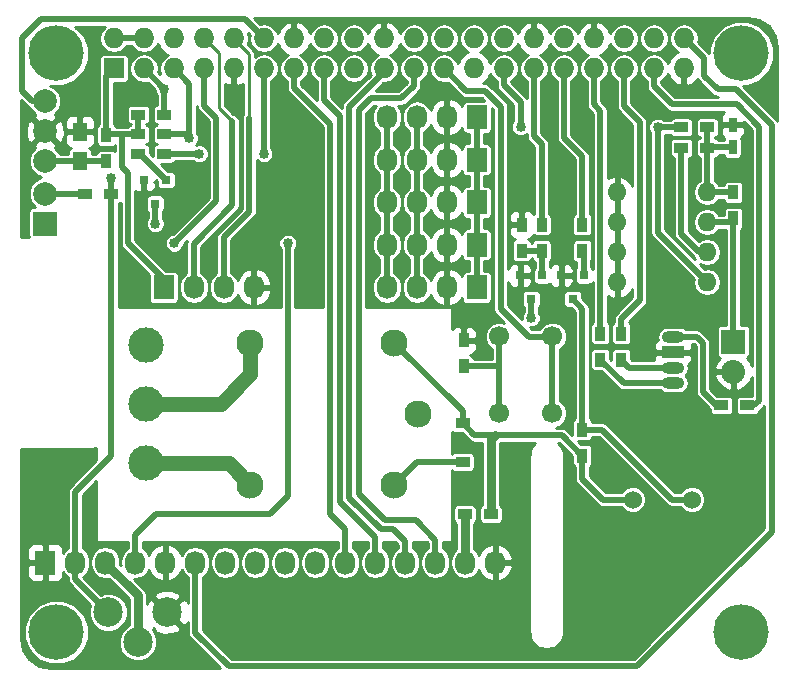
<source format=gtl>
G04 #@! TF.FileFunction,Copper,L1,Top,Signal*
%FSLAX46Y46*%
G04 Gerber Fmt 4.6, Leading zero omitted, Abs format (unit mm)*
G04 Created by KiCad (PCBNEW 4.0.4+dfsg1-stable) date Thu Dec 22 13:39:03 2016*
%MOMM*%
%LPD*%
G01*
G04 APERTURE LIST*
%ADD10C,0.100000*%
%ADD11C,3.000000*%
%ADD12R,1.727200X1.727200*%
%ADD13O,1.727200X1.727200*%
%ADD14O,1.905000X1.000000*%
%ADD15R,1.905000X1.000000*%
%ADD16R,0.800100X0.800100*%
%ADD17C,4.700000*%
%ADD18R,0.750000X1.200000*%
%ADD19R,0.900000X1.200000*%
%ADD20R,1.200000X0.900000*%
%ADD21R,1.250000X1.500000*%
%ADD22R,2.032000X2.032000*%
%ADD23O,2.032000X2.032000*%
%ADD24O,1.600000X1.600000*%
%ADD25R,1.727200X2.032000*%
%ADD26O,1.727200X2.032000*%
%ADD27C,2.000000*%
%ADD28R,2.000000X2.000000*%
%ADD29C,2.300000*%
%ADD30R,1.220000X0.910000*%
%ADD31C,2.500000*%
%ADD32C,1.524000*%
%ADD33C,1.700000*%
%ADD34C,0.850000*%
%ADD35C,0.500000*%
%ADD36C,0.754000*%
%ADD37C,0.254000*%
%ADD38C,1.254000*%
G04 APERTURE END LIST*
D10*
D11*
X109050000Y-96810000D03*
X109050000Y-101810000D03*
X109050000Y-106810000D03*
D12*
X106370000Y-73370000D03*
D13*
X106370000Y-70830000D03*
X108910000Y-73370000D03*
X108910000Y-70830000D03*
X111450000Y-73370000D03*
X111450000Y-70830000D03*
X113990000Y-73370000D03*
X113990000Y-70830000D03*
X116530000Y-73370000D03*
X116530000Y-70830000D03*
X119070000Y-73370000D03*
X119070000Y-70830000D03*
X121610000Y-73370000D03*
X121610000Y-70830000D03*
X124150000Y-73370000D03*
X124150000Y-70830000D03*
X126690000Y-73370000D03*
X126690000Y-70830000D03*
X129230000Y-73370000D03*
X129230000Y-70830000D03*
X131770000Y-73370000D03*
X131770000Y-70830000D03*
X134310000Y-73370000D03*
X134310000Y-70830000D03*
X136850000Y-73370000D03*
X136850000Y-70830000D03*
X139390000Y-73370000D03*
X139390000Y-70830000D03*
X141930000Y-73370000D03*
X141930000Y-70830000D03*
X144470000Y-73370000D03*
X144470000Y-70830000D03*
X147010000Y-73370000D03*
X147010000Y-70830000D03*
X149550000Y-73370000D03*
X149550000Y-70830000D03*
X152090000Y-73370000D03*
X152090000Y-70830000D03*
X154630000Y-73370000D03*
X154630000Y-70830000D03*
D14*
X153700000Y-96100000D03*
D15*
X153700000Y-97400000D03*
D14*
X153700000Y-98700000D03*
X153700000Y-100000000D03*
D16*
X110810000Y-82819240D03*
X108910000Y-82819240D03*
X109860000Y-84818220D03*
D17*
X159500000Y-121100000D03*
X159500000Y-72100000D03*
X101500000Y-72100000D03*
X101500000Y-121100000D03*
D18*
X158750000Y-80050000D03*
X158750000Y-78150000D03*
D19*
X158820000Y-83860000D03*
X158820000Y-86060000D03*
D20*
X156600000Y-80100000D03*
X154400000Y-80100000D03*
X156600000Y-78350000D03*
X154400000Y-78350000D03*
D21*
X103490000Y-81220000D03*
X103490000Y-78720000D03*
D20*
X106130000Y-83960000D03*
X103930000Y-83960000D03*
D19*
X105710000Y-79020000D03*
X105710000Y-81220000D03*
X140900000Y-86600000D03*
X140900000Y-88800000D03*
X142600000Y-88800000D03*
X142600000Y-86600000D03*
D22*
X158800000Y-96500000D03*
D23*
X158800000Y-99040000D03*
D16*
X142650000Y-90899240D03*
X140750000Y-90899240D03*
X141700000Y-92898220D03*
X146150000Y-90899240D03*
X144250000Y-90899240D03*
X145200000Y-92898220D03*
D20*
X108430000Y-77270000D03*
X110630000Y-77270000D03*
X108430000Y-78930000D03*
X110630000Y-78930000D03*
X108430000Y-80600000D03*
X110630000Y-80600000D03*
D19*
X146000000Y-88800000D03*
X146000000Y-86600000D03*
X146006000Y-106142000D03*
X146006000Y-103942000D03*
X135980000Y-98580000D03*
X135980000Y-96380000D03*
D24*
X148970000Y-83860000D03*
X148970000Y-86400000D03*
X148970000Y-88940000D03*
X148970000Y-91480000D03*
X156590000Y-91480000D03*
X156590000Y-88940000D03*
X156590000Y-86400000D03*
X156590000Y-83860000D03*
D19*
X147530000Y-95814000D03*
X147530000Y-98014000D03*
X149308000Y-95814000D03*
X149308000Y-98014000D03*
D25*
X100540000Y-115202000D03*
D26*
X103080000Y-115202000D03*
X105620000Y-115202000D03*
X108160000Y-115202000D03*
X110700000Y-115202000D03*
X113240000Y-115202000D03*
X115780000Y-115202000D03*
X118320000Y-115202000D03*
X120860000Y-115202000D03*
X123400000Y-115202000D03*
X125940000Y-115202000D03*
X128480000Y-115202000D03*
X131020000Y-115202000D03*
X133560000Y-115202000D03*
X136100000Y-115202000D03*
X138640000Y-115202000D03*
D20*
X157800000Y-101900000D03*
X160000000Y-101900000D03*
D27*
X100540000Y-76140000D03*
X100540000Y-78680000D03*
X100540000Y-81220000D03*
D28*
X100520000Y-86500000D03*
D27*
X100520000Y-83960000D03*
D25*
X110600000Y-91900000D03*
D26*
X113140000Y-91900000D03*
X115680000Y-91900000D03*
X118220000Y-91900000D03*
D25*
X137100000Y-91900000D03*
D26*
X134560000Y-91900000D03*
X132020000Y-91900000D03*
X129480000Y-91900000D03*
D25*
X137100000Y-77500000D03*
D26*
X134560000Y-77500000D03*
X132020000Y-77500000D03*
X129480000Y-77500000D03*
D25*
X137100000Y-88300000D03*
D26*
X134560000Y-88300000D03*
X132020000Y-88300000D03*
X129480000Y-88300000D03*
D25*
X137100000Y-84700000D03*
D26*
X134560000Y-84700000D03*
X132020000Y-84700000D03*
X129480000Y-84700000D03*
D25*
X137100000Y-81100000D03*
D26*
X134560000Y-81100000D03*
X132020000Y-81100000D03*
X129480000Y-81100000D03*
D29*
X117920000Y-96620000D03*
X130120000Y-96620000D03*
X117920000Y-108620000D03*
X130120000Y-108620000D03*
X132120000Y-102620000D03*
D30*
X135900000Y-103425000D03*
X135900000Y-106695000D03*
D31*
X105890000Y-119420000D03*
X108390000Y-121920000D03*
X110890000Y-119420000D03*
D32*
X150300000Y-109870000D03*
X155300000Y-109870000D03*
D33*
X138980000Y-96060000D03*
X143480000Y-96060000D03*
X138980000Y-102560000D03*
X143480000Y-102560000D03*
D20*
X136100000Y-111100000D03*
X138300000Y-111100000D03*
D34*
X106130000Y-82630000D03*
X141700000Y-94490000D03*
X111480000Y-88150000D03*
X121100000Y-88150000D03*
X152420000Y-78350000D03*
X140790000Y-78320000D03*
X110630000Y-75090000D03*
X112730000Y-79290000D03*
X109860000Y-86500000D03*
X113590000Y-80590000D03*
X119070000Y-80590000D03*
D35*
X134560000Y-77500000D02*
X134560000Y-81100000D01*
X134560000Y-84700000D02*
X134560000Y-81100000D01*
X134560000Y-88300000D02*
X134560000Y-91900000D01*
X134560000Y-88300000D02*
X134560000Y-84700000D01*
X108430000Y-77270000D02*
X108430000Y-78930000D01*
X108430000Y-78930000D02*
X108420000Y-78940000D01*
X108420000Y-78940000D02*
X107080000Y-78940000D01*
X110600000Y-91900000D02*
X110600000Y-91210000D01*
X110600000Y-91210000D02*
X107560000Y-88170000D01*
X107560000Y-88170000D02*
X107560000Y-82220000D01*
X107560000Y-82220000D02*
X107080000Y-81740000D01*
X107080000Y-81740000D02*
X107080000Y-78940000D01*
X107080000Y-78940000D02*
X105790000Y-78940000D01*
X105790000Y-78940000D02*
X105710000Y-79020000D01*
X156590000Y-83860000D02*
X156590000Y-80110000D01*
X156590000Y-80110000D02*
X156600000Y-80100000D01*
X156600000Y-78350000D02*
X156600000Y-80100000D01*
X158750000Y-80050000D02*
X156650000Y-80050000D01*
X156650000Y-80050000D02*
X156600000Y-80100000D01*
X158820000Y-83860000D02*
X156590000Y-83860000D01*
X105710000Y-79020000D02*
X105710000Y-74030000D01*
X105710000Y-74030000D02*
X106370000Y-73370000D01*
X137100000Y-81100000D02*
X137100000Y-84700000D01*
X137100000Y-84700000D02*
X137100000Y-88300000D01*
X137100000Y-88300000D02*
X137100000Y-91900000D01*
X137100000Y-81100000D02*
X137100000Y-77500000D01*
X105710000Y-81220000D02*
X103490000Y-81220000D01*
X103490000Y-81220000D02*
X100540000Y-81220000D01*
D36*
X138300000Y-111100000D02*
X138300000Y-104740000D01*
X138300000Y-104740000D02*
X138630000Y-104410000D01*
D35*
X103080000Y-115202000D02*
X103080000Y-116610000D01*
X103080000Y-116610000D02*
X105890000Y-119420000D01*
X146006000Y-106142000D02*
X146002000Y-106142000D01*
X146002000Y-106142000D02*
X144270000Y-104410000D01*
X136885000Y-104410000D02*
X135900000Y-103425000D01*
X144270000Y-104410000D02*
X140780000Y-104410000D01*
X140780000Y-104410000D02*
X138630000Y-104410000D01*
X138630000Y-104410000D02*
X136885000Y-104410000D01*
X135900000Y-103425000D02*
X135900000Y-102400000D01*
X135900000Y-102400000D02*
X130120000Y-96620000D01*
X106130000Y-83960000D02*
X106130000Y-82630000D01*
X108910000Y-70830000D02*
X106370000Y-70830000D01*
X103080000Y-115202000D02*
X103080000Y-109220000D01*
X106130000Y-94190000D02*
X106130000Y-83960000D01*
X106130000Y-106170000D02*
X106130000Y-94190000D01*
X103080000Y-109220000D02*
X106130000Y-106170000D01*
X146006000Y-106142000D02*
X146006000Y-108106000D01*
X147778000Y-109878000D02*
X150324000Y-109878000D01*
X146006000Y-108106000D02*
X147778000Y-109878000D01*
X141700000Y-92898220D02*
X141700000Y-94490000D01*
X135920000Y-106715000D02*
X132025000Y-106715000D01*
X132025000Y-106715000D02*
X130120000Y-108620000D01*
X108430000Y-80600000D02*
X108590760Y-80600000D01*
X108590760Y-80600000D02*
X110810000Y-82819240D01*
X124150000Y-73370000D02*
X124150000Y-76050000D01*
X128480000Y-113080000D02*
X128480000Y-115202000D01*
X125500000Y-110100000D02*
X128480000Y-113080000D01*
X125500000Y-77400000D02*
X125500000Y-110100000D01*
X124150000Y-76050000D02*
X125500000Y-77400000D01*
X129230000Y-73370000D02*
X129230000Y-73670000D01*
X129230000Y-73670000D02*
X126300000Y-76600000D01*
X126300000Y-76600000D02*
X126300000Y-109700000D01*
X126300000Y-109700000D02*
X129000000Y-112400000D01*
X129000000Y-112400000D02*
X130000000Y-112400000D01*
X130000000Y-112400000D02*
X131020000Y-113420000D01*
X131020000Y-113420000D02*
X131020000Y-115202000D01*
X131770000Y-73370000D02*
X131770000Y-74830000D01*
X133560000Y-113260000D02*
X133560000Y-115202000D01*
X131900000Y-111600000D02*
X133560000Y-113260000D01*
X129300000Y-111600000D02*
X131900000Y-111600000D01*
X127100000Y-109400000D02*
X129300000Y-111600000D01*
X127100000Y-76900000D02*
X127100000Y-109400000D01*
X128100000Y-75900000D02*
X127100000Y-76900000D01*
X130700000Y-75900000D02*
X128100000Y-75900000D01*
X131770000Y-74830000D02*
X130700000Y-75900000D01*
X121610000Y-73370000D02*
X121610000Y-75010000D01*
X125940000Y-112340000D02*
X125940000Y-115202000D01*
X124700000Y-111100000D02*
X125940000Y-112340000D01*
X124700000Y-78100000D02*
X124700000Y-111100000D01*
X121610000Y-75010000D02*
X124700000Y-78100000D01*
X113240000Y-115202000D02*
X113240000Y-121150000D01*
X156320000Y-72520000D02*
X154630000Y-70830000D01*
X156320000Y-73970000D02*
X156320000Y-72520000D01*
X157490000Y-75140000D02*
X156320000Y-73970000D01*
X159020000Y-75140000D02*
X157490000Y-75140000D01*
X162070000Y-78190000D02*
X159020000Y-75140000D01*
X162070000Y-112580000D02*
X162070000Y-78190000D01*
X150660000Y-123990000D02*
X162070000Y-112580000D01*
X116080000Y-123990000D02*
X150660000Y-123990000D01*
X113240000Y-121150000D02*
X116080000Y-123990000D01*
X154630000Y-70830000D02*
X154630000Y-70770000D01*
X108160000Y-115202000D02*
X108160000Y-112900000D01*
X113990000Y-76540000D02*
X113990000Y-73370000D01*
X115030000Y-77580000D02*
X113990000Y-76540000D01*
X115030000Y-84600000D02*
X115030000Y-77580000D01*
X111480000Y-88150000D02*
X115030000Y-84600000D01*
X121100000Y-109570000D02*
X121100000Y-88150000D01*
X119580000Y-111090000D02*
X121100000Y-109570000D01*
X109970000Y-111090000D02*
X119580000Y-111090000D01*
X108160000Y-112900000D02*
X109970000Y-111090000D01*
X156590000Y-86400000D02*
X158480000Y-86400000D01*
X158480000Y-86400000D02*
X158820000Y-86060000D01*
X158800000Y-96500000D02*
X158800000Y-86080000D01*
X158800000Y-86080000D02*
X158820000Y-86060000D01*
X140900000Y-88800000D02*
X142600000Y-88800000D01*
X142600000Y-88800000D02*
X142650000Y-88850000D01*
X142650000Y-88850000D02*
X142650000Y-90899240D01*
X146150000Y-90899240D02*
X146150000Y-88950000D01*
X146150000Y-88950000D02*
X146000000Y-88800000D01*
X155320000Y-109870000D02*
X153620000Y-109870000D01*
X147692000Y-103942000D02*
X146006000Y-103942000D01*
X153620000Y-109870000D02*
X147692000Y-103942000D01*
X146006000Y-103942000D02*
X146006000Y-93704220D01*
X146006000Y-93704220D02*
X145200000Y-92898220D01*
X135980000Y-98580000D02*
X138940000Y-98580000D01*
X138940000Y-98580000D02*
X138980000Y-98620000D01*
X138980000Y-102600000D02*
X138980000Y-98620000D01*
X138980000Y-98620000D02*
X138980000Y-96100000D01*
X147530000Y-95814000D02*
X147530000Y-76930000D01*
X147010000Y-76410000D02*
X147010000Y-73370000D01*
X147530000Y-76930000D02*
X147010000Y-76410000D01*
X149308000Y-95814000D02*
X149308000Y-94592000D01*
X149550000Y-76550000D02*
X149550000Y-73370000D01*
X150900000Y-77900000D02*
X149550000Y-76550000D01*
X150900000Y-93000000D02*
X150900000Y-77900000D01*
X149308000Y-94592000D02*
X150900000Y-93000000D01*
X156590000Y-88940000D02*
X155940000Y-88940000D01*
X155940000Y-88940000D02*
X154400000Y-87400000D01*
X154400000Y-87400000D02*
X154400000Y-80100000D01*
X156590000Y-91480000D02*
X156590000Y-91430000D01*
X156590000Y-91430000D02*
X152420000Y-87260000D01*
X152420000Y-87260000D02*
X152420000Y-78350000D01*
X139390000Y-73370000D02*
X139390000Y-74800000D01*
X152420000Y-78350000D02*
X154400000Y-78350000D01*
X140790000Y-76200000D02*
X140790000Y-78320000D01*
X139390000Y-74800000D02*
X140790000Y-76200000D01*
X154400000Y-78350000D02*
X153950000Y-78350000D01*
X110630000Y-77270000D02*
X110630000Y-75090000D01*
X110630000Y-75090000D02*
X108910000Y-73370000D01*
X129480000Y-88300000D02*
X129480000Y-91900000D01*
X129480000Y-84700000D02*
X129480000Y-88300000D01*
X129480000Y-81100000D02*
X129480000Y-84700000D01*
X129480000Y-77500000D02*
X129480000Y-81100000D01*
X112730000Y-79290000D02*
X112730000Y-74650000D01*
X112730000Y-74650000D02*
X111450000Y-73370000D01*
X112370000Y-78930000D02*
X110630000Y-78930000D01*
X112730000Y-79290000D02*
X112370000Y-78930000D01*
X132020000Y-81100000D02*
X132020000Y-77500000D01*
X132020000Y-81100000D02*
X132020000Y-84700000D01*
X132020000Y-84700000D02*
X132020000Y-88300000D01*
X132020000Y-91900000D02*
X132020000Y-88300000D01*
X146000000Y-86600000D02*
X146000000Y-80800000D01*
X144470000Y-79270000D02*
X144470000Y-73370000D01*
X146000000Y-80800000D02*
X144470000Y-79270000D01*
X143480000Y-96100000D02*
X141510000Y-96100000D01*
X141510000Y-96100000D02*
X139110000Y-93700000D01*
X143480000Y-102600000D02*
X143480000Y-96100000D01*
X139110000Y-93700000D02*
X139110000Y-76610000D01*
X136210000Y-75270000D02*
X134310000Y-73370000D01*
X137770000Y-75270000D02*
X136210000Y-75270000D01*
X139110000Y-76610000D02*
X137770000Y-75270000D01*
X142600000Y-86600000D02*
X142600000Y-79800000D01*
X141930000Y-79130000D02*
X141930000Y-73370000D01*
X142600000Y-79800000D02*
X141930000Y-79130000D01*
X157800000Y-101900000D02*
X157370000Y-101900000D01*
X157370000Y-101900000D02*
X156240000Y-100770000D01*
X155700000Y-96100000D02*
X153700000Y-96100000D01*
X156240000Y-96640000D02*
X155700000Y-96100000D01*
X156240000Y-100770000D02*
X156240000Y-96640000D01*
X157800000Y-101900000D02*
X157300000Y-101900000D01*
X153700000Y-98700000D02*
X149994000Y-98700000D01*
X149994000Y-98700000D02*
X149308000Y-98014000D01*
X153700000Y-100000000D02*
X149516000Y-100000000D01*
X149516000Y-100000000D02*
X147530000Y-98014000D01*
X160000000Y-101900000D02*
X160600000Y-101900000D01*
X160600000Y-101900000D02*
X161000000Y-101500000D01*
X161000000Y-101500000D02*
X161000000Y-78300000D01*
X161000000Y-78300000D02*
X159100000Y-76400000D01*
X159100000Y-76400000D02*
X153600000Y-76400000D01*
X153600000Y-76400000D02*
X152090000Y-74890000D01*
X152090000Y-74890000D02*
X152090000Y-73370000D01*
X116370000Y-77810000D02*
X116370000Y-84970000D01*
D37*
X115260000Y-76700000D02*
X116370000Y-77810000D01*
X115260000Y-72080000D02*
X115260000Y-76700000D01*
X114010000Y-70830000D02*
X115260000Y-72080000D01*
D35*
X113140000Y-88200000D02*
X113140000Y-91900000D01*
X116370000Y-84970000D02*
X113140000Y-88200000D01*
D37*
X113990000Y-70830000D02*
X114010000Y-70830000D01*
D35*
X117810000Y-77600000D02*
X117810000Y-85530000D01*
X115680000Y-87660000D02*
X115680000Y-91900000D01*
X117810000Y-85530000D02*
X115680000Y-87660000D01*
D37*
X116530000Y-70830000D02*
X116530000Y-70850000D01*
X116530000Y-70850000D02*
X117810000Y-72130000D01*
X117810000Y-72130000D02*
X117810000Y-77600000D01*
X117810000Y-77600000D02*
X117810000Y-77630000D01*
D35*
X100540000Y-76140000D02*
X99440000Y-76140000D01*
X117440000Y-69200000D02*
X119070000Y-70830000D01*
X100200000Y-69200000D02*
X117440000Y-69200000D01*
X98600000Y-70800000D02*
X100200000Y-69200000D01*
X98600000Y-75300000D02*
X98600000Y-70800000D01*
X99440000Y-76140000D02*
X98600000Y-75300000D01*
X109860000Y-86500000D02*
X109860000Y-84818220D01*
X103930000Y-83960000D02*
X100520000Y-83960000D01*
X119070000Y-73370000D02*
X119070000Y-80590000D01*
X113580000Y-80600000D02*
X110630000Y-80600000D01*
X113590000Y-80590000D02*
X113580000Y-80600000D01*
D38*
X109050000Y-101810000D02*
X115390000Y-101810000D01*
X117920000Y-99280000D02*
X117920000Y-96620000D01*
X115390000Y-101810000D02*
X117920000Y-99280000D01*
X109050000Y-106810000D02*
X116110000Y-106810000D01*
X116110000Y-106810000D02*
X117920000Y-108620000D01*
D36*
X136100000Y-115202000D02*
X136100000Y-111100000D01*
X108390000Y-121920000D02*
X108390000Y-117972000D01*
X108390000Y-117972000D02*
X105620000Y-115202000D01*
D37*
G36*
X160970128Y-69257904D02*
X161792562Y-69807438D01*
X162342096Y-70629872D01*
X162544000Y-71644911D01*
X162544000Y-77785444D01*
X162516184Y-77743815D01*
X159603459Y-74831091D01*
X160040846Y-74831473D01*
X161044966Y-74416579D01*
X161813879Y-73649007D01*
X162230524Y-72645613D01*
X162231473Y-71559154D01*
X161816579Y-70555034D01*
X161049007Y-69786121D01*
X160045613Y-69369476D01*
X158959154Y-69368527D01*
X157955034Y-69783421D01*
X157186121Y-70550993D01*
X156769476Y-71554387D01*
X156769019Y-72078058D01*
X156766184Y-72073816D01*
X155820206Y-71127838D01*
X155874600Y-70854383D01*
X155874600Y-70805617D01*
X155779860Y-70329329D01*
X155510065Y-69925552D01*
X155106288Y-69655757D01*
X154630000Y-69561017D01*
X154153712Y-69655757D01*
X153749935Y-69925552D01*
X153480140Y-70329329D01*
X153385400Y-70805617D01*
X153385400Y-70854383D01*
X153480140Y-71330671D01*
X153749935Y-71734448D01*
X154116172Y-71979159D01*
X153855053Y-72087312D01*
X153423179Y-72481510D01*
X153240324Y-72871662D01*
X153239860Y-72869329D01*
X152970065Y-72465552D01*
X152566288Y-72195757D01*
X152090000Y-72101017D01*
X151613712Y-72195757D01*
X151209935Y-72465552D01*
X150940140Y-72869329D01*
X150845400Y-73345617D01*
X150845400Y-73394383D01*
X150940140Y-73870671D01*
X151209935Y-74274448D01*
X151459000Y-74440868D01*
X151459000Y-74890000D01*
X151474899Y-74969928D01*
X151507032Y-75131473D01*
X151643816Y-75336184D01*
X153153815Y-76846184D01*
X153234357Y-76900000D01*
X153358527Y-76982968D01*
X153600000Y-77031000D01*
X157995974Y-77031000D01*
X157836673Y-77190302D01*
X157740000Y-77423691D01*
X157740000Y-77864250D01*
X157898750Y-78023000D01*
X158623000Y-78023000D01*
X158623000Y-78003000D01*
X158877000Y-78003000D01*
X158877000Y-78023000D01*
X159601250Y-78023000D01*
X159715941Y-77908309D01*
X160369000Y-78561369D01*
X160369000Y-98567787D01*
X160206385Y-98175182D01*
X159934658Y-97882137D01*
X159957190Y-97877897D01*
X160086865Y-97794454D01*
X160173859Y-97667134D01*
X160204464Y-97516000D01*
X160204464Y-95484000D01*
X160177897Y-95342810D01*
X160094454Y-95213135D01*
X159967134Y-95126141D01*
X159816000Y-95095536D01*
X159431000Y-95095536D01*
X159431000Y-87009150D01*
X159540865Y-86938454D01*
X159627859Y-86811134D01*
X159658464Y-86660000D01*
X159658464Y-85460000D01*
X159631897Y-85318810D01*
X159548454Y-85189135D01*
X159421134Y-85102141D01*
X159270000Y-85071536D01*
X158370000Y-85071536D01*
X158228810Y-85098103D01*
X158099135Y-85181546D01*
X158012141Y-85308866D01*
X157981536Y-85460000D01*
X157981536Y-85769000D01*
X157584601Y-85769000D01*
X157448230Y-85564907D01*
X157065086Y-85308898D01*
X156613137Y-85219000D01*
X156566863Y-85219000D01*
X156114914Y-85308898D01*
X155731770Y-85564907D01*
X155475761Y-85948051D01*
X155385863Y-86400000D01*
X155475761Y-86851949D01*
X155731770Y-87235093D01*
X156114914Y-87491102D01*
X156566863Y-87581000D01*
X156613137Y-87581000D01*
X157065086Y-87491102D01*
X157448230Y-87235093D01*
X157584601Y-87031000D01*
X158169000Y-87031000D01*
X158169000Y-95095536D01*
X157784000Y-95095536D01*
X157642810Y-95122103D01*
X157513135Y-95205546D01*
X157426141Y-95332866D01*
X157395536Y-95484000D01*
X157395536Y-97516000D01*
X157422103Y-97657190D01*
X157505546Y-97786865D01*
X157632866Y-97873859D01*
X157666670Y-97880704D01*
X157393615Y-98175182D01*
X157194025Y-98657056D01*
X157313164Y-98913000D01*
X158673000Y-98913000D01*
X158673000Y-98893000D01*
X158927000Y-98893000D01*
X158927000Y-98913000D01*
X158947000Y-98913000D01*
X158947000Y-99167000D01*
X158927000Y-99167000D01*
X158927000Y-100527367D01*
X159182946Y-100645983D01*
X159768379Y-100377188D01*
X160206385Y-99904818D01*
X160369000Y-99512213D01*
X160369000Y-101061536D01*
X159400000Y-101061536D01*
X159258810Y-101088103D01*
X159129135Y-101171546D01*
X159042141Y-101298866D01*
X159011536Y-101450000D01*
X159011536Y-102350000D01*
X159038103Y-102491190D01*
X159121546Y-102620865D01*
X159248866Y-102707859D01*
X159400000Y-102738464D01*
X160600000Y-102738464D01*
X160741190Y-102711897D01*
X160870865Y-102628454D01*
X160957859Y-102501134D01*
X160980326Y-102390189D01*
X161046184Y-102346184D01*
X161439000Y-101953369D01*
X161439000Y-112318631D01*
X150398632Y-123359000D01*
X116341369Y-123359000D01*
X113871000Y-120888632D01*
X113871000Y-116428254D01*
X114120065Y-116261834D01*
X114389860Y-115858057D01*
X114484600Y-115381769D01*
X114484600Y-115022231D01*
X114535400Y-115022231D01*
X114535400Y-115381769D01*
X114630140Y-115858057D01*
X114899935Y-116261834D01*
X115303712Y-116531629D01*
X115780000Y-116626369D01*
X116256288Y-116531629D01*
X116660065Y-116261834D01*
X116929860Y-115858057D01*
X117024600Y-115381769D01*
X117024600Y-115022231D01*
X117075400Y-115022231D01*
X117075400Y-115381769D01*
X117170140Y-115858057D01*
X117439935Y-116261834D01*
X117843712Y-116531629D01*
X118320000Y-116626369D01*
X118796288Y-116531629D01*
X119200065Y-116261834D01*
X119469860Y-115858057D01*
X119564600Y-115381769D01*
X119564600Y-115022231D01*
X119615400Y-115022231D01*
X119615400Y-115381769D01*
X119710140Y-115858057D01*
X119979935Y-116261834D01*
X120383712Y-116531629D01*
X120860000Y-116626369D01*
X121336288Y-116531629D01*
X121740065Y-116261834D01*
X122009860Y-115858057D01*
X122104600Y-115381769D01*
X122104600Y-115022231D01*
X122155400Y-115022231D01*
X122155400Y-115381769D01*
X122250140Y-115858057D01*
X122519935Y-116261834D01*
X122923712Y-116531629D01*
X123400000Y-116626369D01*
X123876288Y-116531629D01*
X124280065Y-116261834D01*
X124549860Y-115858057D01*
X124644600Y-115381769D01*
X124644600Y-115022231D01*
X124549860Y-114545943D01*
X124280065Y-114142166D01*
X123876288Y-113872371D01*
X123400000Y-113777631D01*
X122923712Y-113872371D01*
X122519935Y-114142166D01*
X122250140Y-114545943D01*
X122155400Y-115022231D01*
X122104600Y-115022231D01*
X122009860Y-114545943D01*
X121740065Y-114142166D01*
X121336288Y-113872371D01*
X120860000Y-113777631D01*
X120383712Y-113872371D01*
X119979935Y-114142166D01*
X119710140Y-114545943D01*
X119615400Y-115022231D01*
X119564600Y-115022231D01*
X119469860Y-114545943D01*
X119200065Y-114142166D01*
X118796288Y-113872371D01*
X118320000Y-113777631D01*
X117843712Y-113872371D01*
X117439935Y-114142166D01*
X117170140Y-114545943D01*
X117075400Y-115022231D01*
X117024600Y-115022231D01*
X116929860Y-114545943D01*
X116660065Y-114142166D01*
X116256288Y-113872371D01*
X115780000Y-113777631D01*
X115303712Y-113872371D01*
X114899935Y-114142166D01*
X114630140Y-114545943D01*
X114535400Y-115022231D01*
X114484600Y-115022231D01*
X114389860Y-114545943D01*
X114120065Y-114142166D01*
X113716288Y-113872371D01*
X113240000Y-113777631D01*
X112763712Y-113872371D01*
X112359935Y-114142166D01*
X112090140Y-114545943D01*
X112087296Y-114560243D01*
X111991954Y-114287680D01*
X111602036Y-113851268D01*
X111074791Y-113597291D01*
X111059026Y-113594642D01*
X110827000Y-113715783D01*
X110827000Y-115075000D01*
X110847000Y-115075000D01*
X110847000Y-115329000D01*
X110827000Y-115329000D01*
X110827000Y-116688217D01*
X111059026Y-116809358D01*
X111074791Y-116806709D01*
X111602036Y-116552732D01*
X111991954Y-116116320D01*
X112087296Y-115843757D01*
X112090140Y-115858057D01*
X112359935Y-116261834D01*
X112609000Y-116428254D01*
X112609000Y-118619758D01*
X112516123Y-118395533D01*
X112223320Y-118266285D01*
X111069605Y-119420000D01*
X112223320Y-120573715D01*
X112516123Y-120444467D01*
X112609000Y-120202023D01*
X112609000Y-121150000D01*
X112641699Y-121314388D01*
X112657032Y-121391473D01*
X112793816Y-121596184D01*
X115341631Y-124144000D01*
X101044911Y-124144000D01*
X100029872Y-123942096D01*
X99207438Y-123392562D01*
X98657904Y-122570128D01*
X98473059Y-121640846D01*
X98768527Y-121640846D01*
X99183421Y-122644966D01*
X99950993Y-123413879D01*
X100954387Y-123830524D01*
X102040846Y-123831473D01*
X103044966Y-123416579D01*
X103813879Y-122649007D01*
X104230524Y-121645613D01*
X104231473Y-120559154D01*
X103816579Y-119555034D01*
X103049007Y-118786121D01*
X102045613Y-118369476D01*
X100959154Y-118368527D01*
X99955034Y-118783421D01*
X99186121Y-119550993D01*
X98769476Y-120554387D01*
X98768527Y-121640846D01*
X98473059Y-121640846D01*
X98456000Y-121555089D01*
X98456000Y-115487750D01*
X99041400Y-115487750D01*
X99041400Y-116344309D01*
X99138073Y-116577698D01*
X99316701Y-116756327D01*
X99550090Y-116853000D01*
X100254250Y-116853000D01*
X100413000Y-116694250D01*
X100413000Y-115329000D01*
X99200150Y-115329000D01*
X99041400Y-115487750D01*
X98456000Y-115487750D01*
X98456000Y-114059691D01*
X99041400Y-114059691D01*
X99041400Y-114916250D01*
X99200150Y-115075000D01*
X100413000Y-115075000D01*
X100413000Y-113709750D01*
X100254250Y-113551000D01*
X99550090Y-113551000D01*
X99316701Y-113647673D01*
X99138073Y-113826302D01*
X99041400Y-114059691D01*
X98456000Y-114059691D01*
X98456000Y-105644911D01*
X98467602Y-105586582D01*
X98475204Y-105575204D01*
X98486582Y-105567602D01*
X98544911Y-105556000D01*
X104500000Y-105556000D01*
X104544050Y-105547238D01*
X104588961Y-105547238D01*
X104780303Y-105509178D01*
X104780305Y-105509178D01*
X104873000Y-105470782D01*
X104873000Y-106534631D01*
X102633816Y-108773816D01*
X102497032Y-108978527D01*
X102449000Y-109220000D01*
X102449000Y-113975746D01*
X102199935Y-114142166D01*
X102038600Y-114383621D01*
X102038600Y-114059691D01*
X101941927Y-113826302D01*
X101763299Y-113647673D01*
X101529910Y-113551000D01*
X100825750Y-113551000D01*
X100667000Y-113709750D01*
X100667000Y-115075000D01*
X100687000Y-115075000D01*
X100687000Y-115329000D01*
X100667000Y-115329000D01*
X100667000Y-116694250D01*
X100825750Y-116853000D01*
X101529910Y-116853000D01*
X101763299Y-116756327D01*
X101941927Y-116577698D01*
X102038600Y-116344309D01*
X102038600Y-116020379D01*
X102199935Y-116261834D01*
X102449000Y-116428254D01*
X102449000Y-116610000D01*
X102488128Y-116806709D01*
X102497032Y-116851473D01*
X102633816Y-117056184D01*
X104380313Y-118802681D01*
X104259284Y-119094151D01*
X104258718Y-119743003D01*
X104506499Y-120342680D01*
X104964907Y-120801888D01*
X105564151Y-121050716D01*
X106213003Y-121051282D01*
X106812680Y-120803501D01*
X107271888Y-120345093D01*
X107520716Y-119745849D01*
X107521282Y-119096997D01*
X107273501Y-118497320D01*
X106815093Y-118038112D01*
X106215849Y-117789284D01*
X105566997Y-117788718D01*
X105272691Y-117910323D01*
X103758730Y-116396362D01*
X103960065Y-116261834D01*
X104229860Y-115858057D01*
X104324600Y-115381769D01*
X104324600Y-115022231D01*
X104229860Y-114545943D01*
X103960065Y-114142166D01*
X103711000Y-113975746D01*
X103711000Y-109481368D01*
X104873000Y-108319368D01*
X104873000Y-113320000D01*
X104881685Y-113366159D01*
X104908965Y-113408553D01*
X104950590Y-113436994D01*
X105000000Y-113447000D01*
X107529000Y-113447000D01*
X107529000Y-113975746D01*
X107279935Y-114142166D01*
X107010140Y-114545943D01*
X106915400Y-115022231D01*
X106915400Y-115381769D01*
X106926240Y-115436266D01*
X106864600Y-115374626D01*
X106864600Y-115022231D01*
X106769860Y-114545943D01*
X106500065Y-114142166D01*
X106096288Y-113872371D01*
X105620000Y-113777631D01*
X105143712Y-113872371D01*
X104739935Y-114142166D01*
X104470140Y-114545943D01*
X104375400Y-115022231D01*
X104375400Y-115381769D01*
X104470140Y-115858057D01*
X104739935Y-116261834D01*
X105143712Y-116531629D01*
X105620000Y-116626369D01*
X105913929Y-116567903D01*
X107632000Y-118285974D01*
X107632000Y-120468455D01*
X107467320Y-120536499D01*
X107008112Y-120994907D01*
X106759284Y-121594151D01*
X106758718Y-122243003D01*
X107006499Y-122842680D01*
X107464907Y-123301888D01*
X108064151Y-123550716D01*
X108713003Y-123551282D01*
X109312680Y-123303501D01*
X109771888Y-122845093D01*
X110020716Y-122245849D01*
X110021282Y-121596997D01*
X109773501Y-120997320D01*
X109633017Y-120856591D01*
X109736286Y-120753322D01*
X109865533Y-121046123D01*
X110565806Y-121314388D01*
X111315435Y-121294250D01*
X111914467Y-121046123D01*
X112043715Y-120753320D01*
X110890000Y-119599605D01*
X110875858Y-119613748D01*
X110696253Y-119434143D01*
X110710395Y-119420000D01*
X109556680Y-118266285D01*
X109263877Y-118395533D01*
X109148000Y-118698016D01*
X109148000Y-118086680D01*
X109736285Y-118086680D01*
X110890000Y-119240395D01*
X112043715Y-118086680D01*
X111914467Y-117793877D01*
X111214194Y-117525612D01*
X110464565Y-117545750D01*
X109865533Y-117793877D01*
X109736285Y-118086680D01*
X109148000Y-118086680D01*
X109148000Y-117972000D01*
X109090301Y-117681926D01*
X108925987Y-117436013D01*
X108105503Y-116615529D01*
X108160000Y-116626369D01*
X108636288Y-116531629D01*
X109040065Y-116261834D01*
X109309860Y-115858057D01*
X109312704Y-115843757D01*
X109408046Y-116116320D01*
X109797964Y-116552732D01*
X110325209Y-116806709D01*
X110340974Y-116809358D01*
X110573000Y-116688217D01*
X110573000Y-115329000D01*
X110553000Y-115329000D01*
X110553000Y-115075000D01*
X110573000Y-115075000D01*
X110573000Y-113715783D01*
X110340974Y-113594642D01*
X110325209Y-113597291D01*
X109797964Y-113851268D01*
X109408046Y-114287680D01*
X109312704Y-114560243D01*
X109309860Y-114545943D01*
X109040065Y-114142166D01*
X108791000Y-113975746D01*
X108791000Y-113447000D01*
X125309000Y-113447000D01*
X125309000Y-113975746D01*
X125059935Y-114142166D01*
X124790140Y-114545943D01*
X124695400Y-115022231D01*
X124695400Y-115381769D01*
X124790140Y-115858057D01*
X125059935Y-116261834D01*
X125463712Y-116531629D01*
X125940000Y-116626369D01*
X126416288Y-116531629D01*
X126820065Y-116261834D01*
X127089860Y-115858057D01*
X127184600Y-115381769D01*
X127184600Y-115022231D01*
X127089860Y-114545943D01*
X126820065Y-114142166D01*
X126571000Y-113975746D01*
X126571000Y-113447000D01*
X127849000Y-113447000D01*
X127849000Y-113975746D01*
X127599935Y-114142166D01*
X127330140Y-114545943D01*
X127235400Y-115022231D01*
X127235400Y-115381769D01*
X127330140Y-115858057D01*
X127599935Y-116261834D01*
X128003712Y-116531629D01*
X128480000Y-116626369D01*
X128956288Y-116531629D01*
X129360065Y-116261834D01*
X129629860Y-115858057D01*
X129724600Y-115381769D01*
X129724600Y-115022231D01*
X129629860Y-114545943D01*
X129360065Y-114142166D01*
X129111000Y-113975746D01*
X129111000Y-113447000D01*
X130154632Y-113447000D01*
X130389000Y-113681368D01*
X130389000Y-113975746D01*
X130139935Y-114142166D01*
X129870140Y-114545943D01*
X129775400Y-115022231D01*
X129775400Y-115381769D01*
X129870140Y-115858057D01*
X130139935Y-116261834D01*
X130543712Y-116531629D01*
X131020000Y-116626369D01*
X131496288Y-116531629D01*
X131900065Y-116261834D01*
X132169860Y-115858057D01*
X132264600Y-115381769D01*
X132264600Y-115022231D01*
X132169860Y-114545943D01*
X131900065Y-114142166D01*
X131651000Y-113975746D01*
X131651000Y-113447000D01*
X132854631Y-113447000D01*
X132929000Y-113521369D01*
X132929000Y-113975746D01*
X132679935Y-114142166D01*
X132410140Y-114545943D01*
X132315400Y-115022231D01*
X132315400Y-115381769D01*
X132410140Y-115858057D01*
X132679935Y-116261834D01*
X133083712Y-116531629D01*
X133560000Y-116626369D01*
X134036288Y-116531629D01*
X134440065Y-116261834D01*
X134709860Y-115858057D01*
X134804600Y-115381769D01*
X134804600Y-115022231D01*
X134855400Y-115022231D01*
X134855400Y-115381769D01*
X134950140Y-115858057D01*
X135219935Y-116261834D01*
X135623712Y-116531629D01*
X136100000Y-116626369D01*
X136576288Y-116531629D01*
X136980065Y-116261834D01*
X137249860Y-115858057D01*
X137252704Y-115843757D01*
X137348046Y-116116320D01*
X137737964Y-116552732D01*
X138265209Y-116806709D01*
X138280974Y-116809358D01*
X138513000Y-116688217D01*
X138513000Y-115329000D01*
X138767000Y-115329000D01*
X138767000Y-116688217D01*
X138999026Y-116809358D01*
X139014791Y-116806709D01*
X139542036Y-116552732D01*
X139931954Y-116116320D01*
X140125184Y-115563913D01*
X139980924Y-115329000D01*
X138767000Y-115329000D01*
X138513000Y-115329000D01*
X138493000Y-115329000D01*
X138493000Y-115075000D01*
X138513000Y-115075000D01*
X138513000Y-113715783D01*
X138767000Y-113715783D01*
X138767000Y-115075000D01*
X139980924Y-115075000D01*
X140125184Y-114840087D01*
X139931954Y-114287680D01*
X139542036Y-113851268D01*
X139014791Y-113597291D01*
X138999026Y-113594642D01*
X138767000Y-113715783D01*
X138513000Y-113715783D01*
X138280974Y-113594642D01*
X138265209Y-113597291D01*
X137737964Y-113851268D01*
X137348046Y-114287680D01*
X137252704Y-114560243D01*
X137249860Y-114545943D01*
X136980065Y-114142166D01*
X136858000Y-114060605D01*
X136858000Y-111901080D01*
X136970865Y-111828454D01*
X137057859Y-111701134D01*
X137088464Y-111550000D01*
X137088464Y-110650000D01*
X137061897Y-110508810D01*
X136978454Y-110379135D01*
X136851134Y-110292141D01*
X136700000Y-110261536D01*
X135500000Y-110261536D01*
X135358810Y-110288103D01*
X135229135Y-110371546D01*
X135142141Y-110498866D01*
X135111536Y-110650000D01*
X135111536Y-111550000D01*
X135138103Y-111691190D01*
X135221546Y-111820865D01*
X135342000Y-111903168D01*
X135342000Y-114060605D01*
X135219935Y-114142166D01*
X134950140Y-114545943D01*
X134855400Y-115022231D01*
X134804600Y-115022231D01*
X134709860Y-114545943D01*
X134440065Y-114142166D01*
X134191000Y-113975746D01*
X134191000Y-113447000D01*
X134860000Y-113447000D01*
X134906159Y-113438315D01*
X134948553Y-113411035D01*
X134976994Y-113369410D01*
X134987000Y-113320000D01*
X134987000Y-107382719D01*
X135011546Y-107420865D01*
X135138866Y-107507859D01*
X135290000Y-107538464D01*
X136510000Y-107538464D01*
X136651190Y-107511897D01*
X136780865Y-107428454D01*
X136867859Y-107301134D01*
X136898464Y-107150000D01*
X136898464Y-106240000D01*
X136871897Y-106098810D01*
X136788454Y-105969135D01*
X136661134Y-105882141D01*
X136510000Y-105851536D01*
X135290000Y-105851536D01*
X135148810Y-105878103D01*
X135019135Y-105961546D01*
X134987000Y-106008577D01*
X134987000Y-104112719D01*
X135011546Y-104150865D01*
X135138866Y-104237859D01*
X135290000Y-104268464D01*
X135851096Y-104268464D01*
X136438815Y-104856184D01*
X136643526Y-104992968D01*
X136683589Y-105000937D01*
X136885000Y-105041000D01*
X137542000Y-105041000D01*
X137542000Y-110298920D01*
X137429135Y-110371546D01*
X137342141Y-110498866D01*
X137311536Y-110650000D01*
X137311536Y-111550000D01*
X137338103Y-111691190D01*
X137421546Y-111820865D01*
X137548866Y-111907859D01*
X137700000Y-111938464D01*
X138900000Y-111938464D01*
X139041190Y-111911897D01*
X139170865Y-111828454D01*
X139257859Y-111701134D01*
X139288464Y-111550000D01*
X139288464Y-110650000D01*
X139261897Y-110508810D01*
X139178454Y-110379135D01*
X139058000Y-110296832D01*
X139058000Y-105053974D01*
X139070974Y-105041000D01*
X142012296Y-105041000D01*
X141913743Y-105139553D01*
X141696971Y-105463976D01*
X141696970Y-105463977D01*
X141628882Y-105628356D01*
X141552762Y-106011039D01*
X141552762Y-106055950D01*
X141544000Y-106100000D01*
X141544000Y-121100000D01*
X141552762Y-121144050D01*
X141552762Y-121188961D01*
X141628882Y-121571644D01*
X141696970Y-121736023D01*
X141913743Y-122060447D01*
X142039553Y-122186257D01*
X142363977Y-122403030D01*
X142528356Y-122471118D01*
X142911037Y-122547238D01*
X143088963Y-122547238D01*
X143471644Y-122471118D01*
X143636023Y-122403030D01*
X143960447Y-122186257D01*
X144086257Y-122060447D01*
X144303030Y-121736023D01*
X144371118Y-121571644D01*
X144447238Y-121188961D01*
X144447238Y-121144050D01*
X144456000Y-121100000D01*
X144456000Y-106100000D01*
X144447238Y-106055950D01*
X144447238Y-106011039D01*
X144371118Y-105628356D01*
X144303030Y-105463977D01*
X144303029Y-105463976D01*
X144086257Y-105139553D01*
X143987704Y-105041000D01*
X144008632Y-105041000D01*
X145167536Y-106199904D01*
X145167536Y-106742000D01*
X145194103Y-106883190D01*
X145277546Y-107012865D01*
X145375000Y-107079452D01*
X145375000Y-108106000D01*
X145416931Y-108316801D01*
X145423032Y-108347473D01*
X145559816Y-108552184D01*
X147331815Y-110324184D01*
X147536526Y-110460968D01*
X147576589Y-110468937D01*
X147778000Y-110509000D01*
X149327301Y-110509000D01*
X149330446Y-110516612D01*
X149651697Y-110838423D01*
X150071646Y-111012801D01*
X150526359Y-111013198D01*
X150946612Y-110839554D01*
X151268423Y-110518303D01*
X151442801Y-110098354D01*
X151443198Y-109643641D01*
X151269554Y-109223388D01*
X150948303Y-108901577D01*
X150528354Y-108727199D01*
X150073641Y-108726802D01*
X149653388Y-108900446D01*
X149331577Y-109221697D01*
X149321070Y-109247000D01*
X148039369Y-109247000D01*
X146637000Y-107844632D01*
X146637000Y-107078280D01*
X146726865Y-107020454D01*
X146813859Y-106893134D01*
X146844464Y-106742000D01*
X146844464Y-105542000D01*
X146817897Y-105400810D01*
X146734454Y-105271135D01*
X146607134Y-105184141D01*
X146456000Y-105153536D01*
X145905904Y-105153536D01*
X145682832Y-104930464D01*
X146456000Y-104930464D01*
X146597190Y-104903897D01*
X146726865Y-104820454D01*
X146813859Y-104693134D01*
X146838186Y-104573000D01*
X147430632Y-104573000D01*
X153173816Y-110316184D01*
X153378527Y-110452968D01*
X153620000Y-110501000D01*
X154323995Y-110501000D01*
X154330446Y-110516612D01*
X154651697Y-110838423D01*
X155071646Y-111012801D01*
X155526359Y-111013198D01*
X155946612Y-110839554D01*
X156268423Y-110518303D01*
X156442801Y-110098354D01*
X156443198Y-109643641D01*
X156269554Y-109223388D01*
X155948303Y-108901577D01*
X155528354Y-108727199D01*
X155073641Y-108726802D01*
X154653388Y-108900446D01*
X154331577Y-109221697D01*
X154324392Y-109239000D01*
X153881368Y-109239000D01*
X148138184Y-103495816D01*
X147933473Y-103359032D01*
X147692000Y-103311000D01*
X146838631Y-103311000D01*
X146817897Y-103200810D01*
X146734454Y-103071135D01*
X146637000Y-103004548D01*
X146637000Y-97414000D01*
X146691536Y-97414000D01*
X146691536Y-98614000D01*
X146718103Y-98755190D01*
X146801546Y-98884865D01*
X146928866Y-98971859D01*
X147080000Y-99002464D01*
X147626096Y-99002464D01*
X149069816Y-100446184D01*
X149274526Y-100582968D01*
X149314589Y-100590937D01*
X149516000Y-100631000D01*
X152610445Y-100631000D01*
X152884231Y-100813938D01*
X153221375Y-100881000D01*
X154178625Y-100881000D01*
X154515769Y-100813938D01*
X154801586Y-100622961D01*
X154992563Y-100337144D01*
X155059625Y-100000000D01*
X154992563Y-99662856D01*
X154801586Y-99377039D01*
X154761119Y-99350000D01*
X154801586Y-99322961D01*
X154992563Y-99037144D01*
X155059625Y-98700000D01*
X155007927Y-98440096D01*
X155012198Y-98438327D01*
X155190827Y-98259699D01*
X155287500Y-98026310D01*
X155287500Y-97685750D01*
X155128750Y-97527000D01*
X153827000Y-97527000D01*
X153827000Y-97547000D01*
X153573000Y-97547000D01*
X153573000Y-97527000D01*
X152271250Y-97527000D01*
X152112500Y-97685750D01*
X152112500Y-98026310D01*
X152130183Y-98069000D01*
X150255369Y-98069000D01*
X150146464Y-97960095D01*
X150146464Y-97414000D01*
X150119897Y-97272810D01*
X150036454Y-97143135D01*
X149909134Y-97056141D01*
X149758000Y-97025536D01*
X148858000Y-97025536D01*
X148716810Y-97052103D01*
X148587135Y-97135546D01*
X148500141Y-97262866D01*
X148469536Y-97414000D01*
X148469536Y-98061168D01*
X148368464Y-97960096D01*
X148368464Y-97414000D01*
X148341897Y-97272810D01*
X148258454Y-97143135D01*
X148131134Y-97056141D01*
X147980000Y-97025536D01*
X147080000Y-97025536D01*
X146938810Y-97052103D01*
X146809135Y-97135546D01*
X146722141Y-97262866D01*
X146691536Y-97414000D01*
X146637000Y-97414000D01*
X146637000Y-93704220D01*
X146588968Y-93462747D01*
X146588968Y-93462746D01*
X146452184Y-93258036D01*
X145988514Y-92794366D01*
X145988514Y-92498170D01*
X145961947Y-92356980D01*
X145878504Y-92227305D01*
X145751184Y-92140311D01*
X145600050Y-92109706D01*
X144799950Y-92109706D01*
X144658760Y-92136273D01*
X144529085Y-92219716D01*
X144442091Y-92347036D01*
X144411486Y-92498170D01*
X144411486Y-93298270D01*
X144438053Y-93439460D01*
X144521496Y-93569135D01*
X144648816Y-93656129D01*
X144799950Y-93686734D01*
X145096146Y-93686734D01*
X145375000Y-93965588D01*
X145375000Y-103005720D01*
X145285135Y-103063546D01*
X145198141Y-103190866D01*
X145167536Y-103342000D01*
X145167536Y-104415168D01*
X144716184Y-103963816D01*
X144511473Y-103827032D01*
X144270000Y-103779000D01*
X143753345Y-103779000D01*
X144176395Y-103604200D01*
X144522983Y-103258216D01*
X144710786Y-102805935D01*
X144711213Y-102316213D01*
X144524200Y-101863605D01*
X144178216Y-101517017D01*
X144111000Y-101489107D01*
X144111000Y-97131221D01*
X144176395Y-97104200D01*
X144522983Y-96758216D01*
X144710786Y-96305935D01*
X144711213Y-95816213D01*
X144524200Y-95363605D01*
X144178216Y-95017017D01*
X143725935Y-94829214D01*
X143236213Y-94828787D01*
X142783605Y-95015800D01*
X142437017Y-95361784D01*
X142392497Y-95469000D01*
X141771369Y-95469000D01*
X141598280Y-95295911D01*
X141859620Y-95296139D01*
X142155966Y-95173692D01*
X142382895Y-94947158D01*
X142505859Y-94651027D01*
X142506139Y-94330380D01*
X142383692Y-94034034D01*
X142331000Y-93981250D01*
X142331000Y-93602408D01*
X142370915Y-93576724D01*
X142457909Y-93449404D01*
X142488514Y-93298270D01*
X142488514Y-92498170D01*
X142461947Y-92356980D01*
X142378504Y-92227305D01*
X142251184Y-92140311D01*
X142100050Y-92109706D01*
X141299950Y-92109706D01*
X141158760Y-92136273D01*
X141029085Y-92219716D01*
X140942091Y-92347036D01*
X140911486Y-92498170D01*
X140911486Y-93298270D01*
X140938053Y-93439460D01*
X141021496Y-93569135D01*
X141069000Y-93601593D01*
X141069000Y-93981037D01*
X141017105Y-94032842D01*
X140894141Y-94328973D01*
X140893912Y-94591543D01*
X139741000Y-93438632D01*
X139741000Y-91488490D01*
X139811623Y-91658989D01*
X139990252Y-91837617D01*
X140223641Y-91934290D01*
X140464250Y-91934290D01*
X140623000Y-91775540D01*
X140623000Y-91026240D01*
X140877000Y-91026240D01*
X140877000Y-91775540D01*
X141035750Y-91934290D01*
X141276359Y-91934290D01*
X141509748Y-91837617D01*
X141688377Y-91658989D01*
X141785050Y-91425600D01*
X141785050Y-91184990D01*
X141626300Y-91026240D01*
X140877000Y-91026240D01*
X140623000Y-91026240D01*
X140603000Y-91026240D01*
X140603000Y-90772240D01*
X140623000Y-90772240D01*
X140623000Y-90022940D01*
X140877000Y-90022940D01*
X140877000Y-90772240D01*
X141626300Y-90772240D01*
X141785050Y-90613490D01*
X141785050Y-90372880D01*
X141688377Y-90139491D01*
X141509748Y-89960863D01*
X141276359Y-89864190D01*
X141035750Y-89864190D01*
X140877000Y-90022940D01*
X140623000Y-90022940D01*
X140464250Y-89864190D01*
X140223641Y-89864190D01*
X139990252Y-89960863D01*
X139811623Y-90139491D01*
X139741000Y-90309990D01*
X139741000Y-85873691D01*
X139815000Y-85873691D01*
X139815000Y-86314250D01*
X139973750Y-86473000D01*
X140773000Y-86473000D01*
X140773000Y-85523750D01*
X140614250Y-85365000D01*
X140323690Y-85365000D01*
X140090301Y-85461673D01*
X139911673Y-85640302D01*
X139815000Y-85873691D01*
X139741000Y-85873691D01*
X139741000Y-76610000D01*
X139692968Y-76368527D01*
X139692968Y-76368526D01*
X139556184Y-76163815D01*
X138216184Y-74823816D01*
X138011473Y-74687032D01*
X137770000Y-74639000D01*
X137639943Y-74639000D01*
X138056821Y-74258490D01*
X138239676Y-73868338D01*
X138240140Y-73870671D01*
X138509935Y-74274448D01*
X138759000Y-74440868D01*
X138759000Y-74800000D01*
X138792801Y-74969928D01*
X138807032Y-75041473D01*
X138943816Y-75246184D01*
X140159000Y-76461368D01*
X140159000Y-77811037D01*
X140107105Y-77862842D01*
X139984141Y-78158973D01*
X139983861Y-78479620D01*
X140106308Y-78775966D01*
X140332842Y-79002895D01*
X140628973Y-79125859D01*
X140949620Y-79126139D01*
X141245966Y-79003692D01*
X141299000Y-78950750D01*
X141299000Y-79130000D01*
X141330826Y-79290000D01*
X141347032Y-79371473D01*
X141483816Y-79576184D01*
X141969000Y-80061368D01*
X141969000Y-85663720D01*
X141912963Y-85699778D01*
X141888327Y-85640302D01*
X141709699Y-85461673D01*
X141476310Y-85365000D01*
X141185750Y-85365000D01*
X141027000Y-85523750D01*
X141027000Y-86473000D01*
X141047000Y-86473000D01*
X141047000Y-86727000D01*
X141027000Y-86727000D01*
X141027000Y-86747000D01*
X140773000Y-86747000D01*
X140773000Y-86727000D01*
X139973750Y-86727000D01*
X139815000Y-86885750D01*
X139815000Y-87326309D01*
X139911673Y-87559698D01*
X140090301Y-87738327D01*
X140323690Y-87835000D01*
X140325301Y-87835000D01*
X140308810Y-87838103D01*
X140179135Y-87921546D01*
X140092141Y-88048866D01*
X140061536Y-88200000D01*
X140061536Y-89400000D01*
X140088103Y-89541190D01*
X140171546Y-89670865D01*
X140298866Y-89757859D01*
X140450000Y-89788464D01*
X141350000Y-89788464D01*
X141491190Y-89761897D01*
X141620865Y-89678454D01*
X141707859Y-89551134D01*
X141732186Y-89431000D01*
X141767369Y-89431000D01*
X141788103Y-89541190D01*
X141871546Y-89670865D01*
X141998866Y-89757859D01*
X142019000Y-89761936D01*
X142019000Y-90195052D01*
X141979085Y-90220736D01*
X141892091Y-90348056D01*
X141861486Y-90499190D01*
X141861486Y-91299290D01*
X141888053Y-91440480D01*
X141971496Y-91570155D01*
X142098816Y-91657149D01*
X142249950Y-91687754D01*
X143050050Y-91687754D01*
X143191240Y-91661187D01*
X143287008Y-91599563D01*
X143311623Y-91658989D01*
X143490252Y-91837617D01*
X143723641Y-91934290D01*
X143964250Y-91934290D01*
X144123000Y-91775540D01*
X144123000Y-91026240D01*
X144377000Y-91026240D01*
X144377000Y-91775540D01*
X144535750Y-91934290D01*
X144776359Y-91934290D01*
X145009748Y-91837617D01*
X145188377Y-91658989D01*
X145285050Y-91425600D01*
X145285050Y-91184990D01*
X145126300Y-91026240D01*
X144377000Y-91026240D01*
X144123000Y-91026240D01*
X144103000Y-91026240D01*
X144103000Y-90772240D01*
X144123000Y-90772240D01*
X144123000Y-90022940D01*
X144377000Y-90022940D01*
X144377000Y-90772240D01*
X145126300Y-90772240D01*
X145285050Y-90613490D01*
X145285050Y-90372880D01*
X145188377Y-90139491D01*
X145009748Y-89960863D01*
X144776359Y-89864190D01*
X144535750Y-89864190D01*
X144377000Y-90022940D01*
X144123000Y-90022940D01*
X143964250Y-89864190D01*
X143723641Y-89864190D01*
X143490252Y-89960863D01*
X143311623Y-90139491D01*
X143286667Y-90199739D01*
X143281000Y-90195867D01*
X143281000Y-89704106D01*
X143320865Y-89678454D01*
X143407859Y-89551134D01*
X143438464Y-89400000D01*
X143438464Y-88200000D01*
X143411897Y-88058810D01*
X143328454Y-87929135D01*
X143201134Y-87842141D01*
X143050000Y-87811536D01*
X142150000Y-87811536D01*
X142008810Y-87838103D01*
X141879135Y-87921546D01*
X141792141Y-88048866D01*
X141767814Y-88169000D01*
X141732631Y-88169000D01*
X141711897Y-88058810D01*
X141628454Y-87929135D01*
X141501134Y-87842141D01*
X141465870Y-87835000D01*
X141476310Y-87835000D01*
X141709699Y-87738327D01*
X141888327Y-87559698D01*
X141913304Y-87499397D01*
X141998866Y-87557859D01*
X142150000Y-87588464D01*
X143050000Y-87588464D01*
X143191190Y-87561897D01*
X143320865Y-87478454D01*
X143407859Y-87351134D01*
X143438464Y-87200000D01*
X143438464Y-86000000D01*
X143411897Y-85858810D01*
X143328454Y-85729135D01*
X143231000Y-85662548D01*
X143231000Y-79800000D01*
X143182968Y-79558527D01*
X143046184Y-79353816D01*
X142561000Y-78868632D01*
X142561000Y-74440868D01*
X142810065Y-74274448D01*
X143079860Y-73870671D01*
X143174600Y-73394383D01*
X143174600Y-73345617D01*
X143225400Y-73345617D01*
X143225400Y-73394383D01*
X143320140Y-73870671D01*
X143589935Y-74274448D01*
X143839000Y-74440868D01*
X143839000Y-79270000D01*
X143878192Y-79467032D01*
X143887032Y-79511473D01*
X144023816Y-79716184D01*
X145369000Y-81061369D01*
X145369000Y-85663720D01*
X145279135Y-85721546D01*
X145192141Y-85848866D01*
X145161536Y-86000000D01*
X145161536Y-87200000D01*
X145188103Y-87341190D01*
X145271546Y-87470865D01*
X145398866Y-87557859D01*
X145550000Y-87588464D01*
X146450000Y-87588464D01*
X146591190Y-87561897D01*
X146720865Y-87478454D01*
X146807859Y-87351134D01*
X146838464Y-87200000D01*
X146838464Y-86000000D01*
X146811897Y-85858810D01*
X146728454Y-85729135D01*
X146631000Y-85662548D01*
X146631000Y-80800000D01*
X146582968Y-80558527D01*
X146523148Y-80469000D01*
X146446185Y-80353816D01*
X145101000Y-79008632D01*
X145101000Y-74440868D01*
X145350065Y-74274448D01*
X145619860Y-73870671D01*
X145714600Y-73394383D01*
X145714600Y-73345617D01*
X145619860Y-72869329D01*
X145350065Y-72465552D01*
X144946288Y-72195757D01*
X144470000Y-72101017D01*
X143993712Y-72195757D01*
X143589935Y-72465552D01*
X143320140Y-72869329D01*
X143225400Y-73345617D01*
X143174600Y-73345617D01*
X143079860Y-72869329D01*
X142810065Y-72465552D01*
X142443828Y-72220841D01*
X142704947Y-72112688D01*
X143136821Y-71718490D01*
X143319676Y-71328338D01*
X143320140Y-71330671D01*
X143589935Y-71734448D01*
X143993712Y-72004243D01*
X144470000Y-72098983D01*
X144946288Y-72004243D01*
X145350065Y-71734448D01*
X145619860Y-71330671D01*
X145620324Y-71328338D01*
X145803179Y-71718490D01*
X146235053Y-72112688D01*
X146496172Y-72220841D01*
X146129935Y-72465552D01*
X145860140Y-72869329D01*
X145765400Y-73345617D01*
X145765400Y-73394383D01*
X145860140Y-73870671D01*
X146129935Y-74274448D01*
X146379000Y-74440868D01*
X146379000Y-76410000D01*
X146418783Y-76610000D01*
X146427032Y-76651473D01*
X146563816Y-76856184D01*
X146899000Y-77191368D01*
X146899000Y-90337880D01*
X146828504Y-90228325D01*
X146781000Y-90195867D01*
X146781000Y-89590443D01*
X146807859Y-89551134D01*
X146838464Y-89400000D01*
X146838464Y-88200000D01*
X146811897Y-88058810D01*
X146728454Y-87929135D01*
X146601134Y-87842141D01*
X146450000Y-87811536D01*
X145550000Y-87811536D01*
X145408810Y-87838103D01*
X145279135Y-87921546D01*
X145192141Y-88048866D01*
X145161536Y-88200000D01*
X145161536Y-89400000D01*
X145188103Y-89541190D01*
X145271546Y-89670865D01*
X145398866Y-89757859D01*
X145519000Y-89782186D01*
X145519000Y-90195052D01*
X145479085Y-90220736D01*
X145392091Y-90348056D01*
X145361486Y-90499190D01*
X145361486Y-91299290D01*
X145388053Y-91440480D01*
X145471496Y-91570155D01*
X145598816Y-91657149D01*
X145749950Y-91687754D01*
X146550050Y-91687754D01*
X146691240Y-91661187D01*
X146820915Y-91577744D01*
X146899000Y-91463463D01*
X146899000Y-94877720D01*
X146809135Y-94935546D01*
X146722141Y-95062866D01*
X146691536Y-95214000D01*
X146691536Y-96414000D01*
X146718103Y-96555190D01*
X146801546Y-96684865D01*
X146928866Y-96771859D01*
X147080000Y-96802464D01*
X147980000Y-96802464D01*
X148121190Y-96775897D01*
X148250865Y-96692454D01*
X148337859Y-96565134D01*
X148368464Y-96414000D01*
X148368464Y-95214000D01*
X148341897Y-95072810D01*
X148258454Y-94943135D01*
X148161000Y-94876548D01*
X148161000Y-92654223D01*
X148620959Y-92871914D01*
X148843000Y-92750629D01*
X148843000Y-91607000D01*
X148823000Y-91607000D01*
X148823000Y-91353000D01*
X148843000Y-91353000D01*
X148843000Y-89067000D01*
X148823000Y-89067000D01*
X148823000Y-88813000D01*
X148843000Y-88813000D01*
X148843000Y-86527000D01*
X148823000Y-86527000D01*
X148823000Y-86273000D01*
X148843000Y-86273000D01*
X148843000Y-83987000D01*
X148823000Y-83987000D01*
X148823000Y-83733000D01*
X148843000Y-83733000D01*
X148843000Y-82589371D01*
X148620959Y-82468086D01*
X148161000Y-82685777D01*
X148161000Y-76930000D01*
X148112968Y-76688527D01*
X147976184Y-76483816D01*
X147641000Y-76148632D01*
X147641000Y-74440868D01*
X147890065Y-74274448D01*
X148159860Y-73870671D01*
X148254600Y-73394383D01*
X148254600Y-73345617D01*
X148305400Y-73345617D01*
X148305400Y-73394383D01*
X148400140Y-73870671D01*
X148669935Y-74274448D01*
X148919000Y-74440868D01*
X148919000Y-76550000D01*
X148962960Y-76771000D01*
X148967032Y-76791473D01*
X149103816Y-76996184D01*
X150269000Y-78161369D01*
X150269000Y-83286656D01*
X150201041Y-83122577D01*
X149825134Y-82707611D01*
X149319041Y-82468086D01*
X149097000Y-82589371D01*
X149097000Y-83733000D01*
X149117000Y-83733000D01*
X149117000Y-83987000D01*
X149097000Y-83987000D01*
X149097000Y-86273000D01*
X149117000Y-86273000D01*
X149117000Y-86527000D01*
X149097000Y-86527000D01*
X149097000Y-88813000D01*
X149117000Y-88813000D01*
X149117000Y-89067000D01*
X149097000Y-89067000D01*
X149097000Y-91353000D01*
X149117000Y-91353000D01*
X149117000Y-91607000D01*
X149097000Y-91607000D01*
X149097000Y-92750629D01*
X149319041Y-92871914D01*
X149825134Y-92632389D01*
X150201041Y-92217423D01*
X150269000Y-92053344D01*
X150269000Y-92738632D01*
X148861816Y-94145816D01*
X148725032Y-94350527D01*
X148677000Y-94592000D01*
X148677000Y-94877720D01*
X148587135Y-94935546D01*
X148500141Y-95062866D01*
X148469536Y-95214000D01*
X148469536Y-96414000D01*
X148496103Y-96555190D01*
X148579546Y-96684865D01*
X148706866Y-96771859D01*
X148858000Y-96802464D01*
X149758000Y-96802464D01*
X149899190Y-96775897D01*
X149902619Y-96773690D01*
X152112500Y-96773690D01*
X152112500Y-97114250D01*
X152271250Y-97273000D01*
X153573000Y-97273000D01*
X153573000Y-97253000D01*
X153827000Y-97253000D01*
X153827000Y-97273000D01*
X155128750Y-97273000D01*
X155287500Y-97114250D01*
X155287500Y-96773690D01*
X155269817Y-96731000D01*
X155438632Y-96731000D01*
X155609000Y-96901369D01*
X155609000Y-100770000D01*
X155638247Y-100917032D01*
X155657032Y-101011473D01*
X155793816Y-101216184D01*
X156716517Y-102138886D01*
X156717032Y-102141473D01*
X156811536Y-102282908D01*
X156811536Y-102350000D01*
X156838103Y-102491190D01*
X156921546Y-102620865D01*
X157048866Y-102707859D01*
X157200000Y-102738464D01*
X158400000Y-102738464D01*
X158541190Y-102711897D01*
X158670865Y-102628454D01*
X158757859Y-102501134D01*
X158788464Y-102350000D01*
X158788464Y-101450000D01*
X158761897Y-101308810D01*
X158678454Y-101179135D01*
X158551134Y-101092141D01*
X158400000Y-101061536D01*
X157423905Y-101061536D01*
X156871000Y-100508632D01*
X156871000Y-99422944D01*
X157194025Y-99422944D01*
X157393615Y-99904818D01*
X157831621Y-100377188D01*
X158417054Y-100645983D01*
X158673000Y-100527367D01*
X158673000Y-99167000D01*
X157313164Y-99167000D01*
X157194025Y-99422944D01*
X156871000Y-99422944D01*
X156871000Y-96640000D01*
X156822968Y-96398527D01*
X156822968Y-96398526D01*
X156686184Y-96193815D01*
X156146184Y-95653816D01*
X155941473Y-95517032D01*
X155700000Y-95469000D01*
X154789555Y-95469000D01*
X154515769Y-95286062D01*
X154178625Y-95219000D01*
X153221375Y-95219000D01*
X152884231Y-95286062D01*
X152598414Y-95477039D01*
X152407437Y-95762856D01*
X152340375Y-96100000D01*
X152392073Y-96359904D01*
X152387802Y-96361673D01*
X152209173Y-96540301D01*
X152112500Y-96773690D01*
X149902619Y-96773690D01*
X150028865Y-96692454D01*
X150115859Y-96565134D01*
X150146464Y-96414000D01*
X150146464Y-95214000D01*
X150119897Y-95072810D01*
X150036454Y-94943135D01*
X149939000Y-94876548D01*
X149939000Y-94853368D01*
X151346184Y-93446184D01*
X151482968Y-93241473D01*
X151485324Y-93229629D01*
X151531000Y-93000000D01*
X151531000Y-78509620D01*
X151613861Y-78509620D01*
X151736308Y-78805966D01*
X151789000Y-78858750D01*
X151789000Y-87260000D01*
X151819273Y-87412193D01*
X151837032Y-87501473D01*
X151973816Y-87706184D01*
X155445884Y-91178253D01*
X155385863Y-91480000D01*
X155475761Y-91931949D01*
X155731770Y-92315093D01*
X156114914Y-92571102D01*
X156566863Y-92661000D01*
X156613137Y-92661000D01*
X157065086Y-92571102D01*
X157448230Y-92315093D01*
X157704239Y-91931949D01*
X157794137Y-91480000D01*
X157704239Y-91028051D01*
X157448230Y-90644907D01*
X157065086Y-90388898D01*
X156613137Y-90299000D01*
X156566863Y-90299000D01*
X156387122Y-90334753D01*
X156020154Y-89967785D01*
X156114914Y-90031102D01*
X156566863Y-90121000D01*
X156613137Y-90121000D01*
X157065086Y-90031102D01*
X157448230Y-89775093D01*
X157704239Y-89391949D01*
X157794137Y-88940000D01*
X157704239Y-88488051D01*
X157448230Y-88104907D01*
X157065086Y-87848898D01*
X156613137Y-87759000D01*
X156566863Y-87759000D01*
X156114914Y-87848898D01*
X155890929Y-87998561D01*
X155031000Y-87138632D01*
X155031000Y-83860000D01*
X155385863Y-83860000D01*
X155475761Y-84311949D01*
X155731770Y-84695093D01*
X156114914Y-84951102D01*
X156566863Y-85041000D01*
X156613137Y-85041000D01*
X157065086Y-84951102D01*
X157448230Y-84695093D01*
X157584601Y-84491000D01*
X157987369Y-84491000D01*
X158008103Y-84601190D01*
X158091546Y-84730865D01*
X158218866Y-84817859D01*
X158370000Y-84848464D01*
X159270000Y-84848464D01*
X159411190Y-84821897D01*
X159540865Y-84738454D01*
X159627859Y-84611134D01*
X159658464Y-84460000D01*
X159658464Y-83260000D01*
X159631897Y-83118810D01*
X159548454Y-82989135D01*
X159421134Y-82902141D01*
X159270000Y-82871536D01*
X158370000Y-82871536D01*
X158228810Y-82898103D01*
X158099135Y-82981546D01*
X158012141Y-83108866D01*
X157987814Y-83229000D01*
X157584601Y-83229000D01*
X157448230Y-83024907D01*
X157221000Y-82873077D01*
X157221000Y-80934513D01*
X157341190Y-80911897D01*
X157470865Y-80828454D01*
X157557859Y-80701134D01*
X157561936Y-80681000D01*
X157992369Y-80681000D01*
X158013103Y-80791190D01*
X158096546Y-80920865D01*
X158223866Y-81007859D01*
X158375000Y-81038464D01*
X159125000Y-81038464D01*
X159266190Y-81011897D01*
X159395865Y-80928454D01*
X159482859Y-80801134D01*
X159513464Y-80650000D01*
X159513464Y-79450000D01*
X159486897Y-79308810D01*
X159476028Y-79291919D01*
X159484699Y-79288327D01*
X159663327Y-79109698D01*
X159760000Y-78876309D01*
X159760000Y-78435750D01*
X159601250Y-78277000D01*
X158877000Y-78277000D01*
X158877000Y-78297000D01*
X158623000Y-78297000D01*
X158623000Y-78277000D01*
X157898750Y-78277000D01*
X157740000Y-78435750D01*
X157740000Y-78876309D01*
X157836673Y-79109698D01*
X158015301Y-79288327D01*
X158022348Y-79291246D01*
X158017141Y-79298866D01*
X157992814Y-79419000D01*
X157504106Y-79419000D01*
X157478454Y-79379135D01*
X157351134Y-79292141D01*
X157231000Y-79267814D01*
X157231000Y-79182631D01*
X157341190Y-79161897D01*
X157470865Y-79078454D01*
X157557859Y-78951134D01*
X157588464Y-78800000D01*
X157588464Y-77900000D01*
X157561897Y-77758810D01*
X157478454Y-77629135D01*
X157351134Y-77542141D01*
X157200000Y-77511536D01*
X156000000Y-77511536D01*
X155858810Y-77538103D01*
X155729135Y-77621546D01*
X155642141Y-77748866D01*
X155611536Y-77900000D01*
X155611536Y-78800000D01*
X155638103Y-78941190D01*
X155721546Y-79070865D01*
X155848866Y-79157859D01*
X155969000Y-79182186D01*
X155969000Y-79267369D01*
X155858810Y-79288103D01*
X155729135Y-79371546D01*
X155642141Y-79498866D01*
X155611536Y-79650000D01*
X155611536Y-80550000D01*
X155638103Y-80691190D01*
X155721546Y-80820865D01*
X155848866Y-80907859D01*
X155959000Y-80930161D01*
X155959000Y-82873077D01*
X155731770Y-83024907D01*
X155475761Y-83408051D01*
X155385863Y-83860000D01*
X155031000Y-83860000D01*
X155031000Y-80932631D01*
X155141190Y-80911897D01*
X155270865Y-80828454D01*
X155357859Y-80701134D01*
X155388464Y-80550000D01*
X155388464Y-79650000D01*
X155361897Y-79508810D01*
X155278454Y-79379135D01*
X155151134Y-79292141D01*
X155000000Y-79261536D01*
X153800000Y-79261536D01*
X153658810Y-79288103D01*
X153529135Y-79371546D01*
X153442141Y-79498866D01*
X153411536Y-79650000D01*
X153411536Y-80550000D01*
X153438103Y-80691190D01*
X153521546Y-80820865D01*
X153648866Y-80907859D01*
X153769000Y-80932186D01*
X153769000Y-87400000D01*
X153803691Y-87574401D01*
X153817032Y-87641473D01*
X153953816Y-87846184D01*
X155469846Y-89362214D01*
X155475761Y-89391949D01*
X155539078Y-89486709D01*
X153051000Y-86998632D01*
X153051000Y-78981000D01*
X153463720Y-78981000D01*
X153521546Y-79070865D01*
X153648866Y-79157859D01*
X153800000Y-79188464D01*
X155000000Y-79188464D01*
X155141190Y-79161897D01*
X155270865Y-79078454D01*
X155357859Y-78951134D01*
X155388464Y-78800000D01*
X155388464Y-77900000D01*
X155361897Y-77758810D01*
X155278454Y-77629135D01*
X155151134Y-77542141D01*
X155000000Y-77511536D01*
X153800000Y-77511536D01*
X153658810Y-77538103D01*
X153529135Y-77621546D01*
X153462548Y-77719000D01*
X152928963Y-77719000D01*
X152877158Y-77667105D01*
X152581027Y-77544141D01*
X152260380Y-77543861D01*
X151964034Y-77666308D01*
X151737105Y-77892842D01*
X151614141Y-78188973D01*
X151613861Y-78509620D01*
X151531000Y-78509620D01*
X151531000Y-77900000D01*
X151482968Y-77658527D01*
X151482968Y-77658526D01*
X151346184Y-77453815D01*
X150181000Y-76288632D01*
X150181000Y-74440868D01*
X150430065Y-74274448D01*
X150699860Y-73870671D01*
X150794600Y-73394383D01*
X150794600Y-73345617D01*
X150699860Y-72869329D01*
X150430065Y-72465552D01*
X150026288Y-72195757D01*
X149550000Y-72101017D01*
X149073712Y-72195757D01*
X148669935Y-72465552D01*
X148400140Y-72869329D01*
X148305400Y-73345617D01*
X148254600Y-73345617D01*
X148159860Y-72869329D01*
X147890065Y-72465552D01*
X147523828Y-72220841D01*
X147784947Y-72112688D01*
X148216821Y-71718490D01*
X148399676Y-71328338D01*
X148400140Y-71330671D01*
X148669935Y-71734448D01*
X149073712Y-72004243D01*
X149550000Y-72098983D01*
X150026288Y-72004243D01*
X150430065Y-71734448D01*
X150699860Y-71330671D01*
X150794600Y-70854383D01*
X150794600Y-70805617D01*
X150845400Y-70805617D01*
X150845400Y-70854383D01*
X150940140Y-71330671D01*
X151209935Y-71734448D01*
X151613712Y-72004243D01*
X152090000Y-72098983D01*
X152566288Y-72004243D01*
X152970065Y-71734448D01*
X153239860Y-71330671D01*
X153334600Y-70854383D01*
X153334600Y-70805617D01*
X153239860Y-70329329D01*
X152970065Y-69925552D01*
X152566288Y-69655757D01*
X152090000Y-69561017D01*
X151613712Y-69655757D01*
X151209935Y-69925552D01*
X150940140Y-70329329D01*
X150845400Y-70805617D01*
X150794600Y-70805617D01*
X150699860Y-70329329D01*
X150430065Y-69925552D01*
X150026288Y-69655757D01*
X149550000Y-69561017D01*
X149073712Y-69655757D01*
X148669935Y-69925552D01*
X148400140Y-70329329D01*
X148399676Y-70331662D01*
X148216821Y-69941510D01*
X147784947Y-69547312D01*
X147369026Y-69375042D01*
X147137000Y-69496183D01*
X147137000Y-70703000D01*
X147157000Y-70703000D01*
X147157000Y-70957000D01*
X147137000Y-70957000D01*
X147137000Y-70977000D01*
X146883000Y-70977000D01*
X146883000Y-70957000D01*
X146863000Y-70957000D01*
X146863000Y-70703000D01*
X146883000Y-70703000D01*
X146883000Y-69496183D01*
X146650974Y-69375042D01*
X146235053Y-69547312D01*
X145803179Y-69941510D01*
X145620324Y-70331662D01*
X145619860Y-70329329D01*
X145350065Y-69925552D01*
X144946288Y-69655757D01*
X144470000Y-69561017D01*
X143993712Y-69655757D01*
X143589935Y-69925552D01*
X143320140Y-70329329D01*
X143319676Y-70331662D01*
X143136821Y-69941510D01*
X142704947Y-69547312D01*
X142289026Y-69375042D01*
X142057000Y-69496183D01*
X142057000Y-70703000D01*
X142077000Y-70703000D01*
X142077000Y-70957000D01*
X142057000Y-70957000D01*
X142057000Y-70977000D01*
X141803000Y-70977000D01*
X141803000Y-70957000D01*
X141783000Y-70957000D01*
X141783000Y-70703000D01*
X141803000Y-70703000D01*
X141803000Y-69496183D01*
X141570974Y-69375042D01*
X141155053Y-69547312D01*
X140723179Y-69941510D01*
X140540324Y-70331662D01*
X140539860Y-70329329D01*
X140270065Y-69925552D01*
X139866288Y-69655757D01*
X139390000Y-69561017D01*
X138913712Y-69655757D01*
X138509935Y-69925552D01*
X138240140Y-70329329D01*
X138145400Y-70805617D01*
X138145400Y-70854383D01*
X138240140Y-71330671D01*
X138509935Y-71734448D01*
X138913712Y-72004243D01*
X139390000Y-72098983D01*
X139866288Y-72004243D01*
X140270065Y-71734448D01*
X140539860Y-71330671D01*
X140540324Y-71328338D01*
X140723179Y-71718490D01*
X141155053Y-72112688D01*
X141416172Y-72220841D01*
X141049935Y-72465552D01*
X140780140Y-72869329D01*
X140685400Y-73345617D01*
X140685400Y-73394383D01*
X140780140Y-73870671D01*
X141049935Y-74274448D01*
X141299000Y-74440868D01*
X141299000Y-75847826D01*
X141236184Y-75753816D01*
X140021000Y-74538632D01*
X140021000Y-74440868D01*
X140270065Y-74274448D01*
X140539860Y-73870671D01*
X140634600Y-73394383D01*
X140634600Y-73345617D01*
X140539860Y-72869329D01*
X140270065Y-72465552D01*
X139866288Y-72195757D01*
X139390000Y-72101017D01*
X138913712Y-72195757D01*
X138509935Y-72465552D01*
X138240140Y-72869329D01*
X138239676Y-72871662D01*
X138056821Y-72481510D01*
X137624947Y-72087312D01*
X137363828Y-71979159D01*
X137730065Y-71734448D01*
X137999860Y-71330671D01*
X138094600Y-70854383D01*
X138094600Y-70805617D01*
X137999860Y-70329329D01*
X137730065Y-69925552D01*
X137326288Y-69655757D01*
X136850000Y-69561017D01*
X136373712Y-69655757D01*
X135969935Y-69925552D01*
X135700140Y-70329329D01*
X135605400Y-70805617D01*
X135605400Y-70854383D01*
X135700140Y-71330671D01*
X135969935Y-71734448D01*
X136336172Y-71979159D01*
X136075053Y-72087312D01*
X135643179Y-72481510D01*
X135460324Y-72871662D01*
X135459860Y-72869329D01*
X135190065Y-72465552D01*
X134786288Y-72195757D01*
X134310000Y-72101017D01*
X133833712Y-72195757D01*
X133429935Y-72465552D01*
X133160140Y-72869329D01*
X133065400Y-73345617D01*
X133065400Y-73394383D01*
X133160140Y-73870671D01*
X133429935Y-74274448D01*
X133833712Y-74544243D01*
X134310000Y-74638983D01*
X134624130Y-74576498D01*
X135763816Y-75716185D01*
X135968527Y-75852968D01*
X136210000Y-75901000D01*
X137508632Y-75901000D01*
X137703168Y-76095536D01*
X136236400Y-76095536D01*
X136095210Y-76122103D01*
X135965535Y-76205546D01*
X135878541Y-76332866D01*
X135847936Y-76484000D01*
X135847936Y-76581183D01*
X135462036Y-76149268D01*
X134934791Y-75895291D01*
X134919026Y-75892642D01*
X134687000Y-76013783D01*
X134687000Y-77373000D01*
X134707000Y-77373000D01*
X134707000Y-77627000D01*
X134687000Y-77627000D01*
X134687000Y-78986217D01*
X134919026Y-79107358D01*
X134934791Y-79104709D01*
X135462036Y-78850732D01*
X135847936Y-78418817D01*
X135847936Y-78516000D01*
X135874503Y-78657190D01*
X135957946Y-78786865D01*
X136085266Y-78873859D01*
X136236400Y-78904464D01*
X136469000Y-78904464D01*
X136469000Y-79695536D01*
X136236400Y-79695536D01*
X136095210Y-79722103D01*
X135965535Y-79805546D01*
X135878541Y-79932866D01*
X135847936Y-80084000D01*
X135847936Y-80181183D01*
X135462036Y-79749268D01*
X134934791Y-79495291D01*
X134919026Y-79492642D01*
X134687000Y-79613783D01*
X134687000Y-80973000D01*
X134707000Y-80973000D01*
X134707000Y-81227000D01*
X134687000Y-81227000D01*
X134687000Y-82586217D01*
X134919026Y-82707358D01*
X134934791Y-82704709D01*
X135462036Y-82450732D01*
X135847936Y-82018817D01*
X135847936Y-82116000D01*
X135874503Y-82257190D01*
X135957946Y-82386865D01*
X136085266Y-82473859D01*
X136236400Y-82504464D01*
X136469000Y-82504464D01*
X136469000Y-83295536D01*
X136236400Y-83295536D01*
X136095210Y-83322103D01*
X135965535Y-83405546D01*
X135878541Y-83532866D01*
X135847936Y-83684000D01*
X135847936Y-83781183D01*
X135462036Y-83349268D01*
X134934791Y-83095291D01*
X134919026Y-83092642D01*
X134687000Y-83213783D01*
X134687000Y-84573000D01*
X134707000Y-84573000D01*
X134707000Y-84827000D01*
X134687000Y-84827000D01*
X134687000Y-86186217D01*
X134919026Y-86307358D01*
X134934791Y-86304709D01*
X135462036Y-86050732D01*
X135847936Y-85618817D01*
X135847936Y-85716000D01*
X135874503Y-85857190D01*
X135957946Y-85986865D01*
X136085266Y-86073859D01*
X136236400Y-86104464D01*
X136469000Y-86104464D01*
X136469000Y-86895536D01*
X136236400Y-86895536D01*
X136095210Y-86922103D01*
X135965535Y-87005546D01*
X135878541Y-87132866D01*
X135847936Y-87284000D01*
X135847936Y-87381183D01*
X135462036Y-86949268D01*
X134934791Y-86695291D01*
X134919026Y-86692642D01*
X134687000Y-86813783D01*
X134687000Y-88173000D01*
X134707000Y-88173000D01*
X134707000Y-88427000D01*
X134687000Y-88427000D01*
X134687000Y-89786217D01*
X134919026Y-89907358D01*
X134934791Y-89904709D01*
X135462036Y-89650732D01*
X135847936Y-89218817D01*
X135847936Y-89316000D01*
X135874503Y-89457190D01*
X135957946Y-89586865D01*
X136085266Y-89673859D01*
X136236400Y-89704464D01*
X136469000Y-89704464D01*
X136469000Y-90495536D01*
X136236400Y-90495536D01*
X136095210Y-90522103D01*
X135965535Y-90605546D01*
X135878541Y-90732866D01*
X135847936Y-90884000D01*
X135847936Y-90981183D01*
X135462036Y-90549268D01*
X134934791Y-90295291D01*
X134919026Y-90292642D01*
X134687000Y-90413783D01*
X134687000Y-91773000D01*
X134707000Y-91773000D01*
X134707000Y-92027000D01*
X134687000Y-92027000D01*
X134687000Y-93386217D01*
X134919026Y-93507358D01*
X134934791Y-93504709D01*
X135462036Y-93250732D01*
X135847936Y-92818817D01*
X135847936Y-92916000D01*
X135874503Y-93057190D01*
X135957946Y-93186865D01*
X136085266Y-93273859D01*
X136236400Y-93304464D01*
X137963600Y-93304464D01*
X138104790Y-93277897D01*
X138234465Y-93194454D01*
X138321459Y-93067134D01*
X138352064Y-92916000D01*
X138352064Y-90884000D01*
X138325497Y-90742810D01*
X138242054Y-90613135D01*
X138114734Y-90526141D01*
X137963600Y-90495536D01*
X137731000Y-90495536D01*
X137731000Y-89704464D01*
X137963600Y-89704464D01*
X138104790Y-89677897D01*
X138234465Y-89594454D01*
X138321459Y-89467134D01*
X138352064Y-89316000D01*
X138352064Y-87284000D01*
X138325497Y-87142810D01*
X138242054Y-87013135D01*
X138114734Y-86926141D01*
X137963600Y-86895536D01*
X137731000Y-86895536D01*
X137731000Y-86104464D01*
X137963600Y-86104464D01*
X138104790Y-86077897D01*
X138234465Y-85994454D01*
X138321459Y-85867134D01*
X138352064Y-85716000D01*
X138352064Y-83684000D01*
X138325497Y-83542810D01*
X138242054Y-83413135D01*
X138114734Y-83326141D01*
X137963600Y-83295536D01*
X137731000Y-83295536D01*
X137731000Y-82504464D01*
X137963600Y-82504464D01*
X138104790Y-82477897D01*
X138234465Y-82394454D01*
X138321459Y-82267134D01*
X138352064Y-82116000D01*
X138352064Y-80084000D01*
X138325497Y-79942810D01*
X138242054Y-79813135D01*
X138114734Y-79726141D01*
X137963600Y-79695536D01*
X137731000Y-79695536D01*
X137731000Y-78904464D01*
X137963600Y-78904464D01*
X138104790Y-78877897D01*
X138234465Y-78794454D01*
X138321459Y-78667134D01*
X138352064Y-78516000D01*
X138352064Y-76744433D01*
X138479000Y-76871369D01*
X138479000Y-93700000D01*
X138500305Y-93807105D01*
X138527032Y-93941473D01*
X138663816Y-94146184D01*
X139432703Y-94915071D01*
X139225935Y-94829214D01*
X138736213Y-94828787D01*
X138283605Y-95015800D01*
X137937017Y-95361784D01*
X137749214Y-95814065D01*
X137748787Y-96303787D01*
X137935800Y-96756395D01*
X138281784Y-97102983D01*
X138349000Y-97130893D01*
X138349000Y-97949000D01*
X136812631Y-97949000D01*
X136791897Y-97838810D01*
X136708454Y-97709135D01*
X136581134Y-97622141D01*
X136545870Y-97615000D01*
X136556310Y-97615000D01*
X136789699Y-97518327D01*
X136968327Y-97339698D01*
X137065000Y-97106309D01*
X137065000Y-96665750D01*
X136906250Y-96507000D01*
X136107000Y-96507000D01*
X136107000Y-96527000D01*
X135853000Y-96527000D01*
X135853000Y-96507000D01*
X135833000Y-96507000D01*
X135833000Y-96253000D01*
X135853000Y-96253000D01*
X135853000Y-95303750D01*
X136107000Y-95303750D01*
X136107000Y-96253000D01*
X136906250Y-96253000D01*
X137065000Y-96094250D01*
X137065000Y-95653691D01*
X136968327Y-95420302D01*
X136789699Y-95241673D01*
X136556310Y-95145000D01*
X136265750Y-95145000D01*
X136107000Y-95303750D01*
X135853000Y-95303750D01*
X135694250Y-95145000D01*
X135403690Y-95145000D01*
X135170301Y-95241673D01*
X134991673Y-95420302D01*
X134987000Y-95431584D01*
X134987000Y-93710000D01*
X134978315Y-93663841D01*
X134951035Y-93621447D01*
X134909410Y-93593006D01*
X134860000Y-93583000D01*
X127731000Y-93583000D01*
X127731000Y-77161368D01*
X128361369Y-76531000D01*
X128539242Y-76531000D01*
X128330140Y-76843943D01*
X128235400Y-77320231D01*
X128235400Y-77679769D01*
X128330140Y-78156057D01*
X128599935Y-78559834D01*
X128849000Y-78726254D01*
X128849000Y-79873746D01*
X128599935Y-80040166D01*
X128330140Y-80443943D01*
X128235400Y-80920231D01*
X128235400Y-81279769D01*
X128330140Y-81756057D01*
X128599935Y-82159834D01*
X128849000Y-82326254D01*
X128849000Y-83473746D01*
X128599935Y-83640166D01*
X128330140Y-84043943D01*
X128235400Y-84520231D01*
X128235400Y-84879769D01*
X128330140Y-85356057D01*
X128599935Y-85759834D01*
X128849000Y-85926254D01*
X128849000Y-87073746D01*
X128599935Y-87240166D01*
X128330140Y-87643943D01*
X128235400Y-88120231D01*
X128235400Y-88479769D01*
X128330140Y-88956057D01*
X128599935Y-89359834D01*
X128849000Y-89526254D01*
X128849000Y-90673746D01*
X128599935Y-90840166D01*
X128330140Y-91243943D01*
X128235400Y-91720231D01*
X128235400Y-92079769D01*
X128330140Y-92556057D01*
X128599935Y-92959834D01*
X129003712Y-93229629D01*
X129480000Y-93324369D01*
X129956288Y-93229629D01*
X130360065Y-92959834D01*
X130629860Y-92556057D01*
X130724600Y-92079769D01*
X130724600Y-91720231D01*
X130629860Y-91243943D01*
X130360065Y-90840166D01*
X130111000Y-90673746D01*
X130111000Y-89526254D01*
X130360065Y-89359834D01*
X130629860Y-88956057D01*
X130724600Y-88479769D01*
X130724600Y-88120231D01*
X130629860Y-87643943D01*
X130360065Y-87240166D01*
X130111000Y-87073746D01*
X130111000Y-85926254D01*
X130360065Y-85759834D01*
X130629860Y-85356057D01*
X130724600Y-84879769D01*
X130724600Y-84520231D01*
X130629860Y-84043943D01*
X130360065Y-83640166D01*
X130111000Y-83473746D01*
X130111000Y-82326254D01*
X130360065Y-82159834D01*
X130629860Y-81756057D01*
X130724600Y-81279769D01*
X130724600Y-80920231D01*
X130629860Y-80443943D01*
X130360065Y-80040166D01*
X130111000Y-79873746D01*
X130111000Y-78726254D01*
X130360065Y-78559834D01*
X130629860Y-78156057D01*
X130724600Y-77679769D01*
X130724600Y-77320231D01*
X130775400Y-77320231D01*
X130775400Y-77679769D01*
X130870140Y-78156057D01*
X131139935Y-78559834D01*
X131389000Y-78726254D01*
X131389000Y-79873746D01*
X131139935Y-80040166D01*
X130870140Y-80443943D01*
X130775400Y-80920231D01*
X130775400Y-81279769D01*
X130870140Y-81756057D01*
X131139935Y-82159834D01*
X131389000Y-82326254D01*
X131389000Y-83473746D01*
X131139935Y-83640166D01*
X130870140Y-84043943D01*
X130775400Y-84520231D01*
X130775400Y-84879769D01*
X130870140Y-85356057D01*
X131139935Y-85759834D01*
X131389000Y-85926254D01*
X131389000Y-87073746D01*
X131139935Y-87240166D01*
X130870140Y-87643943D01*
X130775400Y-88120231D01*
X130775400Y-88479769D01*
X130870140Y-88956057D01*
X131139935Y-89359834D01*
X131389000Y-89526254D01*
X131389000Y-90673746D01*
X131139935Y-90840166D01*
X130870140Y-91243943D01*
X130775400Y-91720231D01*
X130775400Y-92079769D01*
X130870140Y-92556057D01*
X131139935Y-92959834D01*
X131543712Y-93229629D01*
X132020000Y-93324369D01*
X132496288Y-93229629D01*
X132900065Y-92959834D01*
X133169860Y-92556057D01*
X133172704Y-92541757D01*
X133268046Y-92814320D01*
X133657964Y-93250732D01*
X134185209Y-93504709D01*
X134200974Y-93507358D01*
X134433000Y-93386217D01*
X134433000Y-92027000D01*
X134413000Y-92027000D01*
X134413000Y-91773000D01*
X134433000Y-91773000D01*
X134433000Y-90413783D01*
X134200974Y-90292642D01*
X134185209Y-90295291D01*
X133657964Y-90549268D01*
X133268046Y-90985680D01*
X133172704Y-91258243D01*
X133169860Y-91243943D01*
X132900065Y-90840166D01*
X132651000Y-90673746D01*
X132651000Y-89526254D01*
X132900065Y-89359834D01*
X133169860Y-88956057D01*
X133172704Y-88941757D01*
X133268046Y-89214320D01*
X133657964Y-89650732D01*
X134185209Y-89904709D01*
X134200974Y-89907358D01*
X134433000Y-89786217D01*
X134433000Y-88427000D01*
X134413000Y-88427000D01*
X134413000Y-88173000D01*
X134433000Y-88173000D01*
X134433000Y-86813783D01*
X134200974Y-86692642D01*
X134185209Y-86695291D01*
X133657964Y-86949268D01*
X133268046Y-87385680D01*
X133172704Y-87658243D01*
X133169860Y-87643943D01*
X132900065Y-87240166D01*
X132651000Y-87073746D01*
X132651000Y-85926254D01*
X132900065Y-85759834D01*
X133169860Y-85356057D01*
X133172704Y-85341757D01*
X133268046Y-85614320D01*
X133657964Y-86050732D01*
X134185209Y-86304709D01*
X134200974Y-86307358D01*
X134433000Y-86186217D01*
X134433000Y-84827000D01*
X134413000Y-84827000D01*
X134413000Y-84573000D01*
X134433000Y-84573000D01*
X134433000Y-83213783D01*
X134200974Y-83092642D01*
X134185209Y-83095291D01*
X133657964Y-83349268D01*
X133268046Y-83785680D01*
X133172704Y-84058243D01*
X133169860Y-84043943D01*
X132900065Y-83640166D01*
X132651000Y-83473746D01*
X132651000Y-82326254D01*
X132900065Y-82159834D01*
X133169860Y-81756057D01*
X133172704Y-81741757D01*
X133268046Y-82014320D01*
X133657964Y-82450732D01*
X134185209Y-82704709D01*
X134200974Y-82707358D01*
X134433000Y-82586217D01*
X134433000Y-81227000D01*
X134413000Y-81227000D01*
X134413000Y-80973000D01*
X134433000Y-80973000D01*
X134433000Y-79613783D01*
X134200974Y-79492642D01*
X134185209Y-79495291D01*
X133657964Y-79749268D01*
X133268046Y-80185680D01*
X133172704Y-80458243D01*
X133169860Y-80443943D01*
X132900065Y-80040166D01*
X132651000Y-79873746D01*
X132651000Y-78726254D01*
X132900065Y-78559834D01*
X133169860Y-78156057D01*
X133172704Y-78141757D01*
X133268046Y-78414320D01*
X133657964Y-78850732D01*
X134185209Y-79104709D01*
X134200974Y-79107358D01*
X134433000Y-78986217D01*
X134433000Y-77627000D01*
X134413000Y-77627000D01*
X134413000Y-77373000D01*
X134433000Y-77373000D01*
X134433000Y-76013783D01*
X134200974Y-75892642D01*
X134185209Y-75895291D01*
X133657964Y-76149268D01*
X133268046Y-76585680D01*
X133172704Y-76858243D01*
X133169860Y-76843943D01*
X132900065Y-76440166D01*
X132496288Y-76170371D01*
X132020000Y-76075631D01*
X131543712Y-76170371D01*
X131139935Y-76440166D01*
X130870140Y-76843943D01*
X130775400Y-77320231D01*
X130724600Y-77320231D01*
X130629860Y-76843943D01*
X130420758Y-76531000D01*
X130700000Y-76531000D01*
X130941473Y-76482968D01*
X131146184Y-76346184D01*
X132216185Y-75276184D01*
X132352968Y-75071473D01*
X132401000Y-74830000D01*
X132401000Y-74440868D01*
X132650065Y-74274448D01*
X132919860Y-73870671D01*
X133014600Y-73394383D01*
X133014600Y-73345617D01*
X132919860Y-72869329D01*
X132650065Y-72465552D01*
X132246288Y-72195757D01*
X131770000Y-72101017D01*
X131293712Y-72195757D01*
X130889935Y-72465552D01*
X130620140Y-72869329D01*
X130525400Y-73345617D01*
X130525400Y-73394383D01*
X130620140Y-73870671D01*
X130889935Y-74274448D01*
X131139000Y-74440868D01*
X131139000Y-74568631D01*
X130438632Y-75269000D01*
X128523369Y-75269000D01*
X129166097Y-74626272D01*
X129230000Y-74638983D01*
X129706288Y-74544243D01*
X130110065Y-74274448D01*
X130379860Y-73870671D01*
X130474600Y-73394383D01*
X130474600Y-73345617D01*
X130379860Y-72869329D01*
X130110065Y-72465552D01*
X129743828Y-72220841D01*
X130004947Y-72112688D01*
X130436821Y-71718490D01*
X130619676Y-71328338D01*
X130620140Y-71330671D01*
X130889935Y-71734448D01*
X131293712Y-72004243D01*
X131770000Y-72098983D01*
X132246288Y-72004243D01*
X132650065Y-71734448D01*
X132919860Y-71330671D01*
X133014600Y-70854383D01*
X133014600Y-70805617D01*
X133065400Y-70805617D01*
X133065400Y-70854383D01*
X133160140Y-71330671D01*
X133429935Y-71734448D01*
X133833712Y-72004243D01*
X134310000Y-72098983D01*
X134786288Y-72004243D01*
X135190065Y-71734448D01*
X135459860Y-71330671D01*
X135554600Y-70854383D01*
X135554600Y-70805617D01*
X135459860Y-70329329D01*
X135190065Y-69925552D01*
X134786288Y-69655757D01*
X134310000Y-69561017D01*
X133833712Y-69655757D01*
X133429935Y-69925552D01*
X133160140Y-70329329D01*
X133065400Y-70805617D01*
X133014600Y-70805617D01*
X132919860Y-70329329D01*
X132650065Y-69925552D01*
X132246288Y-69655757D01*
X131770000Y-69561017D01*
X131293712Y-69655757D01*
X130889935Y-69925552D01*
X130620140Y-70329329D01*
X130619676Y-70331662D01*
X130436821Y-69941510D01*
X130004947Y-69547312D01*
X129589026Y-69375042D01*
X129357000Y-69496183D01*
X129357000Y-70703000D01*
X129377000Y-70703000D01*
X129377000Y-70957000D01*
X129357000Y-70957000D01*
X129357000Y-70977000D01*
X129103000Y-70977000D01*
X129103000Y-70957000D01*
X129083000Y-70957000D01*
X129083000Y-70703000D01*
X129103000Y-70703000D01*
X129103000Y-69496183D01*
X128870974Y-69375042D01*
X128455053Y-69547312D01*
X128023179Y-69941510D01*
X127840324Y-70331662D01*
X127839860Y-70329329D01*
X127570065Y-69925552D01*
X127166288Y-69655757D01*
X126690000Y-69561017D01*
X126213712Y-69655757D01*
X125809935Y-69925552D01*
X125540140Y-70329329D01*
X125445400Y-70805617D01*
X125445400Y-70854383D01*
X125540140Y-71330671D01*
X125809935Y-71734448D01*
X126213712Y-72004243D01*
X126690000Y-72098983D01*
X127166288Y-72004243D01*
X127570065Y-71734448D01*
X127839860Y-71330671D01*
X127840324Y-71328338D01*
X128023179Y-71718490D01*
X128455053Y-72112688D01*
X128716172Y-72220841D01*
X128349935Y-72465552D01*
X128080140Y-72869329D01*
X127985400Y-73345617D01*
X127985400Y-73394383D01*
X128080140Y-73870671D01*
X128102899Y-73904732D01*
X125853816Y-76153816D01*
X125717032Y-76358527D01*
X125669000Y-76600000D01*
X125669000Y-76676631D01*
X124781000Y-75788632D01*
X124781000Y-74440868D01*
X125030065Y-74274448D01*
X125299860Y-73870671D01*
X125394600Y-73394383D01*
X125394600Y-73345617D01*
X125445400Y-73345617D01*
X125445400Y-73394383D01*
X125540140Y-73870671D01*
X125809935Y-74274448D01*
X126213712Y-74544243D01*
X126690000Y-74638983D01*
X127166288Y-74544243D01*
X127570065Y-74274448D01*
X127839860Y-73870671D01*
X127934600Y-73394383D01*
X127934600Y-73345617D01*
X127839860Y-72869329D01*
X127570065Y-72465552D01*
X127166288Y-72195757D01*
X126690000Y-72101017D01*
X126213712Y-72195757D01*
X125809935Y-72465552D01*
X125540140Y-72869329D01*
X125445400Y-73345617D01*
X125394600Y-73345617D01*
X125299860Y-72869329D01*
X125030065Y-72465552D01*
X124626288Y-72195757D01*
X124150000Y-72101017D01*
X123673712Y-72195757D01*
X123269935Y-72465552D01*
X123000140Y-72869329D01*
X122905400Y-73345617D01*
X122905400Y-73394383D01*
X123000140Y-73870671D01*
X123269935Y-74274448D01*
X123519000Y-74440868D01*
X123519000Y-76026632D01*
X122241000Y-74748632D01*
X122241000Y-74440868D01*
X122490065Y-74274448D01*
X122759860Y-73870671D01*
X122854600Y-73394383D01*
X122854600Y-73345617D01*
X122759860Y-72869329D01*
X122490065Y-72465552D01*
X122123828Y-72220841D01*
X122384947Y-72112688D01*
X122816821Y-71718490D01*
X122999676Y-71328338D01*
X123000140Y-71330671D01*
X123269935Y-71734448D01*
X123673712Y-72004243D01*
X124150000Y-72098983D01*
X124626288Y-72004243D01*
X125030065Y-71734448D01*
X125299860Y-71330671D01*
X125394600Y-70854383D01*
X125394600Y-70805617D01*
X125299860Y-70329329D01*
X125030065Y-69925552D01*
X124626288Y-69655757D01*
X124150000Y-69561017D01*
X123673712Y-69655757D01*
X123269935Y-69925552D01*
X123000140Y-70329329D01*
X122999676Y-70331662D01*
X122816821Y-69941510D01*
X122384947Y-69547312D01*
X121969026Y-69375042D01*
X121737000Y-69496183D01*
X121737000Y-70703000D01*
X121757000Y-70703000D01*
X121757000Y-70957000D01*
X121737000Y-70957000D01*
X121737000Y-70977000D01*
X121483000Y-70977000D01*
X121483000Y-70957000D01*
X121463000Y-70957000D01*
X121463000Y-70703000D01*
X121483000Y-70703000D01*
X121483000Y-69496183D01*
X121250974Y-69375042D01*
X120835053Y-69547312D01*
X120403179Y-69941510D01*
X120220324Y-70331662D01*
X120219860Y-70329329D01*
X119950065Y-69925552D01*
X119546288Y-69655757D01*
X119070000Y-69561017D01*
X118755870Y-69623502D01*
X118188368Y-69056000D01*
X159955089Y-69056000D01*
X160970128Y-69257904D01*
X160970128Y-69257904D01*
G37*
X160970128Y-69257904D02*
X161792562Y-69807438D01*
X162342096Y-70629872D01*
X162544000Y-71644911D01*
X162544000Y-77785444D01*
X162516184Y-77743815D01*
X159603459Y-74831091D01*
X160040846Y-74831473D01*
X161044966Y-74416579D01*
X161813879Y-73649007D01*
X162230524Y-72645613D01*
X162231473Y-71559154D01*
X161816579Y-70555034D01*
X161049007Y-69786121D01*
X160045613Y-69369476D01*
X158959154Y-69368527D01*
X157955034Y-69783421D01*
X157186121Y-70550993D01*
X156769476Y-71554387D01*
X156769019Y-72078058D01*
X156766184Y-72073816D01*
X155820206Y-71127838D01*
X155874600Y-70854383D01*
X155874600Y-70805617D01*
X155779860Y-70329329D01*
X155510065Y-69925552D01*
X155106288Y-69655757D01*
X154630000Y-69561017D01*
X154153712Y-69655757D01*
X153749935Y-69925552D01*
X153480140Y-70329329D01*
X153385400Y-70805617D01*
X153385400Y-70854383D01*
X153480140Y-71330671D01*
X153749935Y-71734448D01*
X154116172Y-71979159D01*
X153855053Y-72087312D01*
X153423179Y-72481510D01*
X153240324Y-72871662D01*
X153239860Y-72869329D01*
X152970065Y-72465552D01*
X152566288Y-72195757D01*
X152090000Y-72101017D01*
X151613712Y-72195757D01*
X151209935Y-72465552D01*
X150940140Y-72869329D01*
X150845400Y-73345617D01*
X150845400Y-73394383D01*
X150940140Y-73870671D01*
X151209935Y-74274448D01*
X151459000Y-74440868D01*
X151459000Y-74890000D01*
X151474899Y-74969928D01*
X151507032Y-75131473D01*
X151643816Y-75336184D01*
X153153815Y-76846184D01*
X153234357Y-76900000D01*
X153358527Y-76982968D01*
X153600000Y-77031000D01*
X157995974Y-77031000D01*
X157836673Y-77190302D01*
X157740000Y-77423691D01*
X157740000Y-77864250D01*
X157898750Y-78023000D01*
X158623000Y-78023000D01*
X158623000Y-78003000D01*
X158877000Y-78003000D01*
X158877000Y-78023000D01*
X159601250Y-78023000D01*
X159715941Y-77908309D01*
X160369000Y-78561369D01*
X160369000Y-98567787D01*
X160206385Y-98175182D01*
X159934658Y-97882137D01*
X159957190Y-97877897D01*
X160086865Y-97794454D01*
X160173859Y-97667134D01*
X160204464Y-97516000D01*
X160204464Y-95484000D01*
X160177897Y-95342810D01*
X160094454Y-95213135D01*
X159967134Y-95126141D01*
X159816000Y-95095536D01*
X159431000Y-95095536D01*
X159431000Y-87009150D01*
X159540865Y-86938454D01*
X159627859Y-86811134D01*
X159658464Y-86660000D01*
X159658464Y-85460000D01*
X159631897Y-85318810D01*
X159548454Y-85189135D01*
X159421134Y-85102141D01*
X159270000Y-85071536D01*
X158370000Y-85071536D01*
X158228810Y-85098103D01*
X158099135Y-85181546D01*
X158012141Y-85308866D01*
X157981536Y-85460000D01*
X157981536Y-85769000D01*
X157584601Y-85769000D01*
X157448230Y-85564907D01*
X157065086Y-85308898D01*
X156613137Y-85219000D01*
X156566863Y-85219000D01*
X156114914Y-85308898D01*
X155731770Y-85564907D01*
X155475761Y-85948051D01*
X155385863Y-86400000D01*
X155475761Y-86851949D01*
X155731770Y-87235093D01*
X156114914Y-87491102D01*
X156566863Y-87581000D01*
X156613137Y-87581000D01*
X157065086Y-87491102D01*
X157448230Y-87235093D01*
X157584601Y-87031000D01*
X158169000Y-87031000D01*
X158169000Y-95095536D01*
X157784000Y-95095536D01*
X157642810Y-95122103D01*
X157513135Y-95205546D01*
X157426141Y-95332866D01*
X157395536Y-95484000D01*
X157395536Y-97516000D01*
X157422103Y-97657190D01*
X157505546Y-97786865D01*
X157632866Y-97873859D01*
X157666670Y-97880704D01*
X157393615Y-98175182D01*
X157194025Y-98657056D01*
X157313164Y-98913000D01*
X158673000Y-98913000D01*
X158673000Y-98893000D01*
X158927000Y-98893000D01*
X158927000Y-98913000D01*
X158947000Y-98913000D01*
X158947000Y-99167000D01*
X158927000Y-99167000D01*
X158927000Y-100527367D01*
X159182946Y-100645983D01*
X159768379Y-100377188D01*
X160206385Y-99904818D01*
X160369000Y-99512213D01*
X160369000Y-101061536D01*
X159400000Y-101061536D01*
X159258810Y-101088103D01*
X159129135Y-101171546D01*
X159042141Y-101298866D01*
X159011536Y-101450000D01*
X159011536Y-102350000D01*
X159038103Y-102491190D01*
X159121546Y-102620865D01*
X159248866Y-102707859D01*
X159400000Y-102738464D01*
X160600000Y-102738464D01*
X160741190Y-102711897D01*
X160870865Y-102628454D01*
X160957859Y-102501134D01*
X160980326Y-102390189D01*
X161046184Y-102346184D01*
X161439000Y-101953369D01*
X161439000Y-112318631D01*
X150398632Y-123359000D01*
X116341369Y-123359000D01*
X113871000Y-120888632D01*
X113871000Y-116428254D01*
X114120065Y-116261834D01*
X114389860Y-115858057D01*
X114484600Y-115381769D01*
X114484600Y-115022231D01*
X114535400Y-115022231D01*
X114535400Y-115381769D01*
X114630140Y-115858057D01*
X114899935Y-116261834D01*
X115303712Y-116531629D01*
X115780000Y-116626369D01*
X116256288Y-116531629D01*
X116660065Y-116261834D01*
X116929860Y-115858057D01*
X117024600Y-115381769D01*
X117024600Y-115022231D01*
X117075400Y-115022231D01*
X117075400Y-115381769D01*
X117170140Y-115858057D01*
X117439935Y-116261834D01*
X117843712Y-116531629D01*
X118320000Y-116626369D01*
X118796288Y-116531629D01*
X119200065Y-116261834D01*
X119469860Y-115858057D01*
X119564600Y-115381769D01*
X119564600Y-115022231D01*
X119615400Y-115022231D01*
X119615400Y-115381769D01*
X119710140Y-115858057D01*
X119979935Y-116261834D01*
X120383712Y-116531629D01*
X120860000Y-116626369D01*
X121336288Y-116531629D01*
X121740065Y-116261834D01*
X122009860Y-115858057D01*
X122104600Y-115381769D01*
X122104600Y-115022231D01*
X122155400Y-115022231D01*
X122155400Y-115381769D01*
X122250140Y-115858057D01*
X122519935Y-116261834D01*
X122923712Y-116531629D01*
X123400000Y-116626369D01*
X123876288Y-116531629D01*
X124280065Y-116261834D01*
X124549860Y-115858057D01*
X124644600Y-115381769D01*
X124644600Y-115022231D01*
X124549860Y-114545943D01*
X124280065Y-114142166D01*
X123876288Y-113872371D01*
X123400000Y-113777631D01*
X122923712Y-113872371D01*
X122519935Y-114142166D01*
X122250140Y-114545943D01*
X122155400Y-115022231D01*
X122104600Y-115022231D01*
X122009860Y-114545943D01*
X121740065Y-114142166D01*
X121336288Y-113872371D01*
X120860000Y-113777631D01*
X120383712Y-113872371D01*
X119979935Y-114142166D01*
X119710140Y-114545943D01*
X119615400Y-115022231D01*
X119564600Y-115022231D01*
X119469860Y-114545943D01*
X119200065Y-114142166D01*
X118796288Y-113872371D01*
X118320000Y-113777631D01*
X117843712Y-113872371D01*
X117439935Y-114142166D01*
X117170140Y-114545943D01*
X117075400Y-115022231D01*
X117024600Y-115022231D01*
X116929860Y-114545943D01*
X116660065Y-114142166D01*
X116256288Y-113872371D01*
X115780000Y-113777631D01*
X115303712Y-113872371D01*
X114899935Y-114142166D01*
X114630140Y-114545943D01*
X114535400Y-115022231D01*
X114484600Y-115022231D01*
X114389860Y-114545943D01*
X114120065Y-114142166D01*
X113716288Y-113872371D01*
X113240000Y-113777631D01*
X112763712Y-113872371D01*
X112359935Y-114142166D01*
X112090140Y-114545943D01*
X112087296Y-114560243D01*
X111991954Y-114287680D01*
X111602036Y-113851268D01*
X111074791Y-113597291D01*
X111059026Y-113594642D01*
X110827000Y-113715783D01*
X110827000Y-115075000D01*
X110847000Y-115075000D01*
X110847000Y-115329000D01*
X110827000Y-115329000D01*
X110827000Y-116688217D01*
X111059026Y-116809358D01*
X111074791Y-116806709D01*
X111602036Y-116552732D01*
X111991954Y-116116320D01*
X112087296Y-115843757D01*
X112090140Y-115858057D01*
X112359935Y-116261834D01*
X112609000Y-116428254D01*
X112609000Y-118619758D01*
X112516123Y-118395533D01*
X112223320Y-118266285D01*
X111069605Y-119420000D01*
X112223320Y-120573715D01*
X112516123Y-120444467D01*
X112609000Y-120202023D01*
X112609000Y-121150000D01*
X112641699Y-121314388D01*
X112657032Y-121391473D01*
X112793816Y-121596184D01*
X115341631Y-124144000D01*
X101044911Y-124144000D01*
X100029872Y-123942096D01*
X99207438Y-123392562D01*
X98657904Y-122570128D01*
X98473059Y-121640846D01*
X98768527Y-121640846D01*
X99183421Y-122644966D01*
X99950993Y-123413879D01*
X100954387Y-123830524D01*
X102040846Y-123831473D01*
X103044966Y-123416579D01*
X103813879Y-122649007D01*
X104230524Y-121645613D01*
X104231473Y-120559154D01*
X103816579Y-119555034D01*
X103049007Y-118786121D01*
X102045613Y-118369476D01*
X100959154Y-118368527D01*
X99955034Y-118783421D01*
X99186121Y-119550993D01*
X98769476Y-120554387D01*
X98768527Y-121640846D01*
X98473059Y-121640846D01*
X98456000Y-121555089D01*
X98456000Y-115487750D01*
X99041400Y-115487750D01*
X99041400Y-116344309D01*
X99138073Y-116577698D01*
X99316701Y-116756327D01*
X99550090Y-116853000D01*
X100254250Y-116853000D01*
X100413000Y-116694250D01*
X100413000Y-115329000D01*
X99200150Y-115329000D01*
X99041400Y-115487750D01*
X98456000Y-115487750D01*
X98456000Y-114059691D01*
X99041400Y-114059691D01*
X99041400Y-114916250D01*
X99200150Y-115075000D01*
X100413000Y-115075000D01*
X100413000Y-113709750D01*
X100254250Y-113551000D01*
X99550090Y-113551000D01*
X99316701Y-113647673D01*
X99138073Y-113826302D01*
X99041400Y-114059691D01*
X98456000Y-114059691D01*
X98456000Y-105644911D01*
X98467602Y-105586582D01*
X98475204Y-105575204D01*
X98486582Y-105567602D01*
X98544911Y-105556000D01*
X104500000Y-105556000D01*
X104544050Y-105547238D01*
X104588961Y-105547238D01*
X104780303Y-105509178D01*
X104780305Y-105509178D01*
X104873000Y-105470782D01*
X104873000Y-106534631D01*
X102633816Y-108773816D01*
X102497032Y-108978527D01*
X102449000Y-109220000D01*
X102449000Y-113975746D01*
X102199935Y-114142166D01*
X102038600Y-114383621D01*
X102038600Y-114059691D01*
X101941927Y-113826302D01*
X101763299Y-113647673D01*
X101529910Y-113551000D01*
X100825750Y-113551000D01*
X100667000Y-113709750D01*
X100667000Y-115075000D01*
X100687000Y-115075000D01*
X100687000Y-115329000D01*
X100667000Y-115329000D01*
X100667000Y-116694250D01*
X100825750Y-116853000D01*
X101529910Y-116853000D01*
X101763299Y-116756327D01*
X101941927Y-116577698D01*
X102038600Y-116344309D01*
X102038600Y-116020379D01*
X102199935Y-116261834D01*
X102449000Y-116428254D01*
X102449000Y-116610000D01*
X102488128Y-116806709D01*
X102497032Y-116851473D01*
X102633816Y-117056184D01*
X104380313Y-118802681D01*
X104259284Y-119094151D01*
X104258718Y-119743003D01*
X104506499Y-120342680D01*
X104964907Y-120801888D01*
X105564151Y-121050716D01*
X106213003Y-121051282D01*
X106812680Y-120803501D01*
X107271888Y-120345093D01*
X107520716Y-119745849D01*
X107521282Y-119096997D01*
X107273501Y-118497320D01*
X106815093Y-118038112D01*
X106215849Y-117789284D01*
X105566997Y-117788718D01*
X105272691Y-117910323D01*
X103758730Y-116396362D01*
X103960065Y-116261834D01*
X104229860Y-115858057D01*
X104324600Y-115381769D01*
X104324600Y-115022231D01*
X104229860Y-114545943D01*
X103960065Y-114142166D01*
X103711000Y-113975746D01*
X103711000Y-109481368D01*
X104873000Y-108319368D01*
X104873000Y-113320000D01*
X104881685Y-113366159D01*
X104908965Y-113408553D01*
X104950590Y-113436994D01*
X105000000Y-113447000D01*
X107529000Y-113447000D01*
X107529000Y-113975746D01*
X107279935Y-114142166D01*
X107010140Y-114545943D01*
X106915400Y-115022231D01*
X106915400Y-115381769D01*
X106926240Y-115436266D01*
X106864600Y-115374626D01*
X106864600Y-115022231D01*
X106769860Y-114545943D01*
X106500065Y-114142166D01*
X106096288Y-113872371D01*
X105620000Y-113777631D01*
X105143712Y-113872371D01*
X104739935Y-114142166D01*
X104470140Y-114545943D01*
X104375400Y-115022231D01*
X104375400Y-115381769D01*
X104470140Y-115858057D01*
X104739935Y-116261834D01*
X105143712Y-116531629D01*
X105620000Y-116626369D01*
X105913929Y-116567903D01*
X107632000Y-118285974D01*
X107632000Y-120468455D01*
X107467320Y-120536499D01*
X107008112Y-120994907D01*
X106759284Y-121594151D01*
X106758718Y-122243003D01*
X107006499Y-122842680D01*
X107464907Y-123301888D01*
X108064151Y-123550716D01*
X108713003Y-123551282D01*
X109312680Y-123303501D01*
X109771888Y-122845093D01*
X110020716Y-122245849D01*
X110021282Y-121596997D01*
X109773501Y-120997320D01*
X109633017Y-120856591D01*
X109736286Y-120753322D01*
X109865533Y-121046123D01*
X110565806Y-121314388D01*
X111315435Y-121294250D01*
X111914467Y-121046123D01*
X112043715Y-120753320D01*
X110890000Y-119599605D01*
X110875858Y-119613748D01*
X110696253Y-119434143D01*
X110710395Y-119420000D01*
X109556680Y-118266285D01*
X109263877Y-118395533D01*
X109148000Y-118698016D01*
X109148000Y-118086680D01*
X109736285Y-118086680D01*
X110890000Y-119240395D01*
X112043715Y-118086680D01*
X111914467Y-117793877D01*
X111214194Y-117525612D01*
X110464565Y-117545750D01*
X109865533Y-117793877D01*
X109736285Y-118086680D01*
X109148000Y-118086680D01*
X109148000Y-117972000D01*
X109090301Y-117681926D01*
X108925987Y-117436013D01*
X108105503Y-116615529D01*
X108160000Y-116626369D01*
X108636288Y-116531629D01*
X109040065Y-116261834D01*
X109309860Y-115858057D01*
X109312704Y-115843757D01*
X109408046Y-116116320D01*
X109797964Y-116552732D01*
X110325209Y-116806709D01*
X110340974Y-116809358D01*
X110573000Y-116688217D01*
X110573000Y-115329000D01*
X110553000Y-115329000D01*
X110553000Y-115075000D01*
X110573000Y-115075000D01*
X110573000Y-113715783D01*
X110340974Y-113594642D01*
X110325209Y-113597291D01*
X109797964Y-113851268D01*
X109408046Y-114287680D01*
X109312704Y-114560243D01*
X109309860Y-114545943D01*
X109040065Y-114142166D01*
X108791000Y-113975746D01*
X108791000Y-113447000D01*
X125309000Y-113447000D01*
X125309000Y-113975746D01*
X125059935Y-114142166D01*
X124790140Y-114545943D01*
X124695400Y-115022231D01*
X124695400Y-115381769D01*
X124790140Y-115858057D01*
X125059935Y-116261834D01*
X125463712Y-116531629D01*
X125940000Y-116626369D01*
X126416288Y-116531629D01*
X126820065Y-116261834D01*
X127089860Y-115858057D01*
X127184600Y-115381769D01*
X127184600Y-115022231D01*
X127089860Y-114545943D01*
X126820065Y-114142166D01*
X126571000Y-113975746D01*
X126571000Y-113447000D01*
X127849000Y-113447000D01*
X127849000Y-113975746D01*
X127599935Y-114142166D01*
X127330140Y-114545943D01*
X127235400Y-115022231D01*
X127235400Y-115381769D01*
X127330140Y-115858057D01*
X127599935Y-116261834D01*
X128003712Y-116531629D01*
X128480000Y-116626369D01*
X128956288Y-116531629D01*
X129360065Y-116261834D01*
X129629860Y-115858057D01*
X129724600Y-115381769D01*
X129724600Y-115022231D01*
X129629860Y-114545943D01*
X129360065Y-114142166D01*
X129111000Y-113975746D01*
X129111000Y-113447000D01*
X130154632Y-113447000D01*
X130389000Y-113681368D01*
X130389000Y-113975746D01*
X130139935Y-114142166D01*
X129870140Y-114545943D01*
X129775400Y-115022231D01*
X129775400Y-115381769D01*
X129870140Y-115858057D01*
X130139935Y-116261834D01*
X130543712Y-116531629D01*
X131020000Y-116626369D01*
X131496288Y-116531629D01*
X131900065Y-116261834D01*
X132169860Y-115858057D01*
X132264600Y-115381769D01*
X132264600Y-115022231D01*
X132169860Y-114545943D01*
X131900065Y-114142166D01*
X131651000Y-113975746D01*
X131651000Y-113447000D01*
X132854631Y-113447000D01*
X132929000Y-113521369D01*
X132929000Y-113975746D01*
X132679935Y-114142166D01*
X132410140Y-114545943D01*
X132315400Y-115022231D01*
X132315400Y-115381769D01*
X132410140Y-115858057D01*
X132679935Y-116261834D01*
X133083712Y-116531629D01*
X133560000Y-116626369D01*
X134036288Y-116531629D01*
X134440065Y-116261834D01*
X134709860Y-115858057D01*
X134804600Y-115381769D01*
X134804600Y-115022231D01*
X134855400Y-115022231D01*
X134855400Y-115381769D01*
X134950140Y-115858057D01*
X135219935Y-116261834D01*
X135623712Y-116531629D01*
X136100000Y-116626369D01*
X136576288Y-116531629D01*
X136980065Y-116261834D01*
X137249860Y-115858057D01*
X137252704Y-115843757D01*
X137348046Y-116116320D01*
X137737964Y-116552732D01*
X138265209Y-116806709D01*
X138280974Y-116809358D01*
X138513000Y-116688217D01*
X138513000Y-115329000D01*
X138767000Y-115329000D01*
X138767000Y-116688217D01*
X138999026Y-116809358D01*
X139014791Y-116806709D01*
X139542036Y-116552732D01*
X139931954Y-116116320D01*
X140125184Y-115563913D01*
X139980924Y-115329000D01*
X138767000Y-115329000D01*
X138513000Y-115329000D01*
X138493000Y-115329000D01*
X138493000Y-115075000D01*
X138513000Y-115075000D01*
X138513000Y-113715783D01*
X138767000Y-113715783D01*
X138767000Y-115075000D01*
X139980924Y-115075000D01*
X140125184Y-114840087D01*
X139931954Y-114287680D01*
X139542036Y-113851268D01*
X139014791Y-113597291D01*
X138999026Y-113594642D01*
X138767000Y-113715783D01*
X138513000Y-113715783D01*
X138280974Y-113594642D01*
X138265209Y-113597291D01*
X137737964Y-113851268D01*
X137348046Y-114287680D01*
X137252704Y-114560243D01*
X137249860Y-114545943D01*
X136980065Y-114142166D01*
X136858000Y-114060605D01*
X136858000Y-111901080D01*
X136970865Y-111828454D01*
X137057859Y-111701134D01*
X137088464Y-111550000D01*
X137088464Y-110650000D01*
X137061897Y-110508810D01*
X136978454Y-110379135D01*
X136851134Y-110292141D01*
X136700000Y-110261536D01*
X135500000Y-110261536D01*
X135358810Y-110288103D01*
X135229135Y-110371546D01*
X135142141Y-110498866D01*
X135111536Y-110650000D01*
X135111536Y-111550000D01*
X135138103Y-111691190D01*
X135221546Y-111820865D01*
X135342000Y-111903168D01*
X135342000Y-114060605D01*
X135219935Y-114142166D01*
X134950140Y-114545943D01*
X134855400Y-115022231D01*
X134804600Y-115022231D01*
X134709860Y-114545943D01*
X134440065Y-114142166D01*
X134191000Y-113975746D01*
X134191000Y-113447000D01*
X134860000Y-113447000D01*
X134906159Y-113438315D01*
X134948553Y-113411035D01*
X134976994Y-113369410D01*
X134987000Y-113320000D01*
X134987000Y-107382719D01*
X135011546Y-107420865D01*
X135138866Y-107507859D01*
X135290000Y-107538464D01*
X136510000Y-107538464D01*
X136651190Y-107511897D01*
X136780865Y-107428454D01*
X136867859Y-107301134D01*
X136898464Y-107150000D01*
X136898464Y-106240000D01*
X136871897Y-106098810D01*
X136788454Y-105969135D01*
X136661134Y-105882141D01*
X136510000Y-105851536D01*
X135290000Y-105851536D01*
X135148810Y-105878103D01*
X135019135Y-105961546D01*
X134987000Y-106008577D01*
X134987000Y-104112719D01*
X135011546Y-104150865D01*
X135138866Y-104237859D01*
X135290000Y-104268464D01*
X135851096Y-104268464D01*
X136438815Y-104856184D01*
X136643526Y-104992968D01*
X136683589Y-105000937D01*
X136885000Y-105041000D01*
X137542000Y-105041000D01*
X137542000Y-110298920D01*
X137429135Y-110371546D01*
X137342141Y-110498866D01*
X137311536Y-110650000D01*
X137311536Y-111550000D01*
X137338103Y-111691190D01*
X137421546Y-111820865D01*
X137548866Y-111907859D01*
X137700000Y-111938464D01*
X138900000Y-111938464D01*
X139041190Y-111911897D01*
X139170865Y-111828454D01*
X139257859Y-111701134D01*
X139288464Y-111550000D01*
X139288464Y-110650000D01*
X139261897Y-110508810D01*
X139178454Y-110379135D01*
X139058000Y-110296832D01*
X139058000Y-105053974D01*
X139070974Y-105041000D01*
X142012296Y-105041000D01*
X141913743Y-105139553D01*
X141696971Y-105463976D01*
X141696970Y-105463977D01*
X141628882Y-105628356D01*
X141552762Y-106011039D01*
X141552762Y-106055950D01*
X141544000Y-106100000D01*
X141544000Y-121100000D01*
X141552762Y-121144050D01*
X141552762Y-121188961D01*
X141628882Y-121571644D01*
X141696970Y-121736023D01*
X141913743Y-122060447D01*
X142039553Y-122186257D01*
X142363977Y-122403030D01*
X142528356Y-122471118D01*
X142911037Y-122547238D01*
X143088963Y-122547238D01*
X143471644Y-122471118D01*
X143636023Y-122403030D01*
X143960447Y-122186257D01*
X144086257Y-122060447D01*
X144303030Y-121736023D01*
X144371118Y-121571644D01*
X144447238Y-121188961D01*
X144447238Y-121144050D01*
X144456000Y-121100000D01*
X144456000Y-106100000D01*
X144447238Y-106055950D01*
X144447238Y-106011039D01*
X144371118Y-105628356D01*
X144303030Y-105463977D01*
X144303029Y-105463976D01*
X144086257Y-105139553D01*
X143987704Y-105041000D01*
X144008632Y-105041000D01*
X145167536Y-106199904D01*
X145167536Y-106742000D01*
X145194103Y-106883190D01*
X145277546Y-107012865D01*
X145375000Y-107079452D01*
X145375000Y-108106000D01*
X145416931Y-108316801D01*
X145423032Y-108347473D01*
X145559816Y-108552184D01*
X147331815Y-110324184D01*
X147536526Y-110460968D01*
X147576589Y-110468937D01*
X147778000Y-110509000D01*
X149327301Y-110509000D01*
X149330446Y-110516612D01*
X149651697Y-110838423D01*
X150071646Y-111012801D01*
X150526359Y-111013198D01*
X150946612Y-110839554D01*
X151268423Y-110518303D01*
X151442801Y-110098354D01*
X151443198Y-109643641D01*
X151269554Y-109223388D01*
X150948303Y-108901577D01*
X150528354Y-108727199D01*
X150073641Y-108726802D01*
X149653388Y-108900446D01*
X149331577Y-109221697D01*
X149321070Y-109247000D01*
X148039369Y-109247000D01*
X146637000Y-107844632D01*
X146637000Y-107078280D01*
X146726865Y-107020454D01*
X146813859Y-106893134D01*
X146844464Y-106742000D01*
X146844464Y-105542000D01*
X146817897Y-105400810D01*
X146734454Y-105271135D01*
X146607134Y-105184141D01*
X146456000Y-105153536D01*
X145905904Y-105153536D01*
X145682832Y-104930464D01*
X146456000Y-104930464D01*
X146597190Y-104903897D01*
X146726865Y-104820454D01*
X146813859Y-104693134D01*
X146838186Y-104573000D01*
X147430632Y-104573000D01*
X153173816Y-110316184D01*
X153378527Y-110452968D01*
X153620000Y-110501000D01*
X154323995Y-110501000D01*
X154330446Y-110516612D01*
X154651697Y-110838423D01*
X155071646Y-111012801D01*
X155526359Y-111013198D01*
X155946612Y-110839554D01*
X156268423Y-110518303D01*
X156442801Y-110098354D01*
X156443198Y-109643641D01*
X156269554Y-109223388D01*
X155948303Y-108901577D01*
X155528354Y-108727199D01*
X155073641Y-108726802D01*
X154653388Y-108900446D01*
X154331577Y-109221697D01*
X154324392Y-109239000D01*
X153881368Y-109239000D01*
X148138184Y-103495816D01*
X147933473Y-103359032D01*
X147692000Y-103311000D01*
X146838631Y-103311000D01*
X146817897Y-103200810D01*
X146734454Y-103071135D01*
X146637000Y-103004548D01*
X146637000Y-97414000D01*
X146691536Y-97414000D01*
X146691536Y-98614000D01*
X146718103Y-98755190D01*
X146801546Y-98884865D01*
X146928866Y-98971859D01*
X147080000Y-99002464D01*
X147626096Y-99002464D01*
X149069816Y-100446184D01*
X149274526Y-100582968D01*
X149314589Y-100590937D01*
X149516000Y-100631000D01*
X152610445Y-100631000D01*
X152884231Y-100813938D01*
X153221375Y-100881000D01*
X154178625Y-100881000D01*
X154515769Y-100813938D01*
X154801586Y-100622961D01*
X154992563Y-100337144D01*
X155059625Y-100000000D01*
X154992563Y-99662856D01*
X154801586Y-99377039D01*
X154761119Y-99350000D01*
X154801586Y-99322961D01*
X154992563Y-99037144D01*
X155059625Y-98700000D01*
X155007927Y-98440096D01*
X155012198Y-98438327D01*
X155190827Y-98259699D01*
X155287500Y-98026310D01*
X155287500Y-97685750D01*
X155128750Y-97527000D01*
X153827000Y-97527000D01*
X153827000Y-97547000D01*
X153573000Y-97547000D01*
X153573000Y-97527000D01*
X152271250Y-97527000D01*
X152112500Y-97685750D01*
X152112500Y-98026310D01*
X152130183Y-98069000D01*
X150255369Y-98069000D01*
X150146464Y-97960095D01*
X150146464Y-97414000D01*
X150119897Y-97272810D01*
X150036454Y-97143135D01*
X149909134Y-97056141D01*
X149758000Y-97025536D01*
X148858000Y-97025536D01*
X148716810Y-97052103D01*
X148587135Y-97135546D01*
X148500141Y-97262866D01*
X148469536Y-97414000D01*
X148469536Y-98061168D01*
X148368464Y-97960096D01*
X148368464Y-97414000D01*
X148341897Y-97272810D01*
X148258454Y-97143135D01*
X148131134Y-97056141D01*
X147980000Y-97025536D01*
X147080000Y-97025536D01*
X146938810Y-97052103D01*
X146809135Y-97135546D01*
X146722141Y-97262866D01*
X146691536Y-97414000D01*
X146637000Y-97414000D01*
X146637000Y-93704220D01*
X146588968Y-93462747D01*
X146588968Y-93462746D01*
X146452184Y-93258036D01*
X145988514Y-92794366D01*
X145988514Y-92498170D01*
X145961947Y-92356980D01*
X145878504Y-92227305D01*
X145751184Y-92140311D01*
X145600050Y-92109706D01*
X144799950Y-92109706D01*
X144658760Y-92136273D01*
X144529085Y-92219716D01*
X144442091Y-92347036D01*
X144411486Y-92498170D01*
X144411486Y-93298270D01*
X144438053Y-93439460D01*
X144521496Y-93569135D01*
X144648816Y-93656129D01*
X144799950Y-93686734D01*
X145096146Y-93686734D01*
X145375000Y-93965588D01*
X145375000Y-103005720D01*
X145285135Y-103063546D01*
X145198141Y-103190866D01*
X145167536Y-103342000D01*
X145167536Y-104415168D01*
X144716184Y-103963816D01*
X144511473Y-103827032D01*
X144270000Y-103779000D01*
X143753345Y-103779000D01*
X144176395Y-103604200D01*
X144522983Y-103258216D01*
X144710786Y-102805935D01*
X144711213Y-102316213D01*
X144524200Y-101863605D01*
X144178216Y-101517017D01*
X144111000Y-101489107D01*
X144111000Y-97131221D01*
X144176395Y-97104200D01*
X144522983Y-96758216D01*
X144710786Y-96305935D01*
X144711213Y-95816213D01*
X144524200Y-95363605D01*
X144178216Y-95017017D01*
X143725935Y-94829214D01*
X143236213Y-94828787D01*
X142783605Y-95015800D01*
X142437017Y-95361784D01*
X142392497Y-95469000D01*
X141771369Y-95469000D01*
X141598280Y-95295911D01*
X141859620Y-95296139D01*
X142155966Y-95173692D01*
X142382895Y-94947158D01*
X142505859Y-94651027D01*
X142506139Y-94330380D01*
X142383692Y-94034034D01*
X142331000Y-93981250D01*
X142331000Y-93602408D01*
X142370915Y-93576724D01*
X142457909Y-93449404D01*
X142488514Y-93298270D01*
X142488514Y-92498170D01*
X142461947Y-92356980D01*
X142378504Y-92227305D01*
X142251184Y-92140311D01*
X142100050Y-92109706D01*
X141299950Y-92109706D01*
X141158760Y-92136273D01*
X141029085Y-92219716D01*
X140942091Y-92347036D01*
X140911486Y-92498170D01*
X140911486Y-93298270D01*
X140938053Y-93439460D01*
X141021496Y-93569135D01*
X141069000Y-93601593D01*
X141069000Y-93981037D01*
X141017105Y-94032842D01*
X140894141Y-94328973D01*
X140893912Y-94591543D01*
X139741000Y-93438632D01*
X139741000Y-91488490D01*
X139811623Y-91658989D01*
X139990252Y-91837617D01*
X140223641Y-91934290D01*
X140464250Y-91934290D01*
X140623000Y-91775540D01*
X140623000Y-91026240D01*
X140877000Y-91026240D01*
X140877000Y-91775540D01*
X141035750Y-91934290D01*
X141276359Y-91934290D01*
X141509748Y-91837617D01*
X141688377Y-91658989D01*
X141785050Y-91425600D01*
X141785050Y-91184990D01*
X141626300Y-91026240D01*
X140877000Y-91026240D01*
X140623000Y-91026240D01*
X140603000Y-91026240D01*
X140603000Y-90772240D01*
X140623000Y-90772240D01*
X140623000Y-90022940D01*
X140877000Y-90022940D01*
X140877000Y-90772240D01*
X141626300Y-90772240D01*
X141785050Y-90613490D01*
X141785050Y-90372880D01*
X141688377Y-90139491D01*
X141509748Y-89960863D01*
X141276359Y-89864190D01*
X141035750Y-89864190D01*
X140877000Y-90022940D01*
X140623000Y-90022940D01*
X140464250Y-89864190D01*
X140223641Y-89864190D01*
X139990252Y-89960863D01*
X139811623Y-90139491D01*
X139741000Y-90309990D01*
X139741000Y-85873691D01*
X139815000Y-85873691D01*
X139815000Y-86314250D01*
X139973750Y-86473000D01*
X140773000Y-86473000D01*
X140773000Y-85523750D01*
X140614250Y-85365000D01*
X140323690Y-85365000D01*
X140090301Y-85461673D01*
X139911673Y-85640302D01*
X139815000Y-85873691D01*
X139741000Y-85873691D01*
X139741000Y-76610000D01*
X139692968Y-76368527D01*
X139692968Y-76368526D01*
X139556184Y-76163815D01*
X138216184Y-74823816D01*
X138011473Y-74687032D01*
X137770000Y-74639000D01*
X137639943Y-74639000D01*
X138056821Y-74258490D01*
X138239676Y-73868338D01*
X138240140Y-73870671D01*
X138509935Y-74274448D01*
X138759000Y-74440868D01*
X138759000Y-74800000D01*
X138792801Y-74969928D01*
X138807032Y-75041473D01*
X138943816Y-75246184D01*
X140159000Y-76461368D01*
X140159000Y-77811037D01*
X140107105Y-77862842D01*
X139984141Y-78158973D01*
X139983861Y-78479620D01*
X140106308Y-78775966D01*
X140332842Y-79002895D01*
X140628973Y-79125859D01*
X140949620Y-79126139D01*
X141245966Y-79003692D01*
X141299000Y-78950750D01*
X141299000Y-79130000D01*
X141330826Y-79290000D01*
X141347032Y-79371473D01*
X141483816Y-79576184D01*
X141969000Y-80061368D01*
X141969000Y-85663720D01*
X141912963Y-85699778D01*
X141888327Y-85640302D01*
X141709699Y-85461673D01*
X141476310Y-85365000D01*
X141185750Y-85365000D01*
X141027000Y-85523750D01*
X141027000Y-86473000D01*
X141047000Y-86473000D01*
X141047000Y-86727000D01*
X141027000Y-86727000D01*
X141027000Y-86747000D01*
X140773000Y-86747000D01*
X140773000Y-86727000D01*
X139973750Y-86727000D01*
X139815000Y-86885750D01*
X139815000Y-87326309D01*
X139911673Y-87559698D01*
X140090301Y-87738327D01*
X140323690Y-87835000D01*
X140325301Y-87835000D01*
X140308810Y-87838103D01*
X140179135Y-87921546D01*
X140092141Y-88048866D01*
X140061536Y-88200000D01*
X140061536Y-89400000D01*
X140088103Y-89541190D01*
X140171546Y-89670865D01*
X140298866Y-89757859D01*
X140450000Y-89788464D01*
X141350000Y-89788464D01*
X141491190Y-89761897D01*
X141620865Y-89678454D01*
X141707859Y-89551134D01*
X141732186Y-89431000D01*
X141767369Y-89431000D01*
X141788103Y-89541190D01*
X141871546Y-89670865D01*
X141998866Y-89757859D01*
X142019000Y-89761936D01*
X142019000Y-90195052D01*
X141979085Y-90220736D01*
X141892091Y-90348056D01*
X141861486Y-90499190D01*
X141861486Y-91299290D01*
X141888053Y-91440480D01*
X141971496Y-91570155D01*
X142098816Y-91657149D01*
X142249950Y-91687754D01*
X143050050Y-91687754D01*
X143191240Y-91661187D01*
X143287008Y-91599563D01*
X143311623Y-91658989D01*
X143490252Y-91837617D01*
X143723641Y-91934290D01*
X143964250Y-91934290D01*
X144123000Y-91775540D01*
X144123000Y-91026240D01*
X144377000Y-91026240D01*
X144377000Y-91775540D01*
X144535750Y-91934290D01*
X144776359Y-91934290D01*
X145009748Y-91837617D01*
X145188377Y-91658989D01*
X145285050Y-91425600D01*
X145285050Y-91184990D01*
X145126300Y-91026240D01*
X144377000Y-91026240D01*
X144123000Y-91026240D01*
X144103000Y-91026240D01*
X144103000Y-90772240D01*
X144123000Y-90772240D01*
X144123000Y-90022940D01*
X144377000Y-90022940D01*
X144377000Y-90772240D01*
X145126300Y-90772240D01*
X145285050Y-90613490D01*
X145285050Y-90372880D01*
X145188377Y-90139491D01*
X145009748Y-89960863D01*
X144776359Y-89864190D01*
X144535750Y-89864190D01*
X144377000Y-90022940D01*
X144123000Y-90022940D01*
X143964250Y-89864190D01*
X143723641Y-89864190D01*
X143490252Y-89960863D01*
X143311623Y-90139491D01*
X143286667Y-90199739D01*
X143281000Y-90195867D01*
X143281000Y-89704106D01*
X143320865Y-89678454D01*
X143407859Y-89551134D01*
X143438464Y-89400000D01*
X143438464Y-88200000D01*
X143411897Y-88058810D01*
X143328454Y-87929135D01*
X143201134Y-87842141D01*
X143050000Y-87811536D01*
X142150000Y-87811536D01*
X142008810Y-87838103D01*
X141879135Y-87921546D01*
X141792141Y-88048866D01*
X141767814Y-88169000D01*
X141732631Y-88169000D01*
X141711897Y-88058810D01*
X141628454Y-87929135D01*
X141501134Y-87842141D01*
X141465870Y-87835000D01*
X141476310Y-87835000D01*
X141709699Y-87738327D01*
X141888327Y-87559698D01*
X141913304Y-87499397D01*
X141998866Y-87557859D01*
X142150000Y-87588464D01*
X143050000Y-87588464D01*
X143191190Y-87561897D01*
X143320865Y-87478454D01*
X143407859Y-87351134D01*
X143438464Y-87200000D01*
X143438464Y-86000000D01*
X143411897Y-85858810D01*
X143328454Y-85729135D01*
X143231000Y-85662548D01*
X143231000Y-79800000D01*
X143182968Y-79558527D01*
X143046184Y-79353816D01*
X142561000Y-78868632D01*
X142561000Y-74440868D01*
X142810065Y-74274448D01*
X143079860Y-73870671D01*
X143174600Y-73394383D01*
X143174600Y-73345617D01*
X143225400Y-73345617D01*
X143225400Y-73394383D01*
X143320140Y-73870671D01*
X143589935Y-74274448D01*
X143839000Y-74440868D01*
X143839000Y-79270000D01*
X143878192Y-79467032D01*
X143887032Y-79511473D01*
X144023816Y-79716184D01*
X145369000Y-81061369D01*
X145369000Y-85663720D01*
X145279135Y-85721546D01*
X145192141Y-85848866D01*
X145161536Y-86000000D01*
X145161536Y-87200000D01*
X145188103Y-87341190D01*
X145271546Y-87470865D01*
X145398866Y-87557859D01*
X145550000Y-87588464D01*
X146450000Y-87588464D01*
X146591190Y-87561897D01*
X146720865Y-87478454D01*
X146807859Y-87351134D01*
X146838464Y-87200000D01*
X146838464Y-86000000D01*
X146811897Y-85858810D01*
X146728454Y-85729135D01*
X146631000Y-85662548D01*
X146631000Y-80800000D01*
X146582968Y-80558527D01*
X146523148Y-80469000D01*
X146446185Y-80353816D01*
X145101000Y-79008632D01*
X145101000Y-74440868D01*
X145350065Y-74274448D01*
X145619860Y-73870671D01*
X145714600Y-73394383D01*
X145714600Y-73345617D01*
X145619860Y-72869329D01*
X145350065Y-72465552D01*
X144946288Y-72195757D01*
X144470000Y-72101017D01*
X143993712Y-72195757D01*
X143589935Y-72465552D01*
X143320140Y-72869329D01*
X143225400Y-73345617D01*
X143174600Y-73345617D01*
X143079860Y-72869329D01*
X142810065Y-72465552D01*
X142443828Y-72220841D01*
X142704947Y-72112688D01*
X143136821Y-71718490D01*
X143319676Y-71328338D01*
X143320140Y-71330671D01*
X143589935Y-71734448D01*
X143993712Y-72004243D01*
X144470000Y-72098983D01*
X144946288Y-72004243D01*
X145350065Y-71734448D01*
X145619860Y-71330671D01*
X145620324Y-71328338D01*
X145803179Y-71718490D01*
X146235053Y-72112688D01*
X146496172Y-72220841D01*
X146129935Y-72465552D01*
X145860140Y-72869329D01*
X145765400Y-73345617D01*
X145765400Y-73394383D01*
X145860140Y-73870671D01*
X146129935Y-74274448D01*
X146379000Y-74440868D01*
X146379000Y-76410000D01*
X146418783Y-76610000D01*
X146427032Y-76651473D01*
X146563816Y-76856184D01*
X146899000Y-77191368D01*
X146899000Y-90337880D01*
X146828504Y-90228325D01*
X146781000Y-90195867D01*
X146781000Y-89590443D01*
X146807859Y-89551134D01*
X146838464Y-89400000D01*
X146838464Y-88200000D01*
X146811897Y-88058810D01*
X146728454Y-87929135D01*
X146601134Y-87842141D01*
X146450000Y-87811536D01*
X145550000Y-87811536D01*
X145408810Y-87838103D01*
X145279135Y-87921546D01*
X145192141Y-88048866D01*
X145161536Y-88200000D01*
X145161536Y-89400000D01*
X145188103Y-89541190D01*
X145271546Y-89670865D01*
X145398866Y-89757859D01*
X145519000Y-89782186D01*
X145519000Y-90195052D01*
X145479085Y-90220736D01*
X145392091Y-90348056D01*
X145361486Y-90499190D01*
X145361486Y-91299290D01*
X145388053Y-91440480D01*
X145471496Y-91570155D01*
X145598816Y-91657149D01*
X145749950Y-91687754D01*
X146550050Y-91687754D01*
X146691240Y-91661187D01*
X146820915Y-91577744D01*
X146899000Y-91463463D01*
X146899000Y-94877720D01*
X146809135Y-94935546D01*
X146722141Y-95062866D01*
X146691536Y-95214000D01*
X146691536Y-96414000D01*
X146718103Y-96555190D01*
X146801546Y-96684865D01*
X146928866Y-96771859D01*
X147080000Y-96802464D01*
X147980000Y-96802464D01*
X148121190Y-96775897D01*
X148250865Y-96692454D01*
X148337859Y-96565134D01*
X148368464Y-96414000D01*
X148368464Y-95214000D01*
X148341897Y-95072810D01*
X148258454Y-94943135D01*
X148161000Y-94876548D01*
X148161000Y-92654223D01*
X148620959Y-92871914D01*
X148843000Y-92750629D01*
X148843000Y-91607000D01*
X148823000Y-91607000D01*
X148823000Y-91353000D01*
X148843000Y-91353000D01*
X148843000Y-89067000D01*
X148823000Y-89067000D01*
X148823000Y-88813000D01*
X148843000Y-88813000D01*
X148843000Y-86527000D01*
X148823000Y-86527000D01*
X148823000Y-86273000D01*
X148843000Y-86273000D01*
X148843000Y-83987000D01*
X148823000Y-83987000D01*
X148823000Y-83733000D01*
X148843000Y-83733000D01*
X148843000Y-82589371D01*
X148620959Y-82468086D01*
X148161000Y-82685777D01*
X148161000Y-76930000D01*
X148112968Y-76688527D01*
X147976184Y-76483816D01*
X147641000Y-76148632D01*
X147641000Y-74440868D01*
X147890065Y-74274448D01*
X148159860Y-73870671D01*
X148254600Y-73394383D01*
X148254600Y-73345617D01*
X148305400Y-73345617D01*
X148305400Y-73394383D01*
X148400140Y-73870671D01*
X148669935Y-74274448D01*
X148919000Y-74440868D01*
X148919000Y-76550000D01*
X148962960Y-76771000D01*
X148967032Y-76791473D01*
X149103816Y-76996184D01*
X150269000Y-78161369D01*
X150269000Y-83286656D01*
X150201041Y-83122577D01*
X149825134Y-82707611D01*
X149319041Y-82468086D01*
X149097000Y-82589371D01*
X149097000Y-83733000D01*
X149117000Y-83733000D01*
X149117000Y-83987000D01*
X149097000Y-83987000D01*
X149097000Y-86273000D01*
X149117000Y-86273000D01*
X149117000Y-86527000D01*
X149097000Y-86527000D01*
X149097000Y-88813000D01*
X149117000Y-88813000D01*
X149117000Y-89067000D01*
X149097000Y-89067000D01*
X149097000Y-91353000D01*
X149117000Y-91353000D01*
X149117000Y-91607000D01*
X149097000Y-91607000D01*
X149097000Y-92750629D01*
X149319041Y-92871914D01*
X149825134Y-92632389D01*
X150201041Y-92217423D01*
X150269000Y-92053344D01*
X150269000Y-92738632D01*
X148861816Y-94145816D01*
X148725032Y-94350527D01*
X148677000Y-94592000D01*
X148677000Y-94877720D01*
X148587135Y-94935546D01*
X148500141Y-95062866D01*
X148469536Y-95214000D01*
X148469536Y-96414000D01*
X148496103Y-96555190D01*
X148579546Y-96684865D01*
X148706866Y-96771859D01*
X148858000Y-96802464D01*
X149758000Y-96802464D01*
X149899190Y-96775897D01*
X149902619Y-96773690D01*
X152112500Y-96773690D01*
X152112500Y-97114250D01*
X152271250Y-97273000D01*
X153573000Y-97273000D01*
X153573000Y-97253000D01*
X153827000Y-97253000D01*
X153827000Y-97273000D01*
X155128750Y-97273000D01*
X155287500Y-97114250D01*
X155287500Y-96773690D01*
X155269817Y-96731000D01*
X155438632Y-96731000D01*
X155609000Y-96901369D01*
X155609000Y-100770000D01*
X155638247Y-100917032D01*
X155657032Y-101011473D01*
X155793816Y-101216184D01*
X156716517Y-102138886D01*
X156717032Y-102141473D01*
X156811536Y-102282908D01*
X156811536Y-102350000D01*
X156838103Y-102491190D01*
X156921546Y-102620865D01*
X157048866Y-102707859D01*
X157200000Y-102738464D01*
X158400000Y-102738464D01*
X158541190Y-102711897D01*
X158670865Y-102628454D01*
X158757859Y-102501134D01*
X158788464Y-102350000D01*
X158788464Y-101450000D01*
X158761897Y-101308810D01*
X158678454Y-101179135D01*
X158551134Y-101092141D01*
X158400000Y-101061536D01*
X157423905Y-101061536D01*
X156871000Y-100508632D01*
X156871000Y-99422944D01*
X157194025Y-99422944D01*
X157393615Y-99904818D01*
X157831621Y-100377188D01*
X158417054Y-100645983D01*
X158673000Y-100527367D01*
X158673000Y-99167000D01*
X157313164Y-99167000D01*
X157194025Y-99422944D01*
X156871000Y-99422944D01*
X156871000Y-96640000D01*
X156822968Y-96398527D01*
X156822968Y-96398526D01*
X156686184Y-96193815D01*
X156146184Y-95653816D01*
X155941473Y-95517032D01*
X155700000Y-95469000D01*
X154789555Y-95469000D01*
X154515769Y-95286062D01*
X154178625Y-95219000D01*
X153221375Y-95219000D01*
X152884231Y-95286062D01*
X152598414Y-95477039D01*
X152407437Y-95762856D01*
X152340375Y-96100000D01*
X152392073Y-96359904D01*
X152387802Y-96361673D01*
X152209173Y-96540301D01*
X152112500Y-96773690D01*
X149902619Y-96773690D01*
X150028865Y-96692454D01*
X150115859Y-96565134D01*
X150146464Y-96414000D01*
X150146464Y-95214000D01*
X150119897Y-95072810D01*
X150036454Y-94943135D01*
X149939000Y-94876548D01*
X149939000Y-94853368D01*
X151346184Y-93446184D01*
X151482968Y-93241473D01*
X151485324Y-93229629D01*
X151531000Y-93000000D01*
X151531000Y-78509620D01*
X151613861Y-78509620D01*
X151736308Y-78805966D01*
X151789000Y-78858750D01*
X151789000Y-87260000D01*
X151819273Y-87412193D01*
X151837032Y-87501473D01*
X151973816Y-87706184D01*
X155445884Y-91178253D01*
X155385863Y-91480000D01*
X155475761Y-91931949D01*
X155731770Y-92315093D01*
X156114914Y-92571102D01*
X156566863Y-92661000D01*
X156613137Y-92661000D01*
X157065086Y-92571102D01*
X157448230Y-92315093D01*
X157704239Y-91931949D01*
X157794137Y-91480000D01*
X157704239Y-91028051D01*
X157448230Y-90644907D01*
X157065086Y-90388898D01*
X156613137Y-90299000D01*
X156566863Y-90299000D01*
X156387122Y-90334753D01*
X156020154Y-89967785D01*
X156114914Y-90031102D01*
X156566863Y-90121000D01*
X156613137Y-90121000D01*
X157065086Y-90031102D01*
X157448230Y-89775093D01*
X157704239Y-89391949D01*
X157794137Y-88940000D01*
X157704239Y-88488051D01*
X157448230Y-88104907D01*
X157065086Y-87848898D01*
X156613137Y-87759000D01*
X156566863Y-87759000D01*
X156114914Y-87848898D01*
X155890929Y-87998561D01*
X155031000Y-87138632D01*
X155031000Y-83860000D01*
X155385863Y-83860000D01*
X155475761Y-84311949D01*
X155731770Y-84695093D01*
X156114914Y-84951102D01*
X156566863Y-85041000D01*
X156613137Y-85041000D01*
X157065086Y-84951102D01*
X157448230Y-84695093D01*
X157584601Y-84491000D01*
X157987369Y-84491000D01*
X158008103Y-84601190D01*
X158091546Y-84730865D01*
X158218866Y-84817859D01*
X158370000Y-84848464D01*
X159270000Y-84848464D01*
X159411190Y-84821897D01*
X159540865Y-84738454D01*
X159627859Y-84611134D01*
X159658464Y-84460000D01*
X159658464Y-83260000D01*
X159631897Y-83118810D01*
X159548454Y-82989135D01*
X159421134Y-82902141D01*
X159270000Y-82871536D01*
X158370000Y-82871536D01*
X158228810Y-82898103D01*
X158099135Y-82981546D01*
X158012141Y-83108866D01*
X157987814Y-83229000D01*
X157584601Y-83229000D01*
X157448230Y-83024907D01*
X157221000Y-82873077D01*
X157221000Y-80934513D01*
X157341190Y-80911897D01*
X157470865Y-80828454D01*
X157557859Y-80701134D01*
X157561936Y-80681000D01*
X157992369Y-80681000D01*
X158013103Y-80791190D01*
X158096546Y-80920865D01*
X158223866Y-81007859D01*
X158375000Y-81038464D01*
X159125000Y-81038464D01*
X159266190Y-81011897D01*
X159395865Y-80928454D01*
X159482859Y-80801134D01*
X159513464Y-80650000D01*
X159513464Y-79450000D01*
X159486897Y-79308810D01*
X159476028Y-79291919D01*
X159484699Y-79288327D01*
X159663327Y-79109698D01*
X159760000Y-78876309D01*
X159760000Y-78435750D01*
X159601250Y-78277000D01*
X158877000Y-78277000D01*
X158877000Y-78297000D01*
X158623000Y-78297000D01*
X158623000Y-78277000D01*
X157898750Y-78277000D01*
X157740000Y-78435750D01*
X157740000Y-78876309D01*
X157836673Y-79109698D01*
X158015301Y-79288327D01*
X158022348Y-79291246D01*
X158017141Y-79298866D01*
X157992814Y-79419000D01*
X157504106Y-79419000D01*
X157478454Y-79379135D01*
X157351134Y-79292141D01*
X157231000Y-79267814D01*
X157231000Y-79182631D01*
X157341190Y-79161897D01*
X157470865Y-79078454D01*
X157557859Y-78951134D01*
X157588464Y-78800000D01*
X157588464Y-77900000D01*
X157561897Y-77758810D01*
X157478454Y-77629135D01*
X157351134Y-77542141D01*
X157200000Y-77511536D01*
X156000000Y-77511536D01*
X155858810Y-77538103D01*
X155729135Y-77621546D01*
X155642141Y-77748866D01*
X155611536Y-77900000D01*
X155611536Y-78800000D01*
X155638103Y-78941190D01*
X155721546Y-79070865D01*
X155848866Y-79157859D01*
X155969000Y-79182186D01*
X155969000Y-79267369D01*
X155858810Y-79288103D01*
X155729135Y-79371546D01*
X155642141Y-79498866D01*
X155611536Y-79650000D01*
X155611536Y-80550000D01*
X155638103Y-80691190D01*
X155721546Y-80820865D01*
X155848866Y-80907859D01*
X155959000Y-80930161D01*
X155959000Y-82873077D01*
X155731770Y-83024907D01*
X155475761Y-83408051D01*
X155385863Y-83860000D01*
X155031000Y-83860000D01*
X155031000Y-80932631D01*
X155141190Y-80911897D01*
X155270865Y-80828454D01*
X155357859Y-80701134D01*
X155388464Y-80550000D01*
X155388464Y-79650000D01*
X155361897Y-79508810D01*
X155278454Y-79379135D01*
X155151134Y-79292141D01*
X155000000Y-79261536D01*
X153800000Y-79261536D01*
X153658810Y-79288103D01*
X153529135Y-79371546D01*
X153442141Y-79498866D01*
X153411536Y-79650000D01*
X153411536Y-80550000D01*
X153438103Y-80691190D01*
X153521546Y-80820865D01*
X153648866Y-80907859D01*
X153769000Y-80932186D01*
X153769000Y-87400000D01*
X153803691Y-87574401D01*
X153817032Y-87641473D01*
X153953816Y-87846184D01*
X155469846Y-89362214D01*
X155475761Y-89391949D01*
X155539078Y-89486709D01*
X153051000Y-86998632D01*
X153051000Y-78981000D01*
X153463720Y-78981000D01*
X153521546Y-79070865D01*
X153648866Y-79157859D01*
X153800000Y-79188464D01*
X155000000Y-79188464D01*
X155141190Y-79161897D01*
X155270865Y-79078454D01*
X155357859Y-78951134D01*
X155388464Y-78800000D01*
X155388464Y-77900000D01*
X155361897Y-77758810D01*
X155278454Y-77629135D01*
X155151134Y-77542141D01*
X155000000Y-77511536D01*
X153800000Y-77511536D01*
X153658810Y-77538103D01*
X153529135Y-77621546D01*
X153462548Y-77719000D01*
X152928963Y-77719000D01*
X152877158Y-77667105D01*
X152581027Y-77544141D01*
X152260380Y-77543861D01*
X151964034Y-77666308D01*
X151737105Y-77892842D01*
X151614141Y-78188973D01*
X151613861Y-78509620D01*
X151531000Y-78509620D01*
X151531000Y-77900000D01*
X151482968Y-77658527D01*
X151482968Y-77658526D01*
X151346184Y-77453815D01*
X150181000Y-76288632D01*
X150181000Y-74440868D01*
X150430065Y-74274448D01*
X150699860Y-73870671D01*
X150794600Y-73394383D01*
X150794600Y-73345617D01*
X150699860Y-72869329D01*
X150430065Y-72465552D01*
X150026288Y-72195757D01*
X149550000Y-72101017D01*
X149073712Y-72195757D01*
X148669935Y-72465552D01*
X148400140Y-72869329D01*
X148305400Y-73345617D01*
X148254600Y-73345617D01*
X148159860Y-72869329D01*
X147890065Y-72465552D01*
X147523828Y-72220841D01*
X147784947Y-72112688D01*
X148216821Y-71718490D01*
X148399676Y-71328338D01*
X148400140Y-71330671D01*
X148669935Y-71734448D01*
X149073712Y-72004243D01*
X149550000Y-72098983D01*
X150026288Y-72004243D01*
X150430065Y-71734448D01*
X150699860Y-71330671D01*
X150794600Y-70854383D01*
X150794600Y-70805617D01*
X150845400Y-70805617D01*
X150845400Y-70854383D01*
X150940140Y-71330671D01*
X151209935Y-71734448D01*
X151613712Y-72004243D01*
X152090000Y-72098983D01*
X152566288Y-72004243D01*
X152970065Y-71734448D01*
X153239860Y-71330671D01*
X153334600Y-70854383D01*
X153334600Y-70805617D01*
X153239860Y-70329329D01*
X152970065Y-69925552D01*
X152566288Y-69655757D01*
X152090000Y-69561017D01*
X151613712Y-69655757D01*
X151209935Y-69925552D01*
X150940140Y-70329329D01*
X150845400Y-70805617D01*
X150794600Y-70805617D01*
X150699860Y-70329329D01*
X150430065Y-69925552D01*
X150026288Y-69655757D01*
X149550000Y-69561017D01*
X149073712Y-69655757D01*
X148669935Y-69925552D01*
X148400140Y-70329329D01*
X148399676Y-70331662D01*
X148216821Y-69941510D01*
X147784947Y-69547312D01*
X147369026Y-69375042D01*
X147137000Y-69496183D01*
X147137000Y-70703000D01*
X147157000Y-70703000D01*
X147157000Y-70957000D01*
X147137000Y-70957000D01*
X147137000Y-70977000D01*
X146883000Y-70977000D01*
X146883000Y-70957000D01*
X146863000Y-70957000D01*
X146863000Y-70703000D01*
X146883000Y-70703000D01*
X146883000Y-69496183D01*
X146650974Y-69375042D01*
X146235053Y-69547312D01*
X145803179Y-69941510D01*
X145620324Y-70331662D01*
X145619860Y-70329329D01*
X145350065Y-69925552D01*
X144946288Y-69655757D01*
X144470000Y-69561017D01*
X143993712Y-69655757D01*
X143589935Y-69925552D01*
X143320140Y-70329329D01*
X143319676Y-70331662D01*
X143136821Y-69941510D01*
X142704947Y-69547312D01*
X142289026Y-69375042D01*
X142057000Y-69496183D01*
X142057000Y-70703000D01*
X142077000Y-70703000D01*
X142077000Y-70957000D01*
X142057000Y-70957000D01*
X142057000Y-70977000D01*
X141803000Y-70977000D01*
X141803000Y-70957000D01*
X141783000Y-70957000D01*
X141783000Y-70703000D01*
X141803000Y-70703000D01*
X141803000Y-69496183D01*
X141570974Y-69375042D01*
X141155053Y-69547312D01*
X140723179Y-69941510D01*
X140540324Y-70331662D01*
X140539860Y-70329329D01*
X140270065Y-69925552D01*
X139866288Y-69655757D01*
X139390000Y-69561017D01*
X138913712Y-69655757D01*
X138509935Y-69925552D01*
X138240140Y-70329329D01*
X138145400Y-70805617D01*
X138145400Y-70854383D01*
X138240140Y-71330671D01*
X138509935Y-71734448D01*
X138913712Y-72004243D01*
X139390000Y-72098983D01*
X139866288Y-72004243D01*
X140270065Y-71734448D01*
X140539860Y-71330671D01*
X140540324Y-71328338D01*
X140723179Y-71718490D01*
X141155053Y-72112688D01*
X141416172Y-72220841D01*
X141049935Y-72465552D01*
X140780140Y-72869329D01*
X140685400Y-73345617D01*
X140685400Y-73394383D01*
X140780140Y-73870671D01*
X141049935Y-74274448D01*
X141299000Y-74440868D01*
X141299000Y-75847826D01*
X141236184Y-75753816D01*
X140021000Y-74538632D01*
X140021000Y-74440868D01*
X140270065Y-74274448D01*
X140539860Y-73870671D01*
X140634600Y-73394383D01*
X140634600Y-73345617D01*
X140539860Y-72869329D01*
X140270065Y-72465552D01*
X139866288Y-72195757D01*
X139390000Y-72101017D01*
X138913712Y-72195757D01*
X138509935Y-72465552D01*
X138240140Y-72869329D01*
X138239676Y-72871662D01*
X138056821Y-72481510D01*
X137624947Y-72087312D01*
X137363828Y-71979159D01*
X137730065Y-71734448D01*
X137999860Y-71330671D01*
X138094600Y-70854383D01*
X138094600Y-70805617D01*
X137999860Y-70329329D01*
X137730065Y-69925552D01*
X137326288Y-69655757D01*
X136850000Y-69561017D01*
X136373712Y-69655757D01*
X135969935Y-69925552D01*
X135700140Y-70329329D01*
X135605400Y-70805617D01*
X135605400Y-70854383D01*
X135700140Y-71330671D01*
X135969935Y-71734448D01*
X136336172Y-71979159D01*
X136075053Y-72087312D01*
X135643179Y-72481510D01*
X135460324Y-72871662D01*
X135459860Y-72869329D01*
X135190065Y-72465552D01*
X134786288Y-72195757D01*
X134310000Y-72101017D01*
X133833712Y-72195757D01*
X133429935Y-72465552D01*
X133160140Y-72869329D01*
X133065400Y-73345617D01*
X133065400Y-73394383D01*
X133160140Y-73870671D01*
X133429935Y-74274448D01*
X133833712Y-74544243D01*
X134310000Y-74638983D01*
X134624130Y-74576498D01*
X135763816Y-75716185D01*
X135968527Y-75852968D01*
X136210000Y-75901000D01*
X137508632Y-75901000D01*
X137703168Y-76095536D01*
X136236400Y-76095536D01*
X136095210Y-76122103D01*
X135965535Y-76205546D01*
X135878541Y-76332866D01*
X135847936Y-76484000D01*
X135847936Y-76581183D01*
X135462036Y-76149268D01*
X134934791Y-75895291D01*
X134919026Y-75892642D01*
X134687000Y-76013783D01*
X134687000Y-77373000D01*
X134707000Y-77373000D01*
X134707000Y-77627000D01*
X134687000Y-77627000D01*
X134687000Y-78986217D01*
X134919026Y-79107358D01*
X134934791Y-79104709D01*
X135462036Y-78850732D01*
X135847936Y-78418817D01*
X135847936Y-78516000D01*
X135874503Y-78657190D01*
X135957946Y-78786865D01*
X136085266Y-78873859D01*
X136236400Y-78904464D01*
X136469000Y-78904464D01*
X136469000Y-79695536D01*
X136236400Y-79695536D01*
X136095210Y-79722103D01*
X135965535Y-79805546D01*
X135878541Y-79932866D01*
X135847936Y-80084000D01*
X135847936Y-80181183D01*
X135462036Y-79749268D01*
X134934791Y-79495291D01*
X134919026Y-79492642D01*
X134687000Y-79613783D01*
X134687000Y-80973000D01*
X134707000Y-80973000D01*
X134707000Y-81227000D01*
X134687000Y-81227000D01*
X134687000Y-82586217D01*
X134919026Y-82707358D01*
X134934791Y-82704709D01*
X135462036Y-82450732D01*
X135847936Y-82018817D01*
X135847936Y-82116000D01*
X135874503Y-82257190D01*
X135957946Y-82386865D01*
X136085266Y-82473859D01*
X136236400Y-82504464D01*
X136469000Y-82504464D01*
X136469000Y-83295536D01*
X136236400Y-83295536D01*
X136095210Y-83322103D01*
X135965535Y-83405546D01*
X135878541Y-83532866D01*
X135847936Y-83684000D01*
X135847936Y-83781183D01*
X135462036Y-83349268D01*
X134934791Y-83095291D01*
X134919026Y-83092642D01*
X134687000Y-83213783D01*
X134687000Y-84573000D01*
X134707000Y-84573000D01*
X134707000Y-84827000D01*
X134687000Y-84827000D01*
X134687000Y-86186217D01*
X134919026Y-86307358D01*
X134934791Y-86304709D01*
X135462036Y-86050732D01*
X135847936Y-85618817D01*
X135847936Y-85716000D01*
X135874503Y-85857190D01*
X135957946Y-85986865D01*
X136085266Y-86073859D01*
X136236400Y-86104464D01*
X136469000Y-86104464D01*
X136469000Y-86895536D01*
X136236400Y-86895536D01*
X136095210Y-86922103D01*
X135965535Y-87005546D01*
X135878541Y-87132866D01*
X135847936Y-87284000D01*
X135847936Y-87381183D01*
X135462036Y-86949268D01*
X134934791Y-86695291D01*
X134919026Y-86692642D01*
X134687000Y-86813783D01*
X134687000Y-88173000D01*
X134707000Y-88173000D01*
X134707000Y-88427000D01*
X134687000Y-88427000D01*
X134687000Y-89786217D01*
X134919026Y-89907358D01*
X134934791Y-89904709D01*
X135462036Y-89650732D01*
X135847936Y-89218817D01*
X135847936Y-89316000D01*
X135874503Y-89457190D01*
X135957946Y-89586865D01*
X136085266Y-89673859D01*
X136236400Y-89704464D01*
X136469000Y-89704464D01*
X136469000Y-90495536D01*
X136236400Y-90495536D01*
X136095210Y-90522103D01*
X135965535Y-90605546D01*
X135878541Y-90732866D01*
X135847936Y-90884000D01*
X135847936Y-90981183D01*
X135462036Y-90549268D01*
X134934791Y-90295291D01*
X134919026Y-90292642D01*
X134687000Y-90413783D01*
X134687000Y-91773000D01*
X134707000Y-91773000D01*
X134707000Y-92027000D01*
X134687000Y-92027000D01*
X134687000Y-93386217D01*
X134919026Y-93507358D01*
X134934791Y-93504709D01*
X135462036Y-93250732D01*
X135847936Y-92818817D01*
X135847936Y-92916000D01*
X135874503Y-93057190D01*
X135957946Y-93186865D01*
X136085266Y-93273859D01*
X136236400Y-93304464D01*
X137963600Y-93304464D01*
X138104790Y-93277897D01*
X138234465Y-93194454D01*
X138321459Y-93067134D01*
X138352064Y-92916000D01*
X138352064Y-90884000D01*
X138325497Y-90742810D01*
X138242054Y-90613135D01*
X138114734Y-90526141D01*
X137963600Y-90495536D01*
X137731000Y-90495536D01*
X137731000Y-89704464D01*
X137963600Y-89704464D01*
X138104790Y-89677897D01*
X138234465Y-89594454D01*
X138321459Y-89467134D01*
X138352064Y-89316000D01*
X138352064Y-87284000D01*
X138325497Y-87142810D01*
X138242054Y-87013135D01*
X138114734Y-86926141D01*
X137963600Y-86895536D01*
X137731000Y-86895536D01*
X137731000Y-86104464D01*
X137963600Y-86104464D01*
X138104790Y-86077897D01*
X138234465Y-85994454D01*
X138321459Y-85867134D01*
X138352064Y-85716000D01*
X138352064Y-83684000D01*
X138325497Y-83542810D01*
X138242054Y-83413135D01*
X138114734Y-83326141D01*
X137963600Y-83295536D01*
X137731000Y-83295536D01*
X137731000Y-82504464D01*
X137963600Y-82504464D01*
X138104790Y-82477897D01*
X138234465Y-82394454D01*
X138321459Y-82267134D01*
X138352064Y-82116000D01*
X138352064Y-80084000D01*
X138325497Y-79942810D01*
X138242054Y-79813135D01*
X138114734Y-79726141D01*
X137963600Y-79695536D01*
X137731000Y-79695536D01*
X137731000Y-78904464D01*
X137963600Y-78904464D01*
X138104790Y-78877897D01*
X138234465Y-78794454D01*
X138321459Y-78667134D01*
X138352064Y-78516000D01*
X138352064Y-76744433D01*
X138479000Y-76871369D01*
X138479000Y-93700000D01*
X138500305Y-93807105D01*
X138527032Y-93941473D01*
X138663816Y-94146184D01*
X139432703Y-94915071D01*
X139225935Y-94829214D01*
X138736213Y-94828787D01*
X138283605Y-95015800D01*
X137937017Y-95361784D01*
X137749214Y-95814065D01*
X137748787Y-96303787D01*
X137935800Y-96756395D01*
X138281784Y-97102983D01*
X138349000Y-97130893D01*
X138349000Y-97949000D01*
X136812631Y-97949000D01*
X136791897Y-97838810D01*
X136708454Y-97709135D01*
X136581134Y-97622141D01*
X136545870Y-97615000D01*
X136556310Y-97615000D01*
X136789699Y-97518327D01*
X136968327Y-97339698D01*
X137065000Y-97106309D01*
X137065000Y-96665750D01*
X136906250Y-96507000D01*
X136107000Y-96507000D01*
X136107000Y-96527000D01*
X135853000Y-96527000D01*
X135853000Y-96507000D01*
X135833000Y-96507000D01*
X135833000Y-96253000D01*
X135853000Y-96253000D01*
X135853000Y-95303750D01*
X136107000Y-95303750D01*
X136107000Y-96253000D01*
X136906250Y-96253000D01*
X137065000Y-96094250D01*
X137065000Y-95653691D01*
X136968327Y-95420302D01*
X136789699Y-95241673D01*
X136556310Y-95145000D01*
X136265750Y-95145000D01*
X136107000Y-95303750D01*
X135853000Y-95303750D01*
X135694250Y-95145000D01*
X135403690Y-95145000D01*
X135170301Y-95241673D01*
X134991673Y-95420302D01*
X134987000Y-95431584D01*
X134987000Y-93710000D01*
X134978315Y-93663841D01*
X134951035Y-93621447D01*
X134909410Y-93593006D01*
X134860000Y-93583000D01*
X127731000Y-93583000D01*
X127731000Y-77161368D01*
X128361369Y-76531000D01*
X128539242Y-76531000D01*
X128330140Y-76843943D01*
X128235400Y-77320231D01*
X128235400Y-77679769D01*
X128330140Y-78156057D01*
X128599935Y-78559834D01*
X128849000Y-78726254D01*
X128849000Y-79873746D01*
X128599935Y-80040166D01*
X128330140Y-80443943D01*
X128235400Y-80920231D01*
X128235400Y-81279769D01*
X128330140Y-81756057D01*
X128599935Y-82159834D01*
X128849000Y-82326254D01*
X128849000Y-83473746D01*
X128599935Y-83640166D01*
X128330140Y-84043943D01*
X128235400Y-84520231D01*
X128235400Y-84879769D01*
X128330140Y-85356057D01*
X128599935Y-85759834D01*
X128849000Y-85926254D01*
X128849000Y-87073746D01*
X128599935Y-87240166D01*
X128330140Y-87643943D01*
X128235400Y-88120231D01*
X128235400Y-88479769D01*
X128330140Y-88956057D01*
X128599935Y-89359834D01*
X128849000Y-89526254D01*
X128849000Y-90673746D01*
X128599935Y-90840166D01*
X128330140Y-91243943D01*
X128235400Y-91720231D01*
X128235400Y-92079769D01*
X128330140Y-92556057D01*
X128599935Y-92959834D01*
X129003712Y-93229629D01*
X129480000Y-93324369D01*
X129956288Y-93229629D01*
X130360065Y-92959834D01*
X130629860Y-92556057D01*
X130724600Y-92079769D01*
X130724600Y-91720231D01*
X130629860Y-91243943D01*
X130360065Y-90840166D01*
X130111000Y-90673746D01*
X130111000Y-89526254D01*
X130360065Y-89359834D01*
X130629860Y-88956057D01*
X130724600Y-88479769D01*
X130724600Y-88120231D01*
X130629860Y-87643943D01*
X130360065Y-87240166D01*
X130111000Y-87073746D01*
X130111000Y-85926254D01*
X130360065Y-85759834D01*
X130629860Y-85356057D01*
X130724600Y-84879769D01*
X130724600Y-84520231D01*
X130629860Y-84043943D01*
X130360065Y-83640166D01*
X130111000Y-83473746D01*
X130111000Y-82326254D01*
X130360065Y-82159834D01*
X130629860Y-81756057D01*
X130724600Y-81279769D01*
X130724600Y-80920231D01*
X130629860Y-80443943D01*
X130360065Y-80040166D01*
X130111000Y-79873746D01*
X130111000Y-78726254D01*
X130360065Y-78559834D01*
X130629860Y-78156057D01*
X130724600Y-77679769D01*
X130724600Y-77320231D01*
X130775400Y-77320231D01*
X130775400Y-77679769D01*
X130870140Y-78156057D01*
X131139935Y-78559834D01*
X131389000Y-78726254D01*
X131389000Y-79873746D01*
X131139935Y-80040166D01*
X130870140Y-80443943D01*
X130775400Y-80920231D01*
X130775400Y-81279769D01*
X130870140Y-81756057D01*
X131139935Y-82159834D01*
X131389000Y-82326254D01*
X131389000Y-83473746D01*
X131139935Y-83640166D01*
X130870140Y-84043943D01*
X130775400Y-84520231D01*
X130775400Y-84879769D01*
X130870140Y-85356057D01*
X131139935Y-85759834D01*
X131389000Y-85926254D01*
X131389000Y-87073746D01*
X131139935Y-87240166D01*
X130870140Y-87643943D01*
X130775400Y-88120231D01*
X130775400Y-88479769D01*
X130870140Y-88956057D01*
X131139935Y-89359834D01*
X131389000Y-89526254D01*
X131389000Y-90673746D01*
X131139935Y-90840166D01*
X130870140Y-91243943D01*
X130775400Y-91720231D01*
X130775400Y-92079769D01*
X130870140Y-92556057D01*
X131139935Y-92959834D01*
X131543712Y-93229629D01*
X132020000Y-93324369D01*
X132496288Y-93229629D01*
X132900065Y-92959834D01*
X133169860Y-92556057D01*
X133172704Y-92541757D01*
X133268046Y-92814320D01*
X133657964Y-93250732D01*
X134185209Y-93504709D01*
X134200974Y-93507358D01*
X134433000Y-93386217D01*
X134433000Y-92027000D01*
X134413000Y-92027000D01*
X134413000Y-91773000D01*
X134433000Y-91773000D01*
X134433000Y-90413783D01*
X134200974Y-90292642D01*
X134185209Y-90295291D01*
X133657964Y-90549268D01*
X133268046Y-90985680D01*
X133172704Y-91258243D01*
X133169860Y-91243943D01*
X132900065Y-90840166D01*
X132651000Y-90673746D01*
X132651000Y-89526254D01*
X132900065Y-89359834D01*
X133169860Y-88956057D01*
X133172704Y-88941757D01*
X133268046Y-89214320D01*
X133657964Y-89650732D01*
X134185209Y-89904709D01*
X134200974Y-89907358D01*
X134433000Y-89786217D01*
X134433000Y-88427000D01*
X134413000Y-88427000D01*
X134413000Y-88173000D01*
X134433000Y-88173000D01*
X134433000Y-86813783D01*
X134200974Y-86692642D01*
X134185209Y-86695291D01*
X133657964Y-86949268D01*
X133268046Y-87385680D01*
X133172704Y-87658243D01*
X133169860Y-87643943D01*
X132900065Y-87240166D01*
X132651000Y-87073746D01*
X132651000Y-85926254D01*
X132900065Y-85759834D01*
X133169860Y-85356057D01*
X133172704Y-85341757D01*
X133268046Y-85614320D01*
X133657964Y-86050732D01*
X134185209Y-86304709D01*
X134200974Y-86307358D01*
X134433000Y-86186217D01*
X134433000Y-84827000D01*
X134413000Y-84827000D01*
X134413000Y-84573000D01*
X134433000Y-84573000D01*
X134433000Y-83213783D01*
X134200974Y-83092642D01*
X134185209Y-83095291D01*
X133657964Y-83349268D01*
X133268046Y-83785680D01*
X133172704Y-84058243D01*
X133169860Y-84043943D01*
X132900065Y-83640166D01*
X132651000Y-83473746D01*
X132651000Y-82326254D01*
X132900065Y-82159834D01*
X133169860Y-81756057D01*
X133172704Y-81741757D01*
X133268046Y-82014320D01*
X133657964Y-82450732D01*
X134185209Y-82704709D01*
X134200974Y-82707358D01*
X134433000Y-82586217D01*
X134433000Y-81227000D01*
X134413000Y-81227000D01*
X134413000Y-80973000D01*
X134433000Y-80973000D01*
X134433000Y-79613783D01*
X134200974Y-79492642D01*
X134185209Y-79495291D01*
X133657964Y-79749268D01*
X133268046Y-80185680D01*
X133172704Y-80458243D01*
X133169860Y-80443943D01*
X132900065Y-80040166D01*
X132651000Y-79873746D01*
X132651000Y-78726254D01*
X132900065Y-78559834D01*
X133169860Y-78156057D01*
X133172704Y-78141757D01*
X133268046Y-78414320D01*
X133657964Y-78850732D01*
X134185209Y-79104709D01*
X134200974Y-79107358D01*
X134433000Y-78986217D01*
X134433000Y-77627000D01*
X134413000Y-77627000D01*
X134413000Y-77373000D01*
X134433000Y-77373000D01*
X134433000Y-76013783D01*
X134200974Y-75892642D01*
X134185209Y-75895291D01*
X133657964Y-76149268D01*
X133268046Y-76585680D01*
X133172704Y-76858243D01*
X133169860Y-76843943D01*
X132900065Y-76440166D01*
X132496288Y-76170371D01*
X132020000Y-76075631D01*
X131543712Y-76170371D01*
X131139935Y-76440166D01*
X130870140Y-76843943D01*
X130775400Y-77320231D01*
X130724600Y-77320231D01*
X130629860Y-76843943D01*
X130420758Y-76531000D01*
X130700000Y-76531000D01*
X130941473Y-76482968D01*
X131146184Y-76346184D01*
X132216185Y-75276184D01*
X132352968Y-75071473D01*
X132401000Y-74830000D01*
X132401000Y-74440868D01*
X132650065Y-74274448D01*
X132919860Y-73870671D01*
X133014600Y-73394383D01*
X133014600Y-73345617D01*
X132919860Y-72869329D01*
X132650065Y-72465552D01*
X132246288Y-72195757D01*
X131770000Y-72101017D01*
X131293712Y-72195757D01*
X130889935Y-72465552D01*
X130620140Y-72869329D01*
X130525400Y-73345617D01*
X130525400Y-73394383D01*
X130620140Y-73870671D01*
X130889935Y-74274448D01*
X131139000Y-74440868D01*
X131139000Y-74568631D01*
X130438632Y-75269000D01*
X128523369Y-75269000D01*
X129166097Y-74626272D01*
X129230000Y-74638983D01*
X129706288Y-74544243D01*
X130110065Y-74274448D01*
X130379860Y-73870671D01*
X130474600Y-73394383D01*
X130474600Y-73345617D01*
X130379860Y-72869329D01*
X130110065Y-72465552D01*
X129743828Y-72220841D01*
X130004947Y-72112688D01*
X130436821Y-71718490D01*
X130619676Y-71328338D01*
X130620140Y-71330671D01*
X130889935Y-71734448D01*
X131293712Y-72004243D01*
X131770000Y-72098983D01*
X132246288Y-72004243D01*
X132650065Y-71734448D01*
X132919860Y-71330671D01*
X133014600Y-70854383D01*
X133014600Y-70805617D01*
X133065400Y-70805617D01*
X133065400Y-70854383D01*
X133160140Y-71330671D01*
X133429935Y-71734448D01*
X133833712Y-72004243D01*
X134310000Y-72098983D01*
X134786288Y-72004243D01*
X135190065Y-71734448D01*
X135459860Y-71330671D01*
X135554600Y-70854383D01*
X135554600Y-70805617D01*
X135459860Y-70329329D01*
X135190065Y-69925552D01*
X134786288Y-69655757D01*
X134310000Y-69561017D01*
X133833712Y-69655757D01*
X133429935Y-69925552D01*
X133160140Y-70329329D01*
X133065400Y-70805617D01*
X133014600Y-70805617D01*
X132919860Y-70329329D01*
X132650065Y-69925552D01*
X132246288Y-69655757D01*
X131770000Y-69561017D01*
X131293712Y-69655757D01*
X130889935Y-69925552D01*
X130620140Y-70329329D01*
X130619676Y-70331662D01*
X130436821Y-69941510D01*
X130004947Y-69547312D01*
X129589026Y-69375042D01*
X129357000Y-69496183D01*
X129357000Y-70703000D01*
X129377000Y-70703000D01*
X129377000Y-70957000D01*
X129357000Y-70957000D01*
X129357000Y-70977000D01*
X129103000Y-70977000D01*
X129103000Y-70957000D01*
X129083000Y-70957000D01*
X129083000Y-70703000D01*
X129103000Y-70703000D01*
X129103000Y-69496183D01*
X128870974Y-69375042D01*
X128455053Y-69547312D01*
X128023179Y-69941510D01*
X127840324Y-70331662D01*
X127839860Y-70329329D01*
X127570065Y-69925552D01*
X127166288Y-69655757D01*
X126690000Y-69561017D01*
X126213712Y-69655757D01*
X125809935Y-69925552D01*
X125540140Y-70329329D01*
X125445400Y-70805617D01*
X125445400Y-70854383D01*
X125540140Y-71330671D01*
X125809935Y-71734448D01*
X126213712Y-72004243D01*
X126690000Y-72098983D01*
X127166288Y-72004243D01*
X127570065Y-71734448D01*
X127839860Y-71330671D01*
X127840324Y-71328338D01*
X128023179Y-71718490D01*
X128455053Y-72112688D01*
X128716172Y-72220841D01*
X128349935Y-72465552D01*
X128080140Y-72869329D01*
X127985400Y-73345617D01*
X127985400Y-73394383D01*
X128080140Y-73870671D01*
X128102899Y-73904732D01*
X125853816Y-76153816D01*
X125717032Y-76358527D01*
X125669000Y-76600000D01*
X125669000Y-76676631D01*
X124781000Y-75788632D01*
X124781000Y-74440868D01*
X125030065Y-74274448D01*
X125299860Y-73870671D01*
X125394600Y-73394383D01*
X125394600Y-73345617D01*
X125445400Y-73345617D01*
X125445400Y-73394383D01*
X125540140Y-73870671D01*
X125809935Y-74274448D01*
X126213712Y-74544243D01*
X126690000Y-74638983D01*
X127166288Y-74544243D01*
X127570065Y-74274448D01*
X127839860Y-73870671D01*
X127934600Y-73394383D01*
X127934600Y-73345617D01*
X127839860Y-72869329D01*
X127570065Y-72465552D01*
X127166288Y-72195757D01*
X126690000Y-72101017D01*
X126213712Y-72195757D01*
X125809935Y-72465552D01*
X125540140Y-72869329D01*
X125445400Y-73345617D01*
X125394600Y-73345617D01*
X125299860Y-72869329D01*
X125030065Y-72465552D01*
X124626288Y-72195757D01*
X124150000Y-72101017D01*
X123673712Y-72195757D01*
X123269935Y-72465552D01*
X123000140Y-72869329D01*
X122905400Y-73345617D01*
X122905400Y-73394383D01*
X123000140Y-73870671D01*
X123269935Y-74274448D01*
X123519000Y-74440868D01*
X123519000Y-76026632D01*
X122241000Y-74748632D01*
X122241000Y-74440868D01*
X122490065Y-74274448D01*
X122759860Y-73870671D01*
X122854600Y-73394383D01*
X122854600Y-73345617D01*
X122759860Y-72869329D01*
X122490065Y-72465552D01*
X122123828Y-72220841D01*
X122384947Y-72112688D01*
X122816821Y-71718490D01*
X122999676Y-71328338D01*
X123000140Y-71330671D01*
X123269935Y-71734448D01*
X123673712Y-72004243D01*
X124150000Y-72098983D01*
X124626288Y-72004243D01*
X125030065Y-71734448D01*
X125299860Y-71330671D01*
X125394600Y-70854383D01*
X125394600Y-70805617D01*
X125299860Y-70329329D01*
X125030065Y-69925552D01*
X124626288Y-69655757D01*
X124150000Y-69561017D01*
X123673712Y-69655757D01*
X123269935Y-69925552D01*
X123000140Y-70329329D01*
X122999676Y-70331662D01*
X122816821Y-69941510D01*
X122384947Y-69547312D01*
X121969026Y-69375042D01*
X121737000Y-69496183D01*
X121737000Y-70703000D01*
X121757000Y-70703000D01*
X121757000Y-70957000D01*
X121737000Y-70957000D01*
X121737000Y-70977000D01*
X121483000Y-70977000D01*
X121483000Y-70957000D01*
X121463000Y-70957000D01*
X121463000Y-70703000D01*
X121483000Y-70703000D01*
X121483000Y-69496183D01*
X121250974Y-69375042D01*
X120835053Y-69547312D01*
X120403179Y-69941510D01*
X120220324Y-70331662D01*
X120219860Y-70329329D01*
X119950065Y-69925552D01*
X119546288Y-69655757D01*
X119070000Y-69561017D01*
X118755870Y-69623502D01*
X118188368Y-69056000D01*
X159955089Y-69056000D01*
X160970128Y-69257904D01*
G36*
X117879794Y-70532162D02*
X117825400Y-70805617D01*
X117825400Y-70854383D01*
X117920140Y-71330671D01*
X118189935Y-71734448D01*
X118593712Y-72004243D01*
X119070000Y-72098983D01*
X119546288Y-72004243D01*
X119950065Y-71734448D01*
X120219860Y-71330671D01*
X120220324Y-71328338D01*
X120403179Y-71718490D01*
X120835053Y-72112688D01*
X121096172Y-72220841D01*
X120729935Y-72465552D01*
X120460140Y-72869329D01*
X120365400Y-73345617D01*
X120365400Y-73394383D01*
X120460140Y-73870671D01*
X120729935Y-74274448D01*
X120979000Y-74440868D01*
X120979000Y-75010000D01*
X121004859Y-75140000D01*
X121027032Y-75251473D01*
X121163816Y-75456184D01*
X124069000Y-78361368D01*
X124069000Y-93583000D01*
X121731000Y-93583000D01*
X121731000Y-88658963D01*
X121782895Y-88607158D01*
X121905859Y-88311027D01*
X121906139Y-87990380D01*
X121783692Y-87694034D01*
X121557158Y-87467105D01*
X121261027Y-87344141D01*
X120940380Y-87343861D01*
X120644034Y-87466308D01*
X120417105Y-87692842D01*
X120294141Y-87988973D01*
X120293861Y-88309620D01*
X120416308Y-88605966D01*
X120469000Y-88658750D01*
X120469000Y-93583000D01*
X106761000Y-93583000D01*
X106761000Y-84792631D01*
X106871190Y-84771897D01*
X106929000Y-84734698D01*
X106929000Y-88170000D01*
X106966203Y-88357032D01*
X106977032Y-88411473D01*
X107113816Y-88616184D01*
X109353610Y-90855979D01*
X109347936Y-90884000D01*
X109347936Y-92916000D01*
X109374503Y-93057190D01*
X109457946Y-93186865D01*
X109585266Y-93273859D01*
X109736400Y-93304464D01*
X111463600Y-93304464D01*
X111604790Y-93277897D01*
X111734465Y-93194454D01*
X111821459Y-93067134D01*
X111852064Y-92916000D01*
X111852064Y-90884000D01*
X111825497Y-90742810D01*
X111742054Y-90613135D01*
X111614734Y-90526141D01*
X111463600Y-90495536D01*
X110777905Y-90495536D01*
X108191000Y-87908632D01*
X108191000Y-86659620D01*
X109053861Y-86659620D01*
X109176308Y-86955966D01*
X109402842Y-87182895D01*
X109698973Y-87305859D01*
X110019620Y-87306139D01*
X110315966Y-87183692D01*
X110542895Y-86957158D01*
X110665859Y-86661027D01*
X110666139Y-86340380D01*
X110543692Y-86044034D01*
X110491000Y-85991250D01*
X110491000Y-85522408D01*
X110530915Y-85496724D01*
X110617909Y-85369404D01*
X110648514Y-85218270D01*
X110648514Y-84418170D01*
X110621947Y-84276980D01*
X110538504Y-84147305D01*
X110411184Y-84060311D01*
X110260050Y-84029706D01*
X109459950Y-84029706D01*
X109318760Y-84056273D01*
X109189085Y-84139716D01*
X109102091Y-84267036D01*
X109071486Y-84418170D01*
X109071486Y-85218270D01*
X109098053Y-85359460D01*
X109181496Y-85489135D01*
X109229000Y-85521593D01*
X109229000Y-85991037D01*
X109177105Y-86042842D01*
X109054141Y-86338973D01*
X109053861Y-86659620D01*
X108191000Y-86659620D01*
X108191000Y-83774495D01*
X108383641Y-83854290D01*
X108624250Y-83854290D01*
X108783000Y-83695540D01*
X108783000Y-82946240D01*
X108763000Y-82946240D01*
X108763000Y-82692240D01*
X108783000Y-82692240D01*
X108783000Y-82672240D01*
X109037000Y-82672240D01*
X109037000Y-82692240D01*
X109057000Y-82692240D01*
X109057000Y-82946240D01*
X109037000Y-82946240D01*
X109037000Y-83695540D01*
X109195750Y-83854290D01*
X109436359Y-83854290D01*
X109669748Y-83757617D01*
X109848377Y-83578989D01*
X109945050Y-83345600D01*
X109945050Y-83104990D01*
X109786302Y-82946242D01*
X109945050Y-82946242D01*
X109945050Y-82846659D01*
X110021486Y-82923095D01*
X110021486Y-83219290D01*
X110048053Y-83360480D01*
X110131496Y-83490155D01*
X110258816Y-83577149D01*
X110409950Y-83607754D01*
X111210050Y-83607754D01*
X111351240Y-83581187D01*
X111480915Y-83497744D01*
X111567909Y-83370424D01*
X111598514Y-83219290D01*
X111598514Y-82419190D01*
X111571947Y-82278000D01*
X111488504Y-82148325D01*
X111361184Y-82061331D01*
X111210050Y-82030726D01*
X110913855Y-82030726D01*
X110321593Y-81438464D01*
X111230000Y-81438464D01*
X111371190Y-81411897D01*
X111500865Y-81328454D01*
X111567452Y-81231000D01*
X113091020Y-81231000D01*
X113132842Y-81272895D01*
X113428973Y-81395859D01*
X113749620Y-81396139D01*
X114045966Y-81273692D01*
X114272895Y-81047158D01*
X114395859Y-80751027D01*
X114396139Y-80430380D01*
X114273692Y-80134034D01*
X114047158Y-79907105D01*
X113751027Y-79784141D01*
X113430380Y-79783861D01*
X113337814Y-79822108D01*
X113412895Y-79747158D01*
X113535859Y-79451027D01*
X113536139Y-79130380D01*
X113413692Y-78834034D01*
X113361000Y-78781250D01*
X113361000Y-76550055D01*
X113386611Y-76678810D01*
X113407032Y-76781473D01*
X113543816Y-76986184D01*
X114399000Y-77841368D01*
X114399000Y-84338632D01*
X111393707Y-87343925D01*
X111320380Y-87343861D01*
X111024034Y-87466308D01*
X110797105Y-87692842D01*
X110674141Y-87988973D01*
X110673861Y-88309620D01*
X110796308Y-88605966D01*
X111022842Y-88832895D01*
X111318973Y-88955859D01*
X111639620Y-88956139D01*
X111935966Y-88833692D01*
X112162895Y-88607158D01*
X112285859Y-88311027D01*
X112285924Y-88236444D01*
X112555341Y-87967027D01*
X112509000Y-88200000D01*
X112509000Y-90673746D01*
X112259935Y-90840166D01*
X111990140Y-91243943D01*
X111895400Y-91720231D01*
X111895400Y-92079769D01*
X111990140Y-92556057D01*
X112259935Y-92959834D01*
X112663712Y-93229629D01*
X113140000Y-93324369D01*
X113616288Y-93229629D01*
X114020065Y-92959834D01*
X114289860Y-92556057D01*
X114384600Y-92079769D01*
X114384600Y-91720231D01*
X114289860Y-91243943D01*
X114020065Y-90840166D01*
X113771000Y-90673746D01*
X113771000Y-88461368D01*
X116816185Y-85416184D01*
X116952968Y-85211473D01*
X117001000Y-84970000D01*
X117001000Y-77810000D01*
X116952968Y-77568527D01*
X116816184Y-77363816D01*
X116611473Y-77227032D01*
X116479127Y-77200707D01*
X115768000Y-76489580D01*
X115768000Y-74658051D01*
X116170974Y-74824958D01*
X116403000Y-74703817D01*
X116403000Y-73497000D01*
X116383000Y-73497000D01*
X116383000Y-73243000D01*
X116403000Y-73243000D01*
X116403000Y-73223000D01*
X116657000Y-73223000D01*
X116657000Y-73243000D01*
X116677000Y-73243000D01*
X116677000Y-73497000D01*
X116657000Y-73497000D01*
X116657000Y-74703817D01*
X116889026Y-74824958D01*
X117302000Y-74653909D01*
X117302000Y-77246330D01*
X117227032Y-77358527D01*
X117179000Y-77600000D01*
X117179000Y-85268632D01*
X115233816Y-87213816D01*
X115097032Y-87418527D01*
X115049000Y-87660000D01*
X115049000Y-90673746D01*
X114799935Y-90840166D01*
X114530140Y-91243943D01*
X114435400Y-91720231D01*
X114435400Y-92079769D01*
X114530140Y-92556057D01*
X114799935Y-92959834D01*
X115203712Y-93229629D01*
X115680000Y-93324369D01*
X116156288Y-93229629D01*
X116560065Y-92959834D01*
X116829860Y-92556057D01*
X116832704Y-92541757D01*
X116928046Y-92814320D01*
X117317964Y-93250732D01*
X117845209Y-93504709D01*
X117860974Y-93507358D01*
X118093000Y-93386217D01*
X118093000Y-92027000D01*
X118347000Y-92027000D01*
X118347000Y-93386217D01*
X118579026Y-93507358D01*
X118594791Y-93504709D01*
X119122036Y-93250732D01*
X119511954Y-92814320D01*
X119705184Y-92261913D01*
X119560924Y-92027000D01*
X118347000Y-92027000D01*
X118093000Y-92027000D01*
X118073000Y-92027000D01*
X118073000Y-91773000D01*
X118093000Y-91773000D01*
X118093000Y-90413783D01*
X118347000Y-90413783D01*
X118347000Y-91773000D01*
X119560924Y-91773000D01*
X119705184Y-91538087D01*
X119511954Y-90985680D01*
X119122036Y-90549268D01*
X118594791Y-90295291D01*
X118579026Y-90292642D01*
X118347000Y-90413783D01*
X118093000Y-90413783D01*
X117860974Y-90292642D01*
X117845209Y-90295291D01*
X117317964Y-90549268D01*
X116928046Y-90985680D01*
X116832704Y-91258243D01*
X116829860Y-91243943D01*
X116560065Y-90840166D01*
X116311000Y-90673746D01*
X116311000Y-87921368D01*
X118256184Y-85976184D01*
X118392968Y-85771473D01*
X118441000Y-85530000D01*
X118441000Y-81100753D01*
X118612842Y-81272895D01*
X118908973Y-81395859D01*
X119229620Y-81396139D01*
X119525966Y-81273692D01*
X119752895Y-81047158D01*
X119875859Y-80751027D01*
X119876139Y-80430380D01*
X119753692Y-80134034D01*
X119701000Y-80081250D01*
X119701000Y-74440868D01*
X119950065Y-74274448D01*
X120219860Y-73870671D01*
X120314600Y-73394383D01*
X120314600Y-73345617D01*
X120219860Y-72869329D01*
X119950065Y-72465552D01*
X119546288Y-72195757D01*
X119070000Y-72101017D01*
X118593712Y-72195757D01*
X118318000Y-72379982D01*
X118318000Y-72130000D01*
X118285746Y-71967850D01*
X118279331Y-71935596D01*
X118169210Y-71770790D01*
X117688028Y-71289608D01*
X117774600Y-70854383D01*
X117774600Y-70805617D01*
X117680580Y-70332948D01*
X117879794Y-70532162D01*
X117879794Y-70532162D01*
G37*
X117879794Y-70532162D02*
X117825400Y-70805617D01*
X117825400Y-70854383D01*
X117920140Y-71330671D01*
X118189935Y-71734448D01*
X118593712Y-72004243D01*
X119070000Y-72098983D01*
X119546288Y-72004243D01*
X119950065Y-71734448D01*
X120219860Y-71330671D01*
X120220324Y-71328338D01*
X120403179Y-71718490D01*
X120835053Y-72112688D01*
X121096172Y-72220841D01*
X120729935Y-72465552D01*
X120460140Y-72869329D01*
X120365400Y-73345617D01*
X120365400Y-73394383D01*
X120460140Y-73870671D01*
X120729935Y-74274448D01*
X120979000Y-74440868D01*
X120979000Y-75010000D01*
X121004859Y-75140000D01*
X121027032Y-75251473D01*
X121163816Y-75456184D01*
X124069000Y-78361368D01*
X124069000Y-93583000D01*
X121731000Y-93583000D01*
X121731000Y-88658963D01*
X121782895Y-88607158D01*
X121905859Y-88311027D01*
X121906139Y-87990380D01*
X121783692Y-87694034D01*
X121557158Y-87467105D01*
X121261027Y-87344141D01*
X120940380Y-87343861D01*
X120644034Y-87466308D01*
X120417105Y-87692842D01*
X120294141Y-87988973D01*
X120293861Y-88309620D01*
X120416308Y-88605966D01*
X120469000Y-88658750D01*
X120469000Y-93583000D01*
X106761000Y-93583000D01*
X106761000Y-84792631D01*
X106871190Y-84771897D01*
X106929000Y-84734698D01*
X106929000Y-88170000D01*
X106966203Y-88357032D01*
X106977032Y-88411473D01*
X107113816Y-88616184D01*
X109353610Y-90855979D01*
X109347936Y-90884000D01*
X109347936Y-92916000D01*
X109374503Y-93057190D01*
X109457946Y-93186865D01*
X109585266Y-93273859D01*
X109736400Y-93304464D01*
X111463600Y-93304464D01*
X111604790Y-93277897D01*
X111734465Y-93194454D01*
X111821459Y-93067134D01*
X111852064Y-92916000D01*
X111852064Y-90884000D01*
X111825497Y-90742810D01*
X111742054Y-90613135D01*
X111614734Y-90526141D01*
X111463600Y-90495536D01*
X110777905Y-90495536D01*
X108191000Y-87908632D01*
X108191000Y-86659620D01*
X109053861Y-86659620D01*
X109176308Y-86955966D01*
X109402842Y-87182895D01*
X109698973Y-87305859D01*
X110019620Y-87306139D01*
X110315966Y-87183692D01*
X110542895Y-86957158D01*
X110665859Y-86661027D01*
X110666139Y-86340380D01*
X110543692Y-86044034D01*
X110491000Y-85991250D01*
X110491000Y-85522408D01*
X110530915Y-85496724D01*
X110617909Y-85369404D01*
X110648514Y-85218270D01*
X110648514Y-84418170D01*
X110621947Y-84276980D01*
X110538504Y-84147305D01*
X110411184Y-84060311D01*
X110260050Y-84029706D01*
X109459950Y-84029706D01*
X109318760Y-84056273D01*
X109189085Y-84139716D01*
X109102091Y-84267036D01*
X109071486Y-84418170D01*
X109071486Y-85218270D01*
X109098053Y-85359460D01*
X109181496Y-85489135D01*
X109229000Y-85521593D01*
X109229000Y-85991037D01*
X109177105Y-86042842D01*
X109054141Y-86338973D01*
X109053861Y-86659620D01*
X108191000Y-86659620D01*
X108191000Y-83774495D01*
X108383641Y-83854290D01*
X108624250Y-83854290D01*
X108783000Y-83695540D01*
X108783000Y-82946240D01*
X108763000Y-82946240D01*
X108763000Y-82692240D01*
X108783000Y-82692240D01*
X108783000Y-82672240D01*
X109037000Y-82672240D01*
X109037000Y-82692240D01*
X109057000Y-82692240D01*
X109057000Y-82946240D01*
X109037000Y-82946240D01*
X109037000Y-83695540D01*
X109195750Y-83854290D01*
X109436359Y-83854290D01*
X109669748Y-83757617D01*
X109848377Y-83578989D01*
X109945050Y-83345600D01*
X109945050Y-83104990D01*
X109786302Y-82946242D01*
X109945050Y-82946242D01*
X109945050Y-82846659D01*
X110021486Y-82923095D01*
X110021486Y-83219290D01*
X110048053Y-83360480D01*
X110131496Y-83490155D01*
X110258816Y-83577149D01*
X110409950Y-83607754D01*
X111210050Y-83607754D01*
X111351240Y-83581187D01*
X111480915Y-83497744D01*
X111567909Y-83370424D01*
X111598514Y-83219290D01*
X111598514Y-82419190D01*
X111571947Y-82278000D01*
X111488504Y-82148325D01*
X111361184Y-82061331D01*
X111210050Y-82030726D01*
X110913855Y-82030726D01*
X110321593Y-81438464D01*
X111230000Y-81438464D01*
X111371190Y-81411897D01*
X111500865Y-81328454D01*
X111567452Y-81231000D01*
X113091020Y-81231000D01*
X113132842Y-81272895D01*
X113428973Y-81395859D01*
X113749620Y-81396139D01*
X114045966Y-81273692D01*
X114272895Y-81047158D01*
X114395859Y-80751027D01*
X114396139Y-80430380D01*
X114273692Y-80134034D01*
X114047158Y-79907105D01*
X113751027Y-79784141D01*
X113430380Y-79783861D01*
X113337814Y-79822108D01*
X113412895Y-79747158D01*
X113535859Y-79451027D01*
X113536139Y-79130380D01*
X113413692Y-78834034D01*
X113361000Y-78781250D01*
X113361000Y-76550055D01*
X113386611Y-76678810D01*
X113407032Y-76781473D01*
X113543816Y-76986184D01*
X114399000Y-77841368D01*
X114399000Y-84338632D01*
X111393707Y-87343925D01*
X111320380Y-87343861D01*
X111024034Y-87466308D01*
X110797105Y-87692842D01*
X110674141Y-87988973D01*
X110673861Y-88309620D01*
X110796308Y-88605966D01*
X111022842Y-88832895D01*
X111318973Y-88955859D01*
X111639620Y-88956139D01*
X111935966Y-88833692D01*
X112162895Y-88607158D01*
X112285859Y-88311027D01*
X112285924Y-88236444D01*
X112555341Y-87967027D01*
X112509000Y-88200000D01*
X112509000Y-90673746D01*
X112259935Y-90840166D01*
X111990140Y-91243943D01*
X111895400Y-91720231D01*
X111895400Y-92079769D01*
X111990140Y-92556057D01*
X112259935Y-92959834D01*
X112663712Y-93229629D01*
X113140000Y-93324369D01*
X113616288Y-93229629D01*
X114020065Y-92959834D01*
X114289860Y-92556057D01*
X114384600Y-92079769D01*
X114384600Y-91720231D01*
X114289860Y-91243943D01*
X114020065Y-90840166D01*
X113771000Y-90673746D01*
X113771000Y-88461368D01*
X116816185Y-85416184D01*
X116952968Y-85211473D01*
X117001000Y-84970000D01*
X117001000Y-77810000D01*
X116952968Y-77568527D01*
X116816184Y-77363816D01*
X116611473Y-77227032D01*
X116479127Y-77200707D01*
X115768000Y-76489580D01*
X115768000Y-74658051D01*
X116170974Y-74824958D01*
X116403000Y-74703817D01*
X116403000Y-73497000D01*
X116383000Y-73497000D01*
X116383000Y-73243000D01*
X116403000Y-73243000D01*
X116403000Y-73223000D01*
X116657000Y-73223000D01*
X116657000Y-73243000D01*
X116677000Y-73243000D01*
X116677000Y-73497000D01*
X116657000Y-73497000D01*
X116657000Y-74703817D01*
X116889026Y-74824958D01*
X117302000Y-74653909D01*
X117302000Y-77246330D01*
X117227032Y-77358527D01*
X117179000Y-77600000D01*
X117179000Y-85268632D01*
X115233816Y-87213816D01*
X115097032Y-87418527D01*
X115049000Y-87660000D01*
X115049000Y-90673746D01*
X114799935Y-90840166D01*
X114530140Y-91243943D01*
X114435400Y-91720231D01*
X114435400Y-92079769D01*
X114530140Y-92556057D01*
X114799935Y-92959834D01*
X115203712Y-93229629D01*
X115680000Y-93324369D01*
X116156288Y-93229629D01*
X116560065Y-92959834D01*
X116829860Y-92556057D01*
X116832704Y-92541757D01*
X116928046Y-92814320D01*
X117317964Y-93250732D01*
X117845209Y-93504709D01*
X117860974Y-93507358D01*
X118093000Y-93386217D01*
X118093000Y-92027000D01*
X118347000Y-92027000D01*
X118347000Y-93386217D01*
X118579026Y-93507358D01*
X118594791Y-93504709D01*
X119122036Y-93250732D01*
X119511954Y-92814320D01*
X119705184Y-92261913D01*
X119560924Y-92027000D01*
X118347000Y-92027000D01*
X118093000Y-92027000D01*
X118073000Y-92027000D01*
X118073000Y-91773000D01*
X118093000Y-91773000D01*
X118093000Y-90413783D01*
X118347000Y-90413783D01*
X118347000Y-91773000D01*
X119560924Y-91773000D01*
X119705184Y-91538087D01*
X119511954Y-90985680D01*
X119122036Y-90549268D01*
X118594791Y-90295291D01*
X118579026Y-90292642D01*
X118347000Y-90413783D01*
X118093000Y-90413783D01*
X117860974Y-90292642D01*
X117845209Y-90295291D01*
X117317964Y-90549268D01*
X116928046Y-90985680D01*
X116832704Y-91258243D01*
X116829860Y-91243943D01*
X116560065Y-90840166D01*
X116311000Y-90673746D01*
X116311000Y-87921368D01*
X118256184Y-85976184D01*
X118392968Y-85771473D01*
X118441000Y-85530000D01*
X118441000Y-81100753D01*
X118612842Y-81272895D01*
X118908973Y-81395859D01*
X119229620Y-81396139D01*
X119525966Y-81273692D01*
X119752895Y-81047158D01*
X119875859Y-80751027D01*
X119876139Y-80430380D01*
X119753692Y-80134034D01*
X119701000Y-80081250D01*
X119701000Y-74440868D01*
X119950065Y-74274448D01*
X120219860Y-73870671D01*
X120314600Y-73394383D01*
X120314600Y-73345617D01*
X120219860Y-72869329D01*
X119950065Y-72465552D01*
X119546288Y-72195757D01*
X119070000Y-72101017D01*
X118593712Y-72195757D01*
X118318000Y-72379982D01*
X118318000Y-72130000D01*
X118285746Y-71967850D01*
X118279331Y-71935596D01*
X118169210Y-71770790D01*
X117688028Y-71289608D01*
X117774600Y-70854383D01*
X117774600Y-70805617D01*
X117680580Y-70332948D01*
X117879794Y-70532162D01*
G36*
X105489935Y-69925552D02*
X105220140Y-70329329D01*
X105125400Y-70805617D01*
X105125400Y-70854383D01*
X105220140Y-71330671D01*
X105489935Y-71734448D01*
X105893712Y-72004243D01*
X106370000Y-72098983D01*
X106846288Y-72004243D01*
X107250065Y-71734448D01*
X107432777Y-71461000D01*
X107847223Y-71461000D01*
X108029935Y-71734448D01*
X108433712Y-72004243D01*
X108910000Y-72098983D01*
X109386288Y-72004243D01*
X109790065Y-71734448D01*
X110059860Y-71330671D01*
X110060324Y-71328338D01*
X110243179Y-71718490D01*
X110675053Y-72112688D01*
X110936172Y-72220841D01*
X110569935Y-72465552D01*
X110300140Y-72869329D01*
X110205400Y-73345617D01*
X110205400Y-73394383D01*
X110299420Y-73867051D01*
X110100206Y-73667838D01*
X110154600Y-73394383D01*
X110154600Y-73345617D01*
X110059860Y-72869329D01*
X109790065Y-72465552D01*
X109386288Y-72195757D01*
X108910000Y-72101017D01*
X108433712Y-72195757D01*
X108029935Y-72465552D01*
X107760140Y-72869329D01*
X107665400Y-73345617D01*
X107665400Y-73394383D01*
X107760140Y-73870671D01*
X108029935Y-74274448D01*
X108433712Y-74544243D01*
X108910000Y-74638983D01*
X109224130Y-74576498D01*
X109823925Y-75176294D01*
X109823861Y-75249620D01*
X109946308Y-75545966D01*
X109999000Y-75598750D01*
X109999000Y-76437369D01*
X109888810Y-76458103D01*
X109759135Y-76541546D01*
X109672141Y-76668866D01*
X109641536Y-76820000D01*
X109641536Y-77720000D01*
X109668103Y-77861190D01*
X109751546Y-77990865D01*
X109878866Y-78077859D01*
X109986669Y-78099689D01*
X109888810Y-78118103D01*
X109759135Y-78201546D01*
X109672141Y-78328866D01*
X109641536Y-78480000D01*
X109641536Y-79380000D01*
X109668103Y-79521190D01*
X109751546Y-79650865D01*
X109878866Y-79737859D01*
X110012266Y-79764873D01*
X109888810Y-79788103D01*
X109759135Y-79871546D01*
X109672141Y-79998866D01*
X109641536Y-80150000D01*
X109641536Y-80758408D01*
X109418464Y-80535336D01*
X109418464Y-80150000D01*
X109391897Y-80008810D01*
X109308454Y-79879135D01*
X109181134Y-79792141D01*
X109047734Y-79765127D01*
X109171190Y-79741897D01*
X109300865Y-79658454D01*
X109387859Y-79531134D01*
X109418464Y-79380000D01*
X109418464Y-78480000D01*
X109391897Y-78338810D01*
X109308454Y-78209135D01*
X109181134Y-78122141D01*
X109073331Y-78100311D01*
X109171190Y-78081897D01*
X109300865Y-77998454D01*
X109387859Y-77871134D01*
X109418464Y-77720000D01*
X109418464Y-76820000D01*
X109391897Y-76678810D01*
X109308454Y-76549135D01*
X109181134Y-76462141D01*
X109030000Y-76431536D01*
X107830000Y-76431536D01*
X107688810Y-76458103D01*
X107559135Y-76541546D01*
X107472141Y-76668866D01*
X107441536Y-76820000D01*
X107441536Y-77720000D01*
X107468103Y-77861190D01*
X107551546Y-77990865D01*
X107678866Y-78077859D01*
X107786669Y-78099689D01*
X107688810Y-78118103D01*
X107559135Y-78201546D01*
X107485715Y-78309000D01*
X106527578Y-78309000D01*
X106521897Y-78278810D01*
X106438454Y-78149135D01*
X106341000Y-78082548D01*
X106341000Y-74622064D01*
X107233600Y-74622064D01*
X107374790Y-74595497D01*
X107504465Y-74512054D01*
X107591459Y-74384734D01*
X107622064Y-74233600D01*
X107622064Y-72506400D01*
X107595497Y-72365210D01*
X107512054Y-72235535D01*
X107384734Y-72148541D01*
X107233600Y-72117936D01*
X105506400Y-72117936D01*
X105365210Y-72144503D01*
X105235535Y-72227946D01*
X105148541Y-72355266D01*
X105117936Y-72506400D01*
X105117936Y-73834256D01*
X105079000Y-74030000D01*
X105079000Y-78083720D01*
X104989135Y-78141546D01*
X104902141Y-78268866D01*
X104871536Y-78420000D01*
X104871536Y-79620000D01*
X104898103Y-79761190D01*
X104981546Y-79890865D01*
X105108866Y-79977859D01*
X105260000Y-80008464D01*
X106160000Y-80008464D01*
X106301190Y-79981897D01*
X106430865Y-79898454D01*
X106449000Y-79871913D01*
X106449000Y-80365524D01*
X106438454Y-80349135D01*
X106311134Y-80262141D01*
X106160000Y-80231536D01*
X105260000Y-80231536D01*
X105118810Y-80258103D01*
X104989135Y-80341546D01*
X104902141Y-80468866D01*
X104877814Y-80589000D01*
X104503464Y-80589000D01*
X104503464Y-80470000D01*
X104476897Y-80328810D01*
X104393454Y-80199135D01*
X104266134Y-80112141D01*
X104230870Y-80105000D01*
X104241310Y-80105000D01*
X104474699Y-80008327D01*
X104653327Y-79829698D01*
X104750000Y-79596309D01*
X104750000Y-79005750D01*
X104591250Y-78847000D01*
X103617000Y-78847000D01*
X103617000Y-78867000D01*
X103363000Y-78867000D01*
X103363000Y-78847000D01*
X102388750Y-78847000D01*
X102230000Y-79005750D01*
X102230000Y-79596309D01*
X102326673Y-79829698D01*
X102505301Y-80008327D01*
X102738690Y-80105000D01*
X102740301Y-80105000D01*
X102723810Y-80108103D01*
X102594135Y-80191546D01*
X102507141Y-80318866D01*
X102476536Y-80470000D01*
X102476536Y-80589000D01*
X101773520Y-80589000D01*
X101711437Y-80438749D01*
X101384836Y-80111577D01*
X101414264Y-80099387D01*
X101512927Y-79832532D01*
X100540000Y-78859605D01*
X99567073Y-79832532D01*
X99665736Y-80099387D01*
X99696418Y-80110786D01*
X99369928Y-80436705D01*
X99159241Y-80944097D01*
X99158761Y-81493493D01*
X99368563Y-82001251D01*
X99756705Y-82390072D01*
X100228770Y-82586090D01*
X99738749Y-82788563D01*
X99349928Y-83176705D01*
X99139241Y-83684097D01*
X99138761Y-84233493D01*
X99348563Y-84741251D01*
X99718201Y-85111536D01*
X99520000Y-85111536D01*
X99378810Y-85138103D01*
X99249135Y-85221546D01*
X99162141Y-85348866D01*
X99131536Y-85500000D01*
X99131536Y-87500000D01*
X99158103Y-87641190D01*
X99159911Y-87644000D01*
X98544911Y-87644000D01*
X98486582Y-87632398D01*
X98475204Y-87624796D01*
X98467602Y-87613418D01*
X98456000Y-87555089D01*
X98456000Y-78415461D01*
X98894092Y-78415461D01*
X98918144Y-79065460D01*
X99120613Y-79554264D01*
X99387468Y-79652927D01*
X100360395Y-78680000D01*
X100719605Y-78680000D01*
X101692532Y-79652927D01*
X101959387Y-79554264D01*
X102185908Y-78944539D01*
X102161856Y-78294540D01*
X101975109Y-77843691D01*
X102230000Y-77843691D01*
X102230000Y-78434250D01*
X102388750Y-78593000D01*
X103363000Y-78593000D01*
X103363000Y-77493750D01*
X103617000Y-77493750D01*
X103617000Y-78593000D01*
X104591250Y-78593000D01*
X104750000Y-78434250D01*
X104750000Y-77843691D01*
X104653327Y-77610302D01*
X104474699Y-77431673D01*
X104241310Y-77335000D01*
X103775750Y-77335000D01*
X103617000Y-77493750D01*
X103363000Y-77493750D01*
X103204250Y-77335000D01*
X102738690Y-77335000D01*
X102505301Y-77431673D01*
X102326673Y-77610302D01*
X102230000Y-77843691D01*
X101975109Y-77843691D01*
X101959387Y-77805736D01*
X101692532Y-77707073D01*
X100719605Y-78680000D01*
X100360395Y-78680000D01*
X99387468Y-77707073D01*
X99120613Y-77805736D01*
X98894092Y-78415461D01*
X98456000Y-78415461D01*
X98456000Y-76048368D01*
X98993815Y-76586184D01*
X99198526Y-76722968D01*
X99238589Y-76730937D01*
X99294524Y-76742063D01*
X99368563Y-76921251D01*
X99695164Y-77248423D01*
X99665736Y-77260613D01*
X99567073Y-77527468D01*
X100540000Y-78500395D01*
X101512927Y-77527468D01*
X101414264Y-77260613D01*
X101383582Y-77249214D01*
X101710072Y-76923295D01*
X101920759Y-76415903D01*
X101921239Y-75866507D01*
X101711437Y-75358749D01*
X101323295Y-74969928D01*
X100987642Y-74830553D01*
X102040846Y-74831473D01*
X103044966Y-74416579D01*
X103813879Y-73649007D01*
X104230524Y-72645613D01*
X104231473Y-71559154D01*
X103816579Y-70555034D01*
X103093808Y-69831000D01*
X105631442Y-69831000D01*
X105489935Y-69925552D01*
X105489935Y-69925552D01*
G37*
X105489935Y-69925552D02*
X105220140Y-70329329D01*
X105125400Y-70805617D01*
X105125400Y-70854383D01*
X105220140Y-71330671D01*
X105489935Y-71734448D01*
X105893712Y-72004243D01*
X106370000Y-72098983D01*
X106846288Y-72004243D01*
X107250065Y-71734448D01*
X107432777Y-71461000D01*
X107847223Y-71461000D01*
X108029935Y-71734448D01*
X108433712Y-72004243D01*
X108910000Y-72098983D01*
X109386288Y-72004243D01*
X109790065Y-71734448D01*
X110059860Y-71330671D01*
X110060324Y-71328338D01*
X110243179Y-71718490D01*
X110675053Y-72112688D01*
X110936172Y-72220841D01*
X110569935Y-72465552D01*
X110300140Y-72869329D01*
X110205400Y-73345617D01*
X110205400Y-73394383D01*
X110299420Y-73867051D01*
X110100206Y-73667838D01*
X110154600Y-73394383D01*
X110154600Y-73345617D01*
X110059860Y-72869329D01*
X109790065Y-72465552D01*
X109386288Y-72195757D01*
X108910000Y-72101017D01*
X108433712Y-72195757D01*
X108029935Y-72465552D01*
X107760140Y-72869329D01*
X107665400Y-73345617D01*
X107665400Y-73394383D01*
X107760140Y-73870671D01*
X108029935Y-74274448D01*
X108433712Y-74544243D01*
X108910000Y-74638983D01*
X109224130Y-74576498D01*
X109823925Y-75176294D01*
X109823861Y-75249620D01*
X109946308Y-75545966D01*
X109999000Y-75598750D01*
X109999000Y-76437369D01*
X109888810Y-76458103D01*
X109759135Y-76541546D01*
X109672141Y-76668866D01*
X109641536Y-76820000D01*
X109641536Y-77720000D01*
X109668103Y-77861190D01*
X109751546Y-77990865D01*
X109878866Y-78077859D01*
X109986669Y-78099689D01*
X109888810Y-78118103D01*
X109759135Y-78201546D01*
X109672141Y-78328866D01*
X109641536Y-78480000D01*
X109641536Y-79380000D01*
X109668103Y-79521190D01*
X109751546Y-79650865D01*
X109878866Y-79737859D01*
X110012266Y-79764873D01*
X109888810Y-79788103D01*
X109759135Y-79871546D01*
X109672141Y-79998866D01*
X109641536Y-80150000D01*
X109641536Y-80758408D01*
X109418464Y-80535336D01*
X109418464Y-80150000D01*
X109391897Y-80008810D01*
X109308454Y-79879135D01*
X109181134Y-79792141D01*
X109047734Y-79765127D01*
X109171190Y-79741897D01*
X109300865Y-79658454D01*
X109387859Y-79531134D01*
X109418464Y-79380000D01*
X109418464Y-78480000D01*
X109391897Y-78338810D01*
X109308454Y-78209135D01*
X109181134Y-78122141D01*
X109073331Y-78100311D01*
X109171190Y-78081897D01*
X109300865Y-77998454D01*
X109387859Y-77871134D01*
X109418464Y-77720000D01*
X109418464Y-76820000D01*
X109391897Y-76678810D01*
X109308454Y-76549135D01*
X109181134Y-76462141D01*
X109030000Y-76431536D01*
X107830000Y-76431536D01*
X107688810Y-76458103D01*
X107559135Y-76541546D01*
X107472141Y-76668866D01*
X107441536Y-76820000D01*
X107441536Y-77720000D01*
X107468103Y-77861190D01*
X107551546Y-77990865D01*
X107678866Y-78077859D01*
X107786669Y-78099689D01*
X107688810Y-78118103D01*
X107559135Y-78201546D01*
X107485715Y-78309000D01*
X106527578Y-78309000D01*
X106521897Y-78278810D01*
X106438454Y-78149135D01*
X106341000Y-78082548D01*
X106341000Y-74622064D01*
X107233600Y-74622064D01*
X107374790Y-74595497D01*
X107504465Y-74512054D01*
X107591459Y-74384734D01*
X107622064Y-74233600D01*
X107622064Y-72506400D01*
X107595497Y-72365210D01*
X107512054Y-72235535D01*
X107384734Y-72148541D01*
X107233600Y-72117936D01*
X105506400Y-72117936D01*
X105365210Y-72144503D01*
X105235535Y-72227946D01*
X105148541Y-72355266D01*
X105117936Y-72506400D01*
X105117936Y-73834256D01*
X105079000Y-74030000D01*
X105079000Y-78083720D01*
X104989135Y-78141546D01*
X104902141Y-78268866D01*
X104871536Y-78420000D01*
X104871536Y-79620000D01*
X104898103Y-79761190D01*
X104981546Y-79890865D01*
X105108866Y-79977859D01*
X105260000Y-80008464D01*
X106160000Y-80008464D01*
X106301190Y-79981897D01*
X106430865Y-79898454D01*
X106449000Y-79871913D01*
X106449000Y-80365524D01*
X106438454Y-80349135D01*
X106311134Y-80262141D01*
X106160000Y-80231536D01*
X105260000Y-80231536D01*
X105118810Y-80258103D01*
X104989135Y-80341546D01*
X104902141Y-80468866D01*
X104877814Y-80589000D01*
X104503464Y-80589000D01*
X104503464Y-80470000D01*
X104476897Y-80328810D01*
X104393454Y-80199135D01*
X104266134Y-80112141D01*
X104230870Y-80105000D01*
X104241310Y-80105000D01*
X104474699Y-80008327D01*
X104653327Y-79829698D01*
X104750000Y-79596309D01*
X104750000Y-79005750D01*
X104591250Y-78847000D01*
X103617000Y-78847000D01*
X103617000Y-78867000D01*
X103363000Y-78867000D01*
X103363000Y-78847000D01*
X102388750Y-78847000D01*
X102230000Y-79005750D01*
X102230000Y-79596309D01*
X102326673Y-79829698D01*
X102505301Y-80008327D01*
X102738690Y-80105000D01*
X102740301Y-80105000D01*
X102723810Y-80108103D01*
X102594135Y-80191546D01*
X102507141Y-80318866D01*
X102476536Y-80470000D01*
X102476536Y-80589000D01*
X101773520Y-80589000D01*
X101711437Y-80438749D01*
X101384836Y-80111577D01*
X101414264Y-80099387D01*
X101512927Y-79832532D01*
X100540000Y-78859605D01*
X99567073Y-79832532D01*
X99665736Y-80099387D01*
X99696418Y-80110786D01*
X99369928Y-80436705D01*
X99159241Y-80944097D01*
X99158761Y-81493493D01*
X99368563Y-82001251D01*
X99756705Y-82390072D01*
X100228770Y-82586090D01*
X99738749Y-82788563D01*
X99349928Y-83176705D01*
X99139241Y-83684097D01*
X99138761Y-84233493D01*
X99348563Y-84741251D01*
X99718201Y-85111536D01*
X99520000Y-85111536D01*
X99378810Y-85138103D01*
X99249135Y-85221546D01*
X99162141Y-85348866D01*
X99131536Y-85500000D01*
X99131536Y-87500000D01*
X99158103Y-87641190D01*
X99159911Y-87644000D01*
X98544911Y-87644000D01*
X98486582Y-87632398D01*
X98475204Y-87624796D01*
X98467602Y-87613418D01*
X98456000Y-87555089D01*
X98456000Y-78415461D01*
X98894092Y-78415461D01*
X98918144Y-79065460D01*
X99120613Y-79554264D01*
X99387468Y-79652927D01*
X100360395Y-78680000D01*
X100719605Y-78680000D01*
X101692532Y-79652927D01*
X101959387Y-79554264D01*
X102185908Y-78944539D01*
X102161856Y-78294540D01*
X101975109Y-77843691D01*
X102230000Y-77843691D01*
X102230000Y-78434250D01*
X102388750Y-78593000D01*
X103363000Y-78593000D01*
X103363000Y-77493750D01*
X103617000Y-77493750D01*
X103617000Y-78593000D01*
X104591250Y-78593000D01*
X104750000Y-78434250D01*
X104750000Y-77843691D01*
X104653327Y-77610302D01*
X104474699Y-77431673D01*
X104241310Y-77335000D01*
X103775750Y-77335000D01*
X103617000Y-77493750D01*
X103363000Y-77493750D01*
X103204250Y-77335000D01*
X102738690Y-77335000D01*
X102505301Y-77431673D01*
X102326673Y-77610302D01*
X102230000Y-77843691D01*
X101975109Y-77843691D01*
X101959387Y-77805736D01*
X101692532Y-77707073D01*
X100719605Y-78680000D01*
X100360395Y-78680000D01*
X99387468Y-77707073D01*
X99120613Y-77805736D01*
X98894092Y-78415461D01*
X98456000Y-78415461D01*
X98456000Y-76048368D01*
X98993815Y-76586184D01*
X99198526Y-76722968D01*
X99238589Y-76730937D01*
X99294524Y-76742063D01*
X99368563Y-76921251D01*
X99695164Y-77248423D01*
X99665736Y-77260613D01*
X99567073Y-77527468D01*
X100540000Y-78500395D01*
X101512927Y-77527468D01*
X101414264Y-77260613D01*
X101383582Y-77249214D01*
X101710072Y-76923295D01*
X101920759Y-76415903D01*
X101921239Y-75866507D01*
X101711437Y-75358749D01*
X101323295Y-74969928D01*
X100987642Y-74830553D01*
X102040846Y-74831473D01*
X103044966Y-74416579D01*
X103813879Y-73649007D01*
X104230524Y-72645613D01*
X104231473Y-71559154D01*
X103816579Y-70555034D01*
X103093808Y-69831000D01*
X105631442Y-69831000D01*
X105489935Y-69925552D01*
G36*
X154757000Y-73243000D02*
X154777000Y-73243000D01*
X154777000Y-73497000D01*
X154757000Y-73497000D01*
X154757000Y-74703817D01*
X154989026Y-74824958D01*
X155404947Y-74652688D01*
X155794350Y-74297256D01*
X155873816Y-74416184D01*
X157043816Y-75586184D01*
X157248527Y-75722968D01*
X157479945Y-75769000D01*
X153861369Y-75769000D01*
X152721000Y-74628632D01*
X152721000Y-74440868D01*
X152970065Y-74274448D01*
X153239860Y-73870671D01*
X153240324Y-73868338D01*
X153423179Y-74258490D01*
X153855053Y-74652688D01*
X154270974Y-74824958D01*
X154503000Y-74703817D01*
X154503000Y-73497000D01*
X154483000Y-73497000D01*
X154483000Y-73243000D01*
X154503000Y-73243000D01*
X154503000Y-73223000D01*
X154757000Y-73223000D01*
X154757000Y-73243000D01*
X154757000Y-73243000D01*
G37*
X154757000Y-73243000D02*
X154777000Y-73243000D01*
X154777000Y-73497000D01*
X154757000Y-73497000D01*
X154757000Y-74703817D01*
X154989026Y-74824958D01*
X155404947Y-74652688D01*
X155794350Y-74297256D01*
X155873816Y-74416184D01*
X157043816Y-75586184D01*
X157248527Y-75722968D01*
X157479945Y-75769000D01*
X153861369Y-75769000D01*
X152721000Y-74628632D01*
X152721000Y-74440868D01*
X152970065Y-74274448D01*
X153239860Y-73870671D01*
X153240324Y-73868338D01*
X153423179Y-74258490D01*
X153855053Y-74652688D01*
X154270974Y-74824958D01*
X154503000Y-74703817D01*
X154503000Y-73497000D01*
X154483000Y-73497000D01*
X154483000Y-73243000D01*
X154503000Y-73243000D01*
X154503000Y-73223000D01*
X154757000Y-73223000D01*
X154757000Y-73243000D01*
G36*
X136977000Y-73243000D02*
X136997000Y-73243000D01*
X136997000Y-73497000D01*
X136977000Y-73497000D01*
X136977000Y-73517000D01*
X136723000Y-73517000D01*
X136723000Y-73497000D01*
X136703000Y-73497000D01*
X136703000Y-73243000D01*
X136723000Y-73243000D01*
X136723000Y-73223000D01*
X136977000Y-73223000D01*
X136977000Y-73243000D01*
X136977000Y-73243000D01*
G37*
X136977000Y-73243000D02*
X136997000Y-73243000D01*
X136997000Y-73497000D01*
X136977000Y-73497000D01*
X136977000Y-73517000D01*
X136723000Y-73517000D01*
X136723000Y-73497000D01*
X136703000Y-73497000D01*
X136703000Y-73243000D01*
X136723000Y-73243000D01*
X136723000Y-73223000D01*
X136977000Y-73223000D01*
X136977000Y-73243000D01*
G36*
X111577000Y-70703000D02*
X111597000Y-70703000D01*
X111597000Y-70957000D01*
X111577000Y-70957000D01*
X111577000Y-70977000D01*
X111323000Y-70977000D01*
X111323000Y-70957000D01*
X111303000Y-70957000D01*
X111303000Y-70703000D01*
X111323000Y-70703000D01*
X111323000Y-70683000D01*
X111577000Y-70683000D01*
X111577000Y-70703000D01*
X111577000Y-70703000D01*
G37*
X111577000Y-70703000D02*
X111597000Y-70703000D01*
X111597000Y-70957000D01*
X111577000Y-70957000D01*
X111577000Y-70977000D01*
X111323000Y-70977000D01*
X111323000Y-70957000D01*
X111303000Y-70957000D01*
X111303000Y-70703000D01*
X111323000Y-70703000D01*
X111323000Y-70683000D01*
X111577000Y-70683000D01*
X111577000Y-70703000D01*
M02*

</source>
